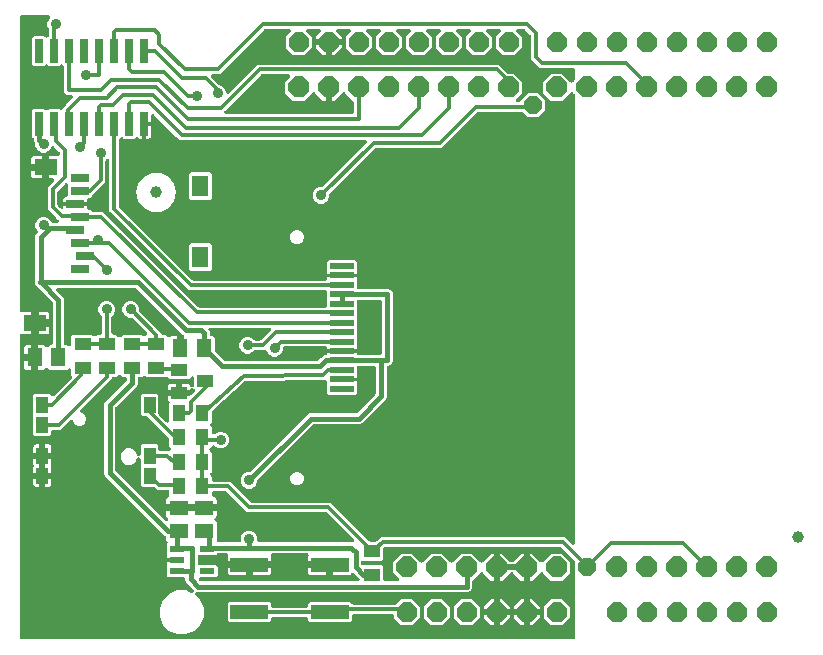
<source format=gbr>
G04 EAGLE Gerber RS-274X export*
G75*
%MOMM*%
%FSLAX34Y34*%
%LPD*%
%INTop Copper*%
%IPPOS*%
%AMOC8*
5,1,8,0,0,1.08239X$1,22.5*%
G01*
%ADD10R,2.000000X0.500000*%
%ADD11P,1.814519X8X22.500000*%
%ADD12R,0.660400X2.032000*%
%ADD13R,1.900000X1.400000*%
%ADD14R,1.400000X1.800000*%
%ADD15R,1.500000X0.700000*%
%ADD16R,1.200000X0.550000*%
%ADD17R,1.100000X1.400000*%
%ADD18R,1.400000X1.000000*%
%ADD19R,1.400000X1.100000*%
%ADD20P,1.649562X8X22.500000*%
%ADD21R,1.600000X1.300000*%
%ADD22R,1.300000X1.600000*%
%ADD23P,1.924489X8X112.500000*%
%ADD24P,1.924489X8X292.500000*%
%ADD25R,3.200000X1.200000*%
%ADD26R,1.000000X1.400000*%
%ADD27C,1.000000*%
%ADD28C,0.906400*%
%ADD29C,0.304800*%
%ADD30C,0.406400*%

G36*
X471296Y82591D02*
X471296Y82591D01*
X471370Y82593D01*
X471468Y82617D01*
X471567Y82632D01*
X471636Y82659D01*
X471708Y82678D01*
X471798Y82724D01*
X471891Y82761D01*
X471952Y82803D01*
X472018Y82837D01*
X472095Y82902D01*
X472177Y82960D01*
X472227Y83015D01*
X472283Y83063D01*
X472343Y83144D01*
X472410Y83218D01*
X472446Y83283D01*
X472491Y83343D01*
X472530Y83436D01*
X472579Y83523D01*
X472599Y83595D01*
X472629Y83663D01*
X472646Y83762D01*
X472674Y83859D01*
X472682Y83959D01*
X472690Y84006D01*
X472688Y84042D01*
X472693Y84103D01*
X472693Y463010D01*
X472679Y463136D01*
X472672Y463262D01*
X472659Y463309D01*
X472653Y463357D01*
X472611Y463475D01*
X472576Y463597D01*
X472552Y463639D01*
X472536Y463685D01*
X472467Y463791D01*
X472406Y463901D01*
X472366Y463947D01*
X472347Y463977D01*
X472312Y464011D01*
X472247Y464087D01*
X470977Y465357D01*
X470957Y465374D01*
X470940Y465394D01*
X470820Y465482D01*
X470704Y465574D01*
X470680Y465585D01*
X470659Y465601D01*
X470523Y465660D01*
X470389Y465723D01*
X470363Y465728D01*
X470339Y465739D01*
X470193Y465765D01*
X470048Y465796D01*
X470022Y465796D01*
X469996Y465801D01*
X469848Y465793D01*
X469700Y465790D01*
X469674Y465784D01*
X469648Y465783D01*
X469506Y465742D01*
X469362Y465705D01*
X469338Y465693D01*
X469313Y465686D01*
X469184Y465614D01*
X469052Y465546D01*
X469032Y465529D01*
X469009Y465516D01*
X468823Y465357D01*
X461935Y458469D01*
X452465Y458469D01*
X445769Y465165D01*
X445769Y474635D01*
X452465Y481331D01*
X461935Y481331D01*
X468823Y474443D01*
X468843Y474426D01*
X468860Y474406D01*
X468980Y474318D01*
X469096Y474226D01*
X469120Y474215D01*
X469141Y474199D01*
X469277Y474140D01*
X469411Y474077D01*
X469437Y474072D01*
X469461Y474061D01*
X469607Y474035D01*
X469752Y474004D01*
X469778Y474004D01*
X469804Y473999D01*
X469953Y474007D01*
X470100Y474010D01*
X470125Y474016D01*
X470152Y474017D01*
X470295Y474059D01*
X470438Y474095D01*
X470461Y474107D01*
X470487Y474114D01*
X470616Y474186D01*
X470748Y474254D01*
X470768Y474271D01*
X470791Y474284D01*
X470977Y474443D01*
X472247Y475713D01*
X472326Y475812D01*
X472410Y475905D01*
X472434Y475948D01*
X472464Y475986D01*
X472518Y476100D01*
X472579Y476210D01*
X472592Y476257D01*
X472613Y476301D01*
X472639Y476424D01*
X472674Y476546D01*
X472679Y476607D01*
X472686Y476641D01*
X472685Y476689D01*
X472693Y476790D01*
X472693Y484632D01*
X472690Y484658D01*
X472692Y484684D01*
X472670Y484831D01*
X472653Y484978D01*
X472645Y485003D01*
X472641Y485029D01*
X472586Y485167D01*
X472536Y485306D01*
X472522Y485328D01*
X472512Y485353D01*
X472427Y485474D01*
X472347Y485599D01*
X472328Y485617D01*
X472313Y485639D01*
X472203Y485738D01*
X472096Y485841D01*
X472074Y485855D01*
X472054Y485872D01*
X471924Y485944D01*
X471797Y486020D01*
X471772Y486028D01*
X471749Y486041D01*
X471606Y486081D01*
X471465Y486126D01*
X471439Y486128D01*
X471414Y486136D01*
X471170Y486155D01*
X442816Y486155D01*
X439989Y488982D01*
X435355Y493616D01*
X435355Y513305D01*
X435341Y513431D01*
X435334Y513557D01*
X435321Y513604D01*
X435315Y513652D01*
X435273Y513771D01*
X435238Y513892D01*
X435214Y513934D01*
X435198Y513980D01*
X435129Y514086D01*
X435068Y514196D01*
X435028Y514242D01*
X435009Y514272D01*
X434974Y514306D01*
X434909Y514382D01*
X430562Y518729D01*
X430463Y518808D01*
X430370Y518892D01*
X430327Y518916D01*
X430289Y518946D01*
X430175Y519000D01*
X430065Y519061D01*
X430018Y519074D01*
X429974Y519095D01*
X429851Y519121D01*
X429729Y519156D01*
X429668Y519161D01*
X429634Y519168D01*
X429586Y519167D01*
X429485Y519175D01*
X424509Y519175D01*
X424409Y519164D01*
X424309Y519162D01*
X424237Y519144D01*
X424163Y519135D01*
X424069Y519102D01*
X423971Y519077D01*
X423905Y519043D01*
X423835Y519018D01*
X423751Y518963D01*
X423661Y518917D01*
X423605Y518869D01*
X423542Y518829D01*
X423472Y518757D01*
X423396Y518692D01*
X423352Y518632D01*
X423300Y518578D01*
X423248Y518492D01*
X423189Y518411D01*
X423159Y518343D01*
X423121Y518279D01*
X423090Y518183D01*
X423051Y518091D01*
X423038Y518018D01*
X423015Y517947D01*
X423007Y517847D01*
X422989Y517748D01*
X422993Y517674D01*
X422987Y517600D01*
X423002Y517500D01*
X423007Y517400D01*
X423028Y517329D01*
X423039Y517255D01*
X423076Y517162D01*
X423103Y517065D01*
X423140Y517000D01*
X423167Y516931D01*
X423225Y516849D01*
X423274Y516761D01*
X423339Y516685D01*
X423366Y516645D01*
X423393Y516621D01*
X423432Y516575D01*
X427483Y512524D01*
X427483Y503476D01*
X421084Y497077D01*
X412036Y497077D01*
X405637Y503476D01*
X405637Y512524D01*
X409688Y516575D01*
X409750Y516653D01*
X409820Y516726D01*
X409858Y516790D01*
X409904Y516848D01*
X409947Y516939D01*
X409999Y517025D01*
X410022Y517096D01*
X410053Y517163D01*
X410075Y517261D01*
X410105Y517357D01*
X410111Y517431D01*
X410127Y517504D01*
X410125Y517604D01*
X410133Y517704D01*
X410122Y517778D01*
X410121Y517852D01*
X410096Y517949D01*
X410081Y518049D01*
X410054Y518118D01*
X410036Y518190D01*
X409990Y518280D01*
X409953Y518373D01*
X409910Y518434D01*
X409876Y518500D01*
X409811Y518577D01*
X409754Y518659D01*
X409699Y518709D01*
X409650Y518765D01*
X409570Y518825D01*
X409495Y518892D01*
X409430Y518928D01*
X409370Y518973D01*
X409278Y519012D01*
X409190Y519061D01*
X409118Y519081D01*
X409050Y519111D01*
X408951Y519128D01*
X408855Y519156D01*
X408755Y519164D01*
X408707Y519172D01*
X408671Y519170D01*
X408611Y519175D01*
X399109Y519175D01*
X399009Y519164D01*
X398909Y519162D01*
X398837Y519144D01*
X398763Y519135D01*
X398669Y519102D01*
X398571Y519077D01*
X398505Y519043D01*
X398435Y519018D01*
X398351Y518963D01*
X398261Y518917D01*
X398205Y518869D01*
X398142Y518829D01*
X398072Y518757D01*
X397996Y518692D01*
X397952Y518632D01*
X397900Y518578D01*
X397848Y518492D01*
X397789Y518411D01*
X397759Y518343D01*
X397721Y518279D01*
X397690Y518183D01*
X397651Y518091D01*
X397638Y518018D01*
X397615Y517947D01*
X397607Y517847D01*
X397589Y517748D01*
X397593Y517674D01*
X397587Y517600D01*
X397602Y517500D01*
X397607Y517400D01*
X397628Y517329D01*
X397639Y517255D01*
X397676Y517162D01*
X397703Y517065D01*
X397740Y517000D01*
X397767Y516931D01*
X397825Y516849D01*
X397874Y516761D01*
X397939Y516685D01*
X397966Y516645D01*
X397993Y516621D01*
X398032Y516575D01*
X402083Y512524D01*
X402083Y503476D01*
X395684Y497077D01*
X386636Y497077D01*
X380237Y503476D01*
X380237Y512524D01*
X384288Y516575D01*
X384350Y516653D01*
X384420Y516726D01*
X384458Y516790D01*
X384504Y516848D01*
X384547Y516939D01*
X384599Y517025D01*
X384622Y517096D01*
X384653Y517163D01*
X384675Y517261D01*
X384705Y517357D01*
X384711Y517431D01*
X384727Y517504D01*
X384725Y517604D01*
X384733Y517704D01*
X384722Y517778D01*
X384721Y517852D01*
X384696Y517949D01*
X384681Y518049D01*
X384654Y518118D01*
X384636Y518190D01*
X384590Y518280D01*
X384553Y518373D01*
X384510Y518434D01*
X384476Y518500D01*
X384411Y518577D01*
X384354Y518659D01*
X384299Y518709D01*
X384250Y518765D01*
X384170Y518825D01*
X384095Y518892D01*
X384030Y518928D01*
X383970Y518973D01*
X383878Y519012D01*
X383790Y519061D01*
X383718Y519081D01*
X383650Y519111D01*
X383551Y519128D01*
X383455Y519156D01*
X383355Y519164D01*
X383307Y519172D01*
X383271Y519170D01*
X383211Y519175D01*
X373709Y519175D01*
X373609Y519164D01*
X373509Y519162D01*
X373437Y519144D01*
X373363Y519135D01*
X373269Y519102D01*
X373171Y519077D01*
X373105Y519043D01*
X373035Y519018D01*
X372951Y518963D01*
X372861Y518917D01*
X372805Y518869D01*
X372742Y518829D01*
X372672Y518757D01*
X372596Y518692D01*
X372552Y518632D01*
X372500Y518578D01*
X372448Y518492D01*
X372389Y518411D01*
X372359Y518343D01*
X372321Y518279D01*
X372290Y518183D01*
X372251Y518091D01*
X372238Y518018D01*
X372215Y517947D01*
X372207Y517847D01*
X372189Y517748D01*
X372193Y517674D01*
X372187Y517600D01*
X372202Y517500D01*
X372207Y517400D01*
X372228Y517329D01*
X372239Y517255D01*
X372276Y517162D01*
X372303Y517065D01*
X372340Y517000D01*
X372367Y516931D01*
X372425Y516849D01*
X372474Y516761D01*
X372539Y516685D01*
X372566Y516645D01*
X372593Y516621D01*
X372632Y516575D01*
X376683Y512524D01*
X376683Y503476D01*
X370284Y497077D01*
X361236Y497077D01*
X354837Y503476D01*
X354837Y512524D01*
X358888Y516575D01*
X358950Y516653D01*
X359020Y516726D01*
X359058Y516790D01*
X359104Y516848D01*
X359147Y516939D01*
X359199Y517025D01*
X359222Y517096D01*
X359253Y517163D01*
X359275Y517261D01*
X359305Y517357D01*
X359311Y517431D01*
X359327Y517504D01*
X359325Y517604D01*
X359333Y517704D01*
X359322Y517778D01*
X359321Y517852D01*
X359296Y517949D01*
X359281Y518049D01*
X359254Y518118D01*
X359236Y518190D01*
X359190Y518280D01*
X359153Y518373D01*
X359110Y518434D01*
X359076Y518500D01*
X359011Y518577D01*
X358954Y518659D01*
X358899Y518709D01*
X358850Y518765D01*
X358770Y518825D01*
X358695Y518892D01*
X358630Y518928D01*
X358570Y518973D01*
X358478Y519012D01*
X358390Y519061D01*
X358318Y519081D01*
X358250Y519111D01*
X358151Y519128D01*
X358055Y519156D01*
X357955Y519164D01*
X357907Y519172D01*
X357871Y519170D01*
X357811Y519175D01*
X348309Y519175D01*
X348209Y519164D01*
X348109Y519162D01*
X348037Y519144D01*
X347963Y519135D01*
X347869Y519102D01*
X347771Y519077D01*
X347705Y519043D01*
X347635Y519018D01*
X347551Y518963D01*
X347461Y518917D01*
X347405Y518869D01*
X347342Y518829D01*
X347272Y518757D01*
X347196Y518692D01*
X347152Y518632D01*
X347100Y518578D01*
X347048Y518492D01*
X346989Y518411D01*
X346959Y518343D01*
X346921Y518279D01*
X346890Y518183D01*
X346851Y518091D01*
X346838Y518018D01*
X346815Y517947D01*
X346807Y517847D01*
X346789Y517748D01*
X346793Y517674D01*
X346787Y517600D01*
X346802Y517500D01*
X346807Y517400D01*
X346828Y517329D01*
X346839Y517255D01*
X346876Y517162D01*
X346903Y517065D01*
X346940Y517000D01*
X346967Y516931D01*
X347025Y516849D01*
X347074Y516761D01*
X347139Y516685D01*
X347166Y516645D01*
X347193Y516621D01*
X347232Y516575D01*
X351283Y512524D01*
X351283Y503476D01*
X344884Y497077D01*
X335836Y497077D01*
X329437Y503476D01*
X329437Y512524D01*
X333488Y516575D01*
X333550Y516653D01*
X333620Y516726D01*
X333658Y516790D01*
X333704Y516848D01*
X333747Y516939D01*
X333799Y517025D01*
X333822Y517096D01*
X333853Y517163D01*
X333875Y517261D01*
X333905Y517357D01*
X333911Y517431D01*
X333927Y517504D01*
X333925Y517604D01*
X333933Y517704D01*
X333922Y517778D01*
X333921Y517852D01*
X333896Y517949D01*
X333881Y518049D01*
X333854Y518118D01*
X333836Y518190D01*
X333790Y518280D01*
X333753Y518373D01*
X333710Y518434D01*
X333676Y518500D01*
X333611Y518577D01*
X333554Y518659D01*
X333499Y518709D01*
X333450Y518765D01*
X333370Y518825D01*
X333295Y518892D01*
X333230Y518928D01*
X333170Y518973D01*
X333078Y519012D01*
X332990Y519061D01*
X332918Y519081D01*
X332850Y519111D01*
X332751Y519128D01*
X332655Y519156D01*
X332555Y519164D01*
X332507Y519172D01*
X332471Y519170D01*
X332411Y519175D01*
X322909Y519175D01*
X322809Y519164D01*
X322709Y519162D01*
X322637Y519144D01*
X322563Y519135D01*
X322469Y519102D01*
X322371Y519077D01*
X322305Y519043D01*
X322235Y519018D01*
X322151Y518963D01*
X322061Y518917D01*
X322005Y518869D01*
X321942Y518829D01*
X321872Y518757D01*
X321796Y518692D01*
X321752Y518632D01*
X321700Y518578D01*
X321648Y518492D01*
X321589Y518411D01*
X321559Y518343D01*
X321521Y518279D01*
X321490Y518183D01*
X321451Y518091D01*
X321438Y518018D01*
X321415Y517947D01*
X321407Y517847D01*
X321389Y517748D01*
X321393Y517674D01*
X321387Y517600D01*
X321402Y517500D01*
X321407Y517400D01*
X321428Y517329D01*
X321439Y517255D01*
X321476Y517162D01*
X321503Y517065D01*
X321540Y517000D01*
X321567Y516931D01*
X321625Y516849D01*
X321674Y516761D01*
X321739Y516685D01*
X321766Y516645D01*
X321793Y516621D01*
X321832Y516575D01*
X325883Y512524D01*
X325883Y503476D01*
X319484Y497077D01*
X310436Y497077D01*
X304037Y503476D01*
X304037Y512524D01*
X308088Y516575D01*
X308150Y516653D01*
X308220Y516726D01*
X308258Y516790D01*
X308304Y516848D01*
X308347Y516939D01*
X308399Y517025D01*
X308422Y517096D01*
X308453Y517163D01*
X308475Y517261D01*
X308505Y517357D01*
X308511Y517431D01*
X308527Y517504D01*
X308525Y517604D01*
X308533Y517704D01*
X308522Y517778D01*
X308521Y517852D01*
X308496Y517949D01*
X308481Y518049D01*
X308454Y518118D01*
X308436Y518190D01*
X308390Y518280D01*
X308353Y518373D01*
X308310Y518434D01*
X308276Y518500D01*
X308211Y518577D01*
X308154Y518659D01*
X308099Y518709D01*
X308050Y518765D01*
X307970Y518825D01*
X307895Y518892D01*
X307830Y518928D01*
X307770Y518973D01*
X307678Y519012D01*
X307590Y519061D01*
X307518Y519081D01*
X307450Y519111D01*
X307351Y519128D01*
X307255Y519156D01*
X307155Y519164D01*
X307107Y519172D01*
X307071Y519170D01*
X307011Y519175D01*
X297509Y519175D01*
X297409Y519164D01*
X297309Y519162D01*
X297237Y519144D01*
X297163Y519135D01*
X297069Y519102D01*
X296971Y519077D01*
X296905Y519043D01*
X296835Y519018D01*
X296751Y518963D01*
X296661Y518917D01*
X296605Y518869D01*
X296542Y518829D01*
X296472Y518757D01*
X296396Y518692D01*
X296352Y518632D01*
X296300Y518578D01*
X296248Y518492D01*
X296189Y518411D01*
X296159Y518343D01*
X296121Y518279D01*
X296090Y518183D01*
X296051Y518091D01*
X296038Y518018D01*
X296015Y517947D01*
X296007Y517847D01*
X295989Y517748D01*
X295993Y517674D01*
X295987Y517600D01*
X296002Y517500D01*
X296007Y517400D01*
X296028Y517329D01*
X296039Y517255D01*
X296076Y517162D01*
X296103Y517065D01*
X296140Y517000D01*
X296167Y516931D01*
X296225Y516849D01*
X296274Y516761D01*
X296339Y516685D01*
X296366Y516645D01*
X296393Y516621D01*
X296432Y516575D01*
X300483Y512524D01*
X300483Y503476D01*
X294084Y497077D01*
X285036Y497077D01*
X278637Y503476D01*
X278637Y512524D01*
X282688Y516575D01*
X282750Y516653D01*
X282820Y516726D01*
X282858Y516790D01*
X282904Y516848D01*
X282947Y516939D01*
X282999Y517025D01*
X283022Y517096D01*
X283053Y517163D01*
X283075Y517261D01*
X283105Y517357D01*
X283111Y517431D01*
X283127Y517504D01*
X283125Y517604D01*
X283133Y517704D01*
X283122Y517778D01*
X283121Y517852D01*
X283096Y517949D01*
X283081Y518049D01*
X283054Y518118D01*
X283036Y518190D01*
X282990Y518280D01*
X282953Y518373D01*
X282910Y518434D01*
X282876Y518500D01*
X282811Y518577D01*
X282754Y518659D01*
X282699Y518709D01*
X282650Y518765D01*
X282570Y518825D01*
X282495Y518892D01*
X282430Y518928D01*
X282370Y518973D01*
X282278Y519012D01*
X282190Y519061D01*
X282118Y519081D01*
X282050Y519111D01*
X281951Y519128D01*
X281855Y519156D01*
X281755Y519164D01*
X281707Y519172D01*
X281671Y519170D01*
X281611Y519175D01*
X272109Y519175D01*
X272009Y519164D01*
X271909Y519162D01*
X271837Y519144D01*
X271763Y519135D01*
X271669Y519102D01*
X271571Y519077D01*
X271505Y519043D01*
X271435Y519018D01*
X271351Y518963D01*
X271261Y518917D01*
X271205Y518869D01*
X271142Y518829D01*
X271072Y518757D01*
X270996Y518692D01*
X270952Y518632D01*
X270900Y518578D01*
X270848Y518492D01*
X270789Y518411D01*
X270759Y518343D01*
X270721Y518279D01*
X270690Y518183D01*
X270651Y518091D01*
X270638Y518018D01*
X270615Y517947D01*
X270607Y517847D01*
X270589Y517748D01*
X270593Y517674D01*
X270587Y517600D01*
X270602Y517500D01*
X270607Y517400D01*
X270628Y517329D01*
X270639Y517255D01*
X270676Y517162D01*
X270703Y517065D01*
X270740Y517000D01*
X270767Y516931D01*
X270825Y516849D01*
X270874Y516761D01*
X270939Y516685D01*
X270966Y516645D01*
X270993Y516621D01*
X271032Y516575D01*
X275083Y512524D01*
X275083Y510499D01*
X265136Y510499D01*
X265110Y510496D01*
X265084Y510498D01*
X264937Y510476D01*
X264790Y510459D01*
X264765Y510451D01*
X264739Y510447D01*
X264602Y510392D01*
X264462Y510342D01*
X264440Y510328D01*
X264415Y510318D01*
X264294Y510233D01*
X264169Y510153D01*
X264157Y510140D01*
X264110Y510185D01*
X264087Y510199D01*
X264068Y510216D01*
X263938Y510288D01*
X263811Y510364D01*
X263786Y510372D01*
X263763Y510385D01*
X263620Y510425D01*
X263479Y510470D01*
X263453Y510472D01*
X263428Y510480D01*
X263184Y510499D01*
X253237Y510499D01*
X253237Y512524D01*
X257288Y516575D01*
X257350Y516653D01*
X257420Y516726D01*
X257458Y516790D01*
X257504Y516848D01*
X257547Y516939D01*
X257599Y517025D01*
X257622Y517096D01*
X257653Y517163D01*
X257675Y517261D01*
X257705Y517357D01*
X257711Y517431D01*
X257727Y517504D01*
X257725Y517604D01*
X257733Y517704D01*
X257722Y517778D01*
X257721Y517852D01*
X257696Y517949D01*
X257681Y518049D01*
X257654Y518118D01*
X257636Y518190D01*
X257590Y518280D01*
X257553Y518373D01*
X257510Y518434D01*
X257476Y518500D01*
X257411Y518577D01*
X257354Y518659D01*
X257299Y518709D01*
X257250Y518765D01*
X257170Y518825D01*
X257095Y518892D01*
X257030Y518928D01*
X256970Y518973D01*
X256878Y519012D01*
X256790Y519061D01*
X256718Y519081D01*
X256650Y519111D01*
X256551Y519128D01*
X256455Y519156D01*
X256355Y519164D01*
X256307Y519172D01*
X256271Y519170D01*
X256211Y519175D01*
X246709Y519175D01*
X246609Y519164D01*
X246509Y519162D01*
X246437Y519144D01*
X246363Y519135D01*
X246269Y519102D01*
X246171Y519077D01*
X246105Y519043D01*
X246035Y519018D01*
X245951Y518963D01*
X245861Y518917D01*
X245805Y518869D01*
X245742Y518829D01*
X245672Y518757D01*
X245596Y518692D01*
X245552Y518632D01*
X245500Y518578D01*
X245448Y518492D01*
X245389Y518411D01*
X245359Y518343D01*
X245321Y518279D01*
X245290Y518183D01*
X245251Y518091D01*
X245238Y518018D01*
X245215Y517947D01*
X245207Y517847D01*
X245189Y517748D01*
X245193Y517674D01*
X245187Y517600D01*
X245202Y517500D01*
X245207Y517400D01*
X245228Y517329D01*
X245239Y517255D01*
X245276Y517162D01*
X245303Y517065D01*
X245340Y517000D01*
X245367Y516931D01*
X245425Y516849D01*
X245474Y516761D01*
X245539Y516685D01*
X245566Y516645D01*
X245593Y516621D01*
X245632Y516575D01*
X249683Y512524D01*
X249683Y503476D01*
X243284Y497077D01*
X234236Y497077D01*
X227837Y503476D01*
X227837Y512524D01*
X231888Y516575D01*
X231950Y516653D01*
X232020Y516726D01*
X232058Y516790D01*
X232104Y516848D01*
X232147Y516939D01*
X232199Y517025D01*
X232222Y517096D01*
X232253Y517163D01*
X232275Y517261D01*
X232305Y517357D01*
X232311Y517431D01*
X232327Y517504D01*
X232325Y517604D01*
X232333Y517704D01*
X232322Y517778D01*
X232321Y517852D01*
X232296Y517949D01*
X232281Y518049D01*
X232254Y518118D01*
X232236Y518190D01*
X232190Y518280D01*
X232153Y518373D01*
X232110Y518434D01*
X232076Y518500D01*
X232011Y518577D01*
X231954Y518659D01*
X231899Y518709D01*
X231850Y518765D01*
X231770Y518825D01*
X231695Y518892D01*
X231630Y518928D01*
X231570Y518973D01*
X231478Y519012D01*
X231390Y519061D01*
X231318Y519081D01*
X231250Y519111D01*
X231151Y519128D01*
X231055Y519156D01*
X230955Y519164D01*
X230907Y519172D01*
X230871Y519170D01*
X230811Y519175D01*
X210595Y519175D01*
X210469Y519161D01*
X210343Y519154D01*
X210296Y519141D01*
X210248Y519135D01*
X210129Y519093D01*
X210008Y519058D01*
X209966Y519034D01*
X209920Y519018D01*
X209814Y518949D01*
X209704Y518888D01*
X209658Y518848D01*
X209628Y518829D01*
X209594Y518794D01*
X209518Y518729D01*
X171864Y481075D01*
X165891Y481075D01*
X165791Y481064D01*
X165690Y481062D01*
X165618Y481044D01*
X165544Y481035D01*
X165450Y481002D01*
X165352Y480977D01*
X165286Y480943D01*
X165216Y480918D01*
X165132Y480863D01*
X165043Y480817D01*
X164986Y480769D01*
X164923Y480729D01*
X164854Y480657D01*
X164777Y480592D01*
X164733Y480532D01*
X164681Y480478D01*
X164630Y480392D01*
X164570Y480311D01*
X164541Y480243D01*
X164502Y480179D01*
X164472Y480083D01*
X164432Y479991D01*
X164419Y479918D01*
X164396Y479847D01*
X164388Y479747D01*
X164370Y479648D01*
X164374Y479574D01*
X164368Y479500D01*
X164383Y479400D01*
X164388Y479300D01*
X164409Y479229D01*
X164420Y479155D01*
X164457Y479062D01*
X164485Y478965D01*
X164521Y478900D01*
X164549Y478831D01*
X164606Y478749D01*
X164655Y478661D01*
X164720Y478585D01*
X164748Y478545D01*
X164774Y478521D01*
X164813Y478475D01*
X171046Y472242D01*
X171048Y472241D01*
X171049Y472239D01*
X171189Y472129D01*
X171319Y472026D01*
X171321Y472025D01*
X171323Y472023D01*
X171540Y471912D01*
X174186Y470816D01*
X176176Y468826D01*
X177253Y466227D01*
X177253Y466079D01*
X177264Y465979D01*
X177266Y465878D01*
X177284Y465806D01*
X177293Y465732D01*
X177326Y465638D01*
X177351Y465540D01*
X177385Y465474D01*
X177410Y465404D01*
X177465Y465320D01*
X177511Y465231D01*
X177559Y465174D01*
X177599Y465111D01*
X177671Y465042D01*
X177736Y464965D01*
X177796Y464921D01*
X177850Y464869D01*
X177936Y464818D01*
X178017Y464758D01*
X178085Y464729D01*
X178149Y464690D01*
X178245Y464660D01*
X178337Y464620D01*
X178410Y464607D01*
X178481Y464584D01*
X178581Y464576D01*
X178680Y464558D01*
X178754Y464562D01*
X178828Y464556D01*
X178928Y464571D01*
X179028Y464576D01*
X179099Y464597D01*
X179173Y464608D01*
X179266Y464645D01*
X179363Y464673D01*
X179428Y464709D01*
X179497Y464737D01*
X179579Y464794D01*
X179667Y464843D01*
X179743Y464908D01*
X179783Y464936D01*
X179807Y464962D01*
X179853Y465001D01*
X201229Y486378D01*
X204056Y489205D01*
X408084Y489205D01*
X415512Y481777D01*
X415611Y481698D01*
X415704Y481614D01*
X415747Y481590D01*
X415785Y481560D01*
X415899Y481506D01*
X416009Y481445D01*
X416056Y481432D01*
X416100Y481411D01*
X416223Y481385D01*
X416345Y481350D01*
X416406Y481345D01*
X416440Y481338D01*
X416488Y481339D01*
X416589Y481331D01*
X421295Y481331D01*
X427991Y474635D01*
X427991Y465165D01*
X422881Y460055D01*
X422818Y459977D01*
X422748Y459904D01*
X422710Y459840D01*
X422664Y459782D01*
X422621Y459691D01*
X422569Y459605D01*
X422547Y459534D01*
X422515Y459467D01*
X422494Y459369D01*
X422463Y459273D01*
X422457Y459199D01*
X422442Y459126D01*
X422443Y459026D01*
X422435Y458926D01*
X422446Y458852D01*
X422448Y458778D01*
X422472Y458681D01*
X422487Y458581D01*
X422514Y458512D01*
X422533Y458440D01*
X422579Y458350D01*
X422616Y458257D01*
X422658Y458196D01*
X422692Y458130D01*
X422757Y458053D01*
X422815Y457971D01*
X422870Y457921D01*
X422918Y457865D01*
X422999Y457805D01*
X423073Y457738D01*
X423139Y457702D01*
X423198Y457657D01*
X423291Y457618D01*
X423378Y457569D01*
X423450Y457549D01*
X423518Y457519D01*
X423617Y457502D01*
X423714Y457474D01*
X423814Y457466D01*
X423861Y457458D01*
X423897Y457460D01*
X423958Y457455D01*
X425196Y457455D01*
X425222Y457458D01*
X425248Y457456D01*
X425395Y457478D01*
X425542Y457495D01*
X425567Y457503D01*
X425593Y457507D01*
X425731Y457562D01*
X425870Y457612D01*
X425892Y457626D01*
X425917Y457636D01*
X426038Y457721D01*
X426163Y457801D01*
X426181Y457820D01*
X426203Y457835D01*
X426302Y457945D01*
X426405Y458052D01*
X426419Y458074D01*
X426436Y458094D01*
X426508Y458224D01*
X426584Y458351D01*
X426592Y458376D01*
X426605Y458399D01*
X426645Y458542D01*
X426690Y458683D01*
X426692Y458709D01*
X426700Y458734D01*
X426710Y458859D01*
X432671Y464821D01*
X441089Y464821D01*
X447041Y458869D01*
X447041Y450451D01*
X441089Y444499D01*
X432671Y444499D01*
X428291Y448879D01*
X428192Y448958D01*
X428099Y449042D01*
X428056Y449066D01*
X428018Y449096D01*
X427904Y449150D01*
X427794Y449211D01*
X427747Y449224D01*
X427703Y449245D01*
X427580Y449271D01*
X427458Y449306D01*
X427397Y449311D01*
X427363Y449318D01*
X427315Y449317D01*
X427214Y449325D01*
X390935Y449325D01*
X390809Y449311D01*
X390683Y449304D01*
X390636Y449291D01*
X390588Y449285D01*
X390469Y449243D01*
X390348Y449208D01*
X390306Y449184D01*
X390260Y449168D01*
X390154Y449099D01*
X390044Y449038D01*
X389998Y448998D01*
X389968Y448979D01*
X389934Y448944D01*
X389858Y448879D01*
X359824Y418845D01*
X304575Y418845D01*
X304449Y418831D01*
X304323Y418824D01*
X304276Y418811D01*
X304228Y418805D01*
X304109Y418763D01*
X303988Y418728D01*
X303946Y418704D01*
X303900Y418688D01*
X303794Y418619D01*
X303684Y418558D01*
X303638Y418518D01*
X303608Y418499D01*
X303574Y418464D01*
X303498Y418399D01*
X265329Y380230D01*
X265250Y380131D01*
X265166Y380038D01*
X265142Y379995D01*
X265112Y379957D01*
X265058Y379843D01*
X264997Y379733D01*
X264984Y379686D01*
X264963Y379642D01*
X264937Y379519D01*
X264902Y379397D01*
X264897Y379336D01*
X264890Y379302D01*
X264891Y379254D01*
X264883Y379153D01*
X264883Y377053D01*
X263806Y374454D01*
X261816Y372464D01*
X259217Y371387D01*
X256403Y371387D01*
X253804Y372464D01*
X251814Y374454D01*
X250737Y377053D01*
X250737Y379867D01*
X251814Y382466D01*
X253804Y384456D01*
X256403Y385533D01*
X258503Y385533D01*
X258629Y385547D01*
X258755Y385554D01*
X258802Y385567D01*
X258850Y385573D01*
X258969Y385615D01*
X259090Y385650D01*
X259132Y385674D01*
X259178Y385690D01*
X259284Y385759D01*
X259394Y385820D01*
X259441Y385860D01*
X259471Y385879D01*
X259504Y385914D01*
X259580Y385979D01*
X296197Y422595D01*
X296259Y422673D01*
X296329Y422746D01*
X296367Y422810D01*
X296413Y422868D01*
X296456Y422959D01*
X296508Y423045D01*
X296530Y423116D01*
X296562Y423183D01*
X296583Y423281D01*
X296614Y423377D01*
X296620Y423451D01*
X296635Y423524D01*
X296634Y423624D01*
X296642Y423724D01*
X296631Y423798D01*
X296629Y423872D01*
X296605Y423969D01*
X296590Y424069D01*
X296563Y424138D01*
X296544Y424210D01*
X296498Y424300D01*
X296461Y424393D01*
X296419Y424454D01*
X296385Y424520D01*
X296320Y424597D01*
X296262Y424679D01*
X296207Y424729D01*
X296159Y424785D01*
X296078Y424845D01*
X296004Y424912D01*
X295939Y424948D01*
X295879Y424993D01*
X295787Y425032D01*
X295699Y425081D01*
X295627Y425101D01*
X295559Y425131D01*
X295460Y425148D01*
X295363Y425176D01*
X295263Y425184D01*
X295216Y425192D01*
X295180Y425190D01*
X295119Y425195D01*
X138016Y425195D01*
X135189Y428022D01*
X116393Y446819D01*
X116315Y446881D01*
X116242Y446951D01*
X116178Y446989D01*
X116120Y447035D01*
X116029Y447078D01*
X115943Y447130D01*
X115872Y447152D01*
X115805Y447184D01*
X115707Y447205D01*
X115611Y447236D01*
X115537Y447242D01*
X115464Y447257D01*
X115364Y447256D01*
X115264Y447264D01*
X115190Y447253D01*
X115116Y447251D01*
X115019Y447227D01*
X114919Y447212D01*
X114850Y447185D01*
X114778Y447166D01*
X114688Y447120D01*
X114595Y447083D01*
X114534Y447041D01*
X114468Y447007D01*
X114391Y446942D01*
X114309Y446884D01*
X114259Y446829D01*
X114203Y446781D01*
X114143Y446700D01*
X114076Y446626D01*
X114040Y446561D01*
X113995Y446501D01*
X113956Y446409D01*
X113907Y446321D01*
X113887Y446249D01*
X113857Y446181D01*
X113840Y446082D01*
X113812Y445985D01*
X113804Y445885D01*
X113796Y445838D01*
X113798Y445802D01*
X113793Y445741D01*
X113793Y440816D01*
X108077Y440816D01*
X108051Y440813D01*
X108025Y440815D01*
X107878Y440793D01*
X107731Y440776D01*
X107706Y440768D01*
X107680Y440764D01*
X107543Y440709D01*
X107403Y440659D01*
X107381Y440645D01*
X107356Y440635D01*
X107235Y440550D01*
X107110Y440470D01*
X107092Y440451D01*
X107070Y440436D01*
X106971Y440326D01*
X106879Y440230D01*
X106856Y440216D01*
X106838Y440197D01*
X106816Y440182D01*
X106717Y440072D01*
X106614Y439965D01*
X106600Y439942D01*
X106583Y439923D01*
X106511Y439793D01*
X106435Y439666D01*
X106427Y439641D01*
X106414Y439618D01*
X106374Y439475D01*
X106329Y439334D01*
X106326Y439308D01*
X106319Y439283D01*
X106300Y439039D01*
X106300Y426465D01*
X104313Y426465D01*
X103667Y426638D01*
X103088Y426973D01*
X102677Y427384D01*
X102657Y427400D01*
X102640Y427420D01*
X102520Y427508D01*
X102404Y427600D01*
X102380Y427612D01*
X102359Y427627D01*
X102223Y427686D01*
X102089Y427749D01*
X102063Y427755D01*
X102039Y427765D01*
X101893Y427791D01*
X101748Y427823D01*
X101722Y427822D01*
X101696Y427827D01*
X101548Y427819D01*
X101400Y427817D01*
X101374Y427810D01*
X101348Y427809D01*
X101206Y427768D01*
X101062Y427732D01*
X101039Y427720D01*
X101013Y427712D01*
X100884Y427640D01*
X100752Y427572D01*
X100732Y427555D01*
X100709Y427542D01*
X100523Y427384D01*
X99604Y426465D01*
X90896Y426465D01*
X89977Y427384D01*
X89957Y427400D01*
X89940Y427420D01*
X89820Y427508D01*
X89704Y427600D01*
X89680Y427612D01*
X89659Y427627D01*
X89523Y427686D01*
X89389Y427749D01*
X89363Y427755D01*
X89339Y427765D01*
X89193Y427792D01*
X89048Y427823D01*
X89022Y427822D01*
X88996Y427827D01*
X88848Y427819D01*
X88700Y427817D01*
X88674Y427810D01*
X88648Y427809D01*
X88506Y427768D01*
X88362Y427732D01*
X88338Y427720D01*
X88313Y427712D01*
X88184Y427640D01*
X88052Y427572D01*
X88032Y427555D01*
X88009Y427542D01*
X87823Y427384D01*
X87061Y426622D01*
X86982Y426523D01*
X86898Y426429D01*
X86874Y426387D01*
X86844Y426349D01*
X86790Y426234D01*
X86729Y426124D01*
X86716Y426077D01*
X86695Y426034D01*
X86669Y425910D01*
X86634Y425788D01*
X86629Y425728D01*
X86622Y425693D01*
X86623Y425645D01*
X86615Y425545D01*
X86615Y369345D01*
X86629Y369219D01*
X86636Y369093D01*
X86649Y369046D01*
X86655Y368998D01*
X86697Y368879D01*
X86732Y368758D01*
X86756Y368716D01*
X86772Y368670D01*
X86841Y368564D01*
X86902Y368454D01*
X86942Y368408D01*
X86961Y368378D01*
X86996Y368344D01*
X87061Y368268D01*
X148558Y306771D01*
X148657Y306692D01*
X148750Y306608D01*
X148793Y306584D01*
X148831Y306554D01*
X148945Y306500D01*
X149055Y306439D01*
X149102Y306426D01*
X149146Y306405D01*
X149269Y306379D01*
X149391Y306344D01*
X149452Y306339D01*
X149486Y306332D01*
X149534Y306333D01*
X149635Y306325D01*
X261336Y306325D01*
X261362Y306328D01*
X261388Y306326D01*
X261535Y306348D01*
X261682Y306365D01*
X261707Y306373D01*
X261733Y306377D01*
X261871Y306432D01*
X262010Y306482D01*
X262032Y306496D01*
X262057Y306506D01*
X262178Y306591D01*
X262303Y306671D01*
X262321Y306690D01*
X262343Y306705D01*
X262442Y306815D01*
X262545Y306922D01*
X262559Y306944D01*
X262576Y306964D01*
X262648Y307094D01*
X262724Y307221D01*
X262732Y307246D01*
X262745Y307269D01*
X262785Y307412D01*
X262830Y307553D01*
X262832Y307579D01*
X262840Y307604D01*
X262859Y307848D01*
X262859Y309177D01*
X275400Y309177D01*
X287941Y309177D01*
X287941Y307866D01*
X287827Y307443D01*
X287805Y307294D01*
X287779Y307145D01*
X287780Y307121D01*
X287776Y307098D01*
X287789Y306948D01*
X287797Y306797D01*
X287803Y306774D01*
X287805Y306751D01*
X287851Y306607D01*
X287893Y306462D01*
X287905Y306441D01*
X287912Y306419D01*
X287941Y306371D01*
X287941Y300736D01*
X287944Y300710D01*
X287942Y300684D01*
X287964Y300537D01*
X287981Y300390D01*
X287989Y300365D01*
X287993Y300339D01*
X288048Y300201D01*
X288098Y300062D01*
X288112Y300040D01*
X288122Y300015D01*
X288207Y299894D01*
X288287Y299769D01*
X288306Y299751D01*
X288321Y299729D01*
X288431Y299630D01*
X288538Y299527D01*
X288560Y299513D01*
X288580Y299496D01*
X288710Y299424D01*
X288837Y299348D01*
X288862Y299340D01*
X288885Y299327D01*
X289028Y299287D01*
X289169Y299242D01*
X289195Y299240D01*
X289220Y299232D01*
X289464Y299213D01*
X314600Y299213D01*
X316280Y298517D01*
X317567Y297230D01*
X318263Y295550D01*
X318263Y237850D01*
X317567Y236170D01*
X316280Y234883D01*
X314565Y234173D01*
X314507Y234164D01*
X314360Y234147D01*
X314335Y234139D01*
X314309Y234135D01*
X314171Y234080D01*
X314032Y234030D01*
X314010Y234016D01*
X313985Y234006D01*
X313864Y233921D01*
X313739Y233841D01*
X313721Y233822D01*
X313699Y233807D01*
X313600Y233697D01*
X313497Y233590D01*
X313483Y233568D01*
X313466Y233548D01*
X313394Y233418D01*
X313318Y233291D01*
X313310Y233266D01*
X313297Y233243D01*
X313257Y233100D01*
X313212Y232959D01*
X313210Y232933D01*
X313202Y232908D01*
X313183Y232664D01*
X313183Y207370D01*
X312487Y205690D01*
X292150Y185353D01*
X290470Y184657D01*
X251445Y184657D01*
X251319Y184643D01*
X251193Y184636D01*
X251147Y184623D01*
X251099Y184617D01*
X250980Y184575D01*
X250858Y184540D01*
X250816Y184516D01*
X250771Y184500D01*
X250664Y184431D01*
X250554Y184370D01*
X250508Y184330D01*
X250478Y184311D01*
X250444Y184276D01*
X250368Y184211D01*
X204369Y138212D01*
X204290Y138113D01*
X204206Y138019D01*
X204182Y137977D01*
X204152Y137939D01*
X204098Y137825D01*
X204037Y137714D01*
X204024Y137668D01*
X204003Y137624D01*
X203977Y137501D01*
X203942Y137379D01*
X203937Y137318D01*
X203930Y137283D01*
X203931Y137235D01*
X203923Y137135D01*
X203923Y135753D01*
X202846Y133154D01*
X200856Y131164D01*
X198257Y130087D01*
X195443Y130087D01*
X192844Y131164D01*
X190854Y133154D01*
X189777Y135753D01*
X189777Y138567D01*
X190854Y141166D01*
X192844Y143156D01*
X195443Y144233D01*
X196825Y144233D01*
X196951Y144247D01*
X197077Y144254D01*
X197123Y144267D01*
X197171Y144273D01*
X197290Y144315D01*
X197412Y144350D01*
X197454Y144374D01*
X197499Y144390D01*
X197606Y144459D01*
X197716Y144520D01*
X197762Y144560D01*
X197792Y144579D01*
X197826Y144614D01*
X197902Y144679D01*
X246330Y193107D01*
X248010Y193803D01*
X287035Y193803D01*
X287161Y193817D01*
X287287Y193824D01*
X287333Y193837D01*
X287381Y193843D01*
X287500Y193885D01*
X287622Y193920D01*
X287664Y193944D01*
X287709Y193960D01*
X287816Y194029D01*
X287926Y194090D01*
X287972Y194130D01*
X288002Y194149D01*
X288036Y194184D01*
X288112Y194249D01*
X303591Y209728D01*
X303670Y209827D01*
X303754Y209921D01*
X303778Y209963D01*
X303808Y210001D01*
X303862Y210115D01*
X303923Y210226D01*
X303936Y210272D01*
X303957Y210316D01*
X303983Y210439D01*
X304018Y210561D01*
X304023Y210622D01*
X304030Y210657D01*
X304029Y210705D01*
X304037Y210805D01*
X304037Y232664D01*
X304034Y232690D01*
X304036Y232716D01*
X304014Y232863D01*
X303997Y233010D01*
X303989Y233035D01*
X303985Y233061D01*
X303930Y233199D01*
X303880Y233338D01*
X303866Y233360D01*
X303856Y233385D01*
X303771Y233506D01*
X303691Y233631D01*
X303672Y233649D01*
X303657Y233671D01*
X303547Y233770D01*
X303440Y233873D01*
X303418Y233887D01*
X303398Y233904D01*
X303268Y233976D01*
X303141Y234052D01*
X303116Y234060D01*
X303093Y234073D01*
X302950Y234113D01*
X302809Y234158D01*
X302783Y234160D01*
X302758Y234168D01*
X302514Y234187D01*
X289464Y234187D01*
X289438Y234184D01*
X289412Y234186D01*
X289265Y234164D01*
X289118Y234147D01*
X289093Y234139D01*
X289067Y234135D01*
X288929Y234080D01*
X288790Y234030D01*
X288768Y234016D01*
X288743Y234006D01*
X288622Y233921D01*
X288497Y233841D01*
X288479Y233822D01*
X288457Y233807D01*
X288358Y233697D01*
X288255Y233590D01*
X288241Y233568D01*
X288224Y233548D01*
X288152Y233418D01*
X288076Y233291D01*
X288068Y233266D01*
X288055Y233243D01*
X288015Y233100D01*
X287970Y232959D01*
X287968Y232933D01*
X287960Y232908D01*
X287941Y232664D01*
X287941Y227019D01*
X287872Y226885D01*
X287866Y226862D01*
X287856Y226841D01*
X287824Y226693D01*
X287788Y226546D01*
X287788Y226523D01*
X287783Y226500D01*
X287785Y226349D01*
X287783Y226198D01*
X287788Y226170D01*
X287789Y226151D01*
X287800Y226106D01*
X287827Y225957D01*
X287941Y225534D01*
X287941Y224223D01*
X275400Y224223D01*
X275374Y224220D01*
X275348Y224222D01*
X275201Y224200D01*
X275054Y224184D01*
X275029Y224175D01*
X275003Y224171D01*
X274866Y224116D01*
X274726Y224066D01*
X274704Y224052D01*
X274680Y224042D01*
X274558Y223958D01*
X274433Y223877D01*
X274415Y223858D01*
X274393Y223843D01*
X274294Y223733D01*
X274191Y223626D01*
X274178Y223604D01*
X274160Y223584D01*
X274088Y223454D01*
X274012Y223327D01*
X274004Y223302D01*
X273991Y223279D01*
X273951Y223136D01*
X273906Y222995D01*
X273904Y222969D01*
X273897Y222944D01*
X273877Y222700D01*
X273880Y222674D01*
X273878Y222648D01*
X273900Y222501D01*
X273917Y222354D01*
X273926Y222329D01*
X273930Y222303D01*
X273984Y222165D01*
X274034Y222026D01*
X274049Y222003D01*
X274058Y221979D01*
X274143Y221858D01*
X274223Y221733D01*
X274242Y221714D01*
X274257Y221693D01*
X274367Y221594D01*
X274474Y221491D01*
X274497Y221477D01*
X274516Y221459D01*
X274646Y221388D01*
X274773Y221312D01*
X274798Y221304D01*
X274821Y221291D01*
X274964Y221251D01*
X275105Y221205D01*
X275131Y221203D01*
X275157Y221196D01*
X275400Y221177D01*
X287941Y221177D01*
X287941Y219866D01*
X287827Y219443D01*
X287805Y219294D01*
X287779Y219145D01*
X287780Y219121D01*
X287776Y219098D01*
X287789Y218948D01*
X287797Y218797D01*
X287803Y218774D01*
X287805Y218751D01*
X287851Y218607D01*
X287893Y218462D01*
X287905Y218441D01*
X287912Y218419D01*
X287941Y218371D01*
X287941Y211148D01*
X286452Y209659D01*
X264348Y209659D01*
X262859Y211148D01*
X262859Y218381D01*
X262928Y218515D01*
X262934Y218538D01*
X262944Y218559D01*
X262976Y218707D01*
X263012Y218854D01*
X263012Y218877D01*
X263017Y218900D01*
X263015Y219051D01*
X263017Y219202D01*
X263012Y219230D01*
X263011Y219249D01*
X263000Y219294D01*
X262973Y219443D01*
X262859Y219866D01*
X262859Y220472D01*
X262856Y220498D01*
X262858Y220524D01*
X262836Y220671D01*
X262819Y220818D01*
X262811Y220843D01*
X262807Y220869D01*
X262752Y221007D01*
X262702Y221146D01*
X262688Y221168D01*
X262678Y221193D01*
X262593Y221314D01*
X262513Y221439D01*
X262494Y221457D01*
X262479Y221479D01*
X262369Y221578D01*
X262262Y221681D01*
X262240Y221695D01*
X262220Y221712D01*
X262090Y221784D01*
X261963Y221860D01*
X261938Y221868D01*
X261915Y221881D01*
X261772Y221921D01*
X261631Y221966D01*
X261605Y221968D01*
X261580Y221976D01*
X261336Y221995D01*
X259099Y221995D01*
X259095Y221995D01*
X259089Y221995D01*
X194735Y221569D01*
X194658Y221560D01*
X194580Y221560D01*
X194485Y221539D01*
X194389Y221527D01*
X194316Y221500D01*
X194240Y221483D01*
X194153Y221441D01*
X194062Y221407D01*
X193997Y221365D01*
X193926Y221331D01*
X193810Y221243D01*
X193770Y221217D01*
X193756Y221202D01*
X193731Y221183D01*
X165870Y196345D01*
X165757Y196218D01*
X165644Y196092D01*
X165641Y196088D01*
X165638Y196084D01*
X165558Y195937D01*
X165475Y195787D01*
X165474Y195782D01*
X165472Y195778D01*
X165427Y195617D01*
X165380Y195451D01*
X165380Y195446D01*
X165379Y195442D01*
X165378Y195425D01*
X165361Y195208D01*
X165361Y186258D01*
X164330Y185227D01*
X164314Y185207D01*
X164294Y185190D01*
X164206Y185070D01*
X164114Y184954D01*
X164102Y184930D01*
X164087Y184909D01*
X164028Y184773D01*
X163965Y184639D01*
X163959Y184613D01*
X163949Y184589D01*
X163923Y184443D01*
X163891Y184298D01*
X163892Y184272D01*
X163887Y184246D01*
X163895Y184098D01*
X163897Y183950D01*
X163904Y183924D01*
X163905Y183898D01*
X163946Y183756D01*
X163982Y183612D01*
X163994Y183589D01*
X164002Y183563D01*
X164074Y183434D01*
X164142Y183302D01*
X164159Y183282D01*
X164172Y183259D01*
X164330Y183073D01*
X165361Y182042D01*
X165361Y177771D01*
X165372Y177671D01*
X165374Y177570D01*
X165392Y177498D01*
X165401Y177424D01*
X165435Y177330D01*
X165459Y177232D01*
X165493Y177166D01*
X165518Y177096D01*
X165573Y177012D01*
X165619Y176923D01*
X165667Y176866D01*
X165707Y176803D01*
X165779Y176734D01*
X165844Y176657D01*
X165904Y176613D01*
X165958Y176561D01*
X166044Y176510D01*
X166125Y176450D01*
X166193Y176421D01*
X166257Y176382D01*
X166353Y176352D01*
X166445Y176312D01*
X166518Y176299D01*
X166589Y176276D01*
X166689Y176268D01*
X166788Y176250D01*
X166862Y176254D01*
X166936Y176248D01*
X167036Y176263D01*
X167136Y176268D01*
X167207Y176289D01*
X167281Y176300D01*
X167374Y176337D01*
X167471Y176365D01*
X167536Y176401D01*
X167605Y176429D01*
X167687Y176486D01*
X167775Y176535D01*
X167851Y176600D01*
X167891Y176628D01*
X167915Y176654D01*
X167961Y176693D01*
X168714Y177446D01*
X171313Y178523D01*
X174127Y178523D01*
X176726Y177446D01*
X178716Y175456D01*
X179793Y172857D01*
X179793Y170043D01*
X178716Y167444D01*
X176726Y165454D01*
X174127Y164377D01*
X171313Y164377D01*
X168714Y165454D01*
X167873Y166295D01*
X167852Y166312D01*
X167835Y166331D01*
X167716Y166419D01*
X167600Y166512D01*
X167576Y166523D01*
X167555Y166539D01*
X167419Y166597D01*
X167284Y166661D01*
X167259Y166666D01*
X167235Y166677D01*
X167089Y166703D01*
X166944Y166734D01*
X166918Y166734D01*
X166892Y166738D01*
X166743Y166731D01*
X166595Y166728D01*
X166570Y166722D01*
X166544Y166720D01*
X166401Y166679D01*
X166257Y166643D01*
X166234Y166631D01*
X166209Y166624D01*
X166079Y166551D01*
X165947Y166483D01*
X165928Y166467D01*
X165905Y166454D01*
X165718Y166295D01*
X163695Y164272D01*
X163679Y164252D01*
X163659Y164235D01*
X163571Y164115D01*
X163479Y163999D01*
X163467Y163975D01*
X163452Y163954D01*
X163393Y163818D01*
X163330Y163684D01*
X163324Y163658D01*
X163314Y163634D01*
X163287Y163488D01*
X163256Y163343D01*
X163257Y163317D01*
X163252Y163291D01*
X163260Y163143D01*
X163262Y162995D01*
X163269Y162969D01*
X163270Y162943D01*
X163311Y162801D01*
X163347Y162657D01*
X163359Y162634D01*
X163367Y162608D01*
X163439Y162479D01*
X163507Y162347D01*
X163524Y162327D01*
X163537Y162304D01*
X163695Y162118D01*
X165361Y160452D01*
X165361Y144348D01*
X164330Y143317D01*
X164314Y143297D01*
X164294Y143280D01*
X164206Y143160D01*
X164114Y143044D01*
X164102Y143020D01*
X164087Y142999D01*
X164028Y142863D01*
X163965Y142729D01*
X163959Y142703D01*
X163949Y142679D01*
X163922Y142533D01*
X163891Y142388D01*
X163892Y142362D01*
X163887Y142336D01*
X163895Y142188D01*
X163897Y142040D01*
X163904Y142014D01*
X163905Y141988D01*
X163946Y141846D01*
X163982Y141702D01*
X163994Y141679D01*
X164002Y141653D01*
X164074Y141524D01*
X164142Y141392D01*
X164159Y141372D01*
X164172Y141349D01*
X164330Y141163D01*
X165361Y140132D01*
X165361Y137668D01*
X165364Y137642D01*
X165362Y137616D01*
X165384Y137469D01*
X165401Y137322D01*
X165409Y137297D01*
X165413Y137271D01*
X165468Y137133D01*
X165518Y136994D01*
X165532Y136972D01*
X165542Y136947D01*
X165627Y136826D01*
X165707Y136701D01*
X165726Y136683D01*
X165741Y136661D01*
X165851Y136562D01*
X165958Y136459D01*
X165980Y136445D01*
X166000Y136428D01*
X166130Y136356D01*
X166257Y136280D01*
X166282Y136272D01*
X166305Y136259D01*
X166448Y136219D01*
X166589Y136174D01*
X166615Y136172D01*
X166640Y136164D01*
X166884Y136145D01*
X180754Y136145D01*
X198088Y118811D01*
X198187Y118732D01*
X198280Y118648D01*
X198323Y118624D01*
X198361Y118594D01*
X198475Y118540D01*
X198585Y118479D01*
X198632Y118466D01*
X198676Y118445D01*
X198799Y118419D01*
X198921Y118384D01*
X198982Y118379D01*
X199016Y118372D01*
X199064Y118373D01*
X199165Y118365D01*
X265684Y118365D01*
X268511Y115538D01*
X298252Y85797D01*
X298351Y85718D01*
X298444Y85634D01*
X298487Y85610D01*
X298525Y85580D01*
X298639Y85526D01*
X298749Y85465D01*
X298796Y85452D01*
X298840Y85431D01*
X298963Y85405D01*
X299085Y85370D01*
X299146Y85365D01*
X299180Y85358D01*
X299228Y85359D01*
X299329Y85351D01*
X303761Y85351D01*
X303887Y85365D01*
X304013Y85372D01*
X304060Y85385D01*
X304108Y85391D01*
X304227Y85433D01*
X304348Y85468D01*
X304390Y85492D01*
X304436Y85508D01*
X304542Y85577D01*
X304652Y85638D01*
X304699Y85678D01*
X304729Y85697D01*
X304762Y85732D01*
X304838Y85797D01*
X308196Y89155D01*
X463964Y89155D01*
X466791Y86328D01*
X470093Y83026D01*
X470171Y82963D01*
X470244Y82893D01*
X470308Y82855D01*
X470366Y82809D01*
X470457Y82766D01*
X470543Y82714D01*
X470614Y82692D01*
X470681Y82660D01*
X470779Y82639D01*
X470875Y82608D01*
X470949Y82602D01*
X471022Y82587D01*
X471122Y82588D01*
X471222Y82580D01*
X471296Y82591D01*
G37*
G36*
X471196Y2544D02*
X471196Y2544D01*
X471222Y2542D01*
X471369Y2564D01*
X471516Y2581D01*
X471541Y2589D01*
X471567Y2593D01*
X471705Y2648D01*
X471844Y2698D01*
X471866Y2712D01*
X471891Y2722D01*
X472012Y2807D01*
X472137Y2887D01*
X472155Y2906D01*
X472177Y2921D01*
X472276Y3031D01*
X472379Y3138D01*
X472393Y3160D01*
X472410Y3180D01*
X472482Y3310D01*
X472558Y3437D01*
X472566Y3462D01*
X472579Y3485D01*
X472619Y3628D01*
X472664Y3769D01*
X472666Y3795D01*
X472674Y3820D01*
X472693Y4064D01*
X472693Y58406D01*
X472679Y58532D01*
X472672Y58658D01*
X472659Y58705D01*
X472653Y58753D01*
X472611Y58871D01*
X472576Y58993D01*
X472552Y59035D01*
X472536Y59081D01*
X472467Y59187D01*
X472439Y59237D01*
X472439Y67903D01*
X472464Y67956D01*
X472470Y67982D01*
X472480Y68006D01*
X472507Y68152D01*
X472538Y68297D01*
X472537Y68323D01*
X472542Y68349D01*
X472534Y68497D01*
X472532Y68645D01*
X472526Y68671D01*
X472524Y68697D01*
X472483Y68840D01*
X472447Y68983D01*
X472435Y69007D01*
X472428Y69032D01*
X472355Y69162D01*
X472287Y69293D01*
X472270Y69313D01*
X472257Y69336D01*
X472099Y69523D01*
X461042Y80579D01*
X460943Y80658D01*
X460850Y80742D01*
X460807Y80766D01*
X460769Y80796D01*
X460655Y80850D01*
X460545Y80911D01*
X460498Y80924D01*
X460454Y80945D01*
X460331Y80971D01*
X460209Y81006D01*
X460148Y81011D01*
X460114Y81018D01*
X460066Y81017D01*
X459965Y81025D01*
X312195Y81025D01*
X312069Y81011D01*
X311943Y81004D01*
X311897Y80991D01*
X311848Y80985D01*
X311729Y80943D01*
X311608Y80908D01*
X311566Y80884D01*
X311520Y80868D01*
X311414Y80799D01*
X311304Y80738D01*
X311258Y80698D01*
X311228Y80679D01*
X311194Y80644D01*
X311118Y80579D01*
X310977Y80439D01*
X310898Y80340D01*
X310814Y80246D01*
X310790Y80203D01*
X310760Y80166D01*
X310706Y80051D01*
X310645Y79941D01*
X310632Y79894D01*
X310611Y79851D01*
X310585Y79727D01*
X310550Y79605D01*
X310545Y79545D01*
X310538Y79510D01*
X310539Y79462D01*
X310531Y79361D01*
X310531Y70758D01*
X309042Y69269D01*
X293116Y69269D01*
X293090Y69266D01*
X293064Y69268D01*
X292917Y69246D01*
X292770Y69229D01*
X292745Y69221D01*
X292719Y69217D01*
X292581Y69162D01*
X292442Y69112D01*
X292420Y69098D01*
X292395Y69088D01*
X292274Y69003D01*
X292149Y68923D01*
X292131Y68904D01*
X292109Y68889D01*
X292010Y68779D01*
X291907Y68672D01*
X291893Y68650D01*
X291876Y68630D01*
X291804Y68500D01*
X291728Y68373D01*
X291720Y68348D01*
X291707Y68325D01*
X291667Y68182D01*
X291622Y68041D01*
X291620Y68015D01*
X291612Y67990D01*
X291593Y67746D01*
X291593Y66874D01*
X291596Y66848D01*
X291594Y66822D01*
X291616Y66675D01*
X291633Y66528D01*
X291641Y66503D01*
X291645Y66477D01*
X291700Y66339D01*
X291750Y66200D01*
X291764Y66178D01*
X291774Y66153D01*
X291859Y66032D01*
X291939Y65907D01*
X291958Y65889D01*
X291973Y65867D01*
X292083Y65768D01*
X292190Y65665D01*
X292212Y65651D01*
X292232Y65634D01*
X292362Y65562D01*
X292489Y65486D01*
X292514Y65478D01*
X292537Y65465D01*
X292680Y65425D01*
X292821Y65380D01*
X292847Y65378D01*
X292872Y65370D01*
X293116Y65351D01*
X309042Y65351D01*
X310531Y63862D01*
X310531Y53086D01*
X310534Y53060D01*
X310532Y53034D01*
X310554Y52887D01*
X310571Y52740D01*
X310579Y52715D01*
X310583Y52689D01*
X310638Y52551D01*
X310688Y52412D01*
X310702Y52390D01*
X310712Y52365D01*
X310797Y52244D01*
X310877Y52119D01*
X310896Y52101D01*
X310911Y52079D01*
X311021Y51980D01*
X311128Y51877D01*
X311150Y51863D01*
X311170Y51846D01*
X311300Y51774D01*
X311427Y51698D01*
X311452Y51690D01*
X311475Y51677D01*
X311618Y51637D01*
X311759Y51592D01*
X311785Y51590D01*
X311810Y51582D01*
X312054Y51563D01*
X322294Y51563D01*
X322394Y51574D01*
X322495Y51576D01*
X322567Y51594D01*
X322641Y51603D01*
X322735Y51636D01*
X322833Y51661D01*
X322899Y51695D01*
X322969Y51720D01*
X323053Y51775D01*
X323142Y51821D01*
X323199Y51869D01*
X323261Y51909D01*
X323331Y51981D01*
X323408Y52046D01*
X323452Y52106D01*
X323504Y52160D01*
X323555Y52246D01*
X323615Y52327D01*
X323644Y52395D01*
X323683Y52459D01*
X323713Y52555D01*
X323753Y52647D01*
X323766Y52720D01*
X323789Y52791D01*
X323797Y52891D01*
X323815Y52990D01*
X323811Y53064D01*
X323817Y53138D01*
X323802Y53238D01*
X323797Y53338D01*
X323776Y53409D01*
X323765Y53483D01*
X323728Y53576D01*
X323700Y53673D01*
X323664Y53738D01*
X323636Y53807D01*
X323579Y53889D01*
X323530Y53977D01*
X323465Y54053D01*
X323437Y54093D01*
X323411Y54117D01*
X323371Y54163D01*
X318769Y58765D01*
X318769Y68235D01*
X325465Y74931D01*
X334935Y74931D01*
X341823Y68043D01*
X341843Y68026D01*
X341860Y68006D01*
X341980Y67918D01*
X342096Y67826D01*
X342120Y67815D01*
X342141Y67799D01*
X342277Y67740D01*
X342411Y67677D01*
X342437Y67672D01*
X342461Y67661D01*
X342607Y67635D01*
X342752Y67604D01*
X342778Y67604D01*
X342804Y67599D01*
X342952Y67607D01*
X343100Y67610D01*
X343126Y67616D01*
X343152Y67617D01*
X343294Y67658D01*
X343438Y67695D01*
X343462Y67707D01*
X343487Y67714D01*
X343616Y67786D01*
X343748Y67854D01*
X343768Y67871D01*
X343791Y67884D01*
X343977Y68043D01*
X350865Y74931D01*
X360335Y74931D01*
X367223Y68043D01*
X367243Y68026D01*
X367260Y68006D01*
X367380Y67918D01*
X367496Y67826D01*
X367520Y67815D01*
X367541Y67799D01*
X367677Y67740D01*
X367811Y67677D01*
X367837Y67672D01*
X367861Y67661D01*
X368007Y67635D01*
X368152Y67604D01*
X368178Y67604D01*
X368204Y67599D01*
X368352Y67607D01*
X368500Y67610D01*
X368526Y67616D01*
X368552Y67617D01*
X368694Y67658D01*
X368838Y67695D01*
X368862Y67707D01*
X368887Y67714D01*
X369016Y67786D01*
X369148Y67854D01*
X369168Y67871D01*
X369191Y67884D01*
X369377Y68043D01*
X376265Y74931D01*
X385735Y74931D01*
X392623Y68043D01*
X392643Y68026D01*
X392660Y68006D01*
X392780Y67918D01*
X392896Y67826D01*
X392920Y67815D01*
X392941Y67799D01*
X393077Y67740D01*
X393211Y67677D01*
X393237Y67672D01*
X393261Y67661D01*
X393407Y67635D01*
X393552Y67604D01*
X393578Y67604D01*
X393604Y67599D01*
X393752Y67607D01*
X393900Y67610D01*
X393926Y67616D01*
X393952Y67617D01*
X394094Y67658D01*
X394238Y67695D01*
X394261Y67707D01*
X394287Y67714D01*
X394416Y67786D01*
X394548Y67854D01*
X394568Y67871D01*
X394591Y67884D01*
X394777Y68043D01*
X401665Y74931D01*
X403861Y74931D01*
X403861Y64516D01*
X403864Y64490D01*
X403862Y64464D01*
X403884Y64317D01*
X403901Y64170D01*
X403909Y64145D01*
X403913Y64119D01*
X403968Y63982D01*
X404018Y63842D01*
X404032Y63820D01*
X404042Y63795D01*
X404127Y63674D01*
X404207Y63549D01*
X404226Y63531D01*
X404241Y63509D01*
X404257Y63495D01*
X404175Y63410D01*
X404161Y63387D01*
X404144Y63368D01*
X404072Y63238D01*
X403996Y63111D01*
X403988Y63086D01*
X403975Y63063D01*
X403935Y62920D01*
X403890Y62779D01*
X403887Y62753D01*
X403880Y62728D01*
X403861Y62484D01*
X403861Y52069D01*
X401665Y52069D01*
X394777Y58957D01*
X394757Y58974D01*
X394740Y58994D01*
X394620Y59082D01*
X394504Y59174D01*
X394480Y59185D01*
X394459Y59201D01*
X394323Y59260D01*
X394189Y59323D01*
X394163Y59328D01*
X394139Y59339D01*
X393993Y59365D01*
X393848Y59396D01*
X393822Y59396D01*
X393796Y59401D01*
X393648Y59393D01*
X393500Y59390D01*
X393474Y59384D01*
X393448Y59383D01*
X393306Y59342D01*
X393162Y59305D01*
X393139Y59293D01*
X393113Y59286D01*
X392984Y59214D01*
X392852Y59146D01*
X392832Y59129D01*
X392809Y59116D01*
X392623Y58957D01*
X386019Y52353D01*
X385955Y52273D01*
X385895Y52211D01*
X385883Y52191D01*
X385856Y52161D01*
X385832Y52118D01*
X385802Y52080D01*
X385748Y51966D01*
X385743Y51956D01*
X385716Y51912D01*
X385713Y51903D01*
X385687Y51856D01*
X385674Y51809D01*
X385653Y51765D01*
X385627Y51642D01*
X385592Y51520D01*
X385587Y51459D01*
X385580Y51425D01*
X385581Y51377D01*
X385573Y51276D01*
X385573Y46080D01*
X384877Y44400D01*
X383590Y43113D01*
X381910Y42417D01*
X152581Y42417D01*
X152481Y42406D01*
X152381Y42404D01*
X152308Y42386D01*
X152234Y42377D01*
X152140Y42344D01*
X152043Y42319D01*
X151976Y42285D01*
X151906Y42260D01*
X151822Y42205D01*
X151733Y42159D01*
X151676Y42111D01*
X151614Y42071D01*
X151544Y41999D01*
X151467Y41934D01*
X151423Y41874D01*
X151371Y41820D01*
X151320Y41734D01*
X151260Y41653D01*
X151231Y41585D01*
X151193Y41521D01*
X151162Y41425D01*
X151122Y41333D01*
X151109Y41260D01*
X151086Y41189D01*
X151078Y41089D01*
X151060Y40990D01*
X151064Y40916D01*
X151058Y40842D01*
X151073Y40742D01*
X151078Y40642D01*
X151099Y40571D01*
X151110Y40497D01*
X151147Y40404D01*
X151175Y40307D01*
X151211Y40242D01*
X151239Y40173D01*
X151296Y40091D01*
X151345Y40003D01*
X151410Y39927D01*
X151438Y39887D01*
X151464Y39863D01*
X151504Y39817D01*
X155418Y35903D01*
X158241Y29088D01*
X158241Y21712D01*
X155418Y14897D01*
X150203Y9682D01*
X143388Y6859D01*
X136012Y6859D01*
X129197Y9682D01*
X123982Y14897D01*
X121159Y21712D01*
X121159Y29088D01*
X123982Y35903D01*
X129197Y41118D01*
X136012Y43941D01*
X143388Y43941D01*
X148031Y42017D01*
X148080Y42003D01*
X148125Y41982D01*
X148247Y41956D01*
X148367Y41922D01*
X148417Y41919D01*
X148466Y41909D01*
X148590Y41911D01*
X148715Y41905D01*
X148764Y41914D01*
X148815Y41915D01*
X148935Y41945D01*
X149058Y41967D01*
X149104Y41987D01*
X149153Y42000D01*
X149263Y42057D01*
X149377Y42106D01*
X149418Y42136D01*
X149462Y42159D01*
X149557Y42240D01*
X149657Y42314D01*
X149689Y42352D01*
X149728Y42385D01*
X149802Y42485D01*
X149882Y42580D01*
X149905Y42625D01*
X149935Y42665D01*
X149984Y42780D01*
X150041Y42890D01*
X150053Y42939D01*
X150073Y42985D01*
X150095Y43108D01*
X150125Y43228D01*
X150126Y43279D01*
X150135Y43328D01*
X150128Y43453D01*
X150130Y43577D01*
X150119Y43626D01*
X150117Y43676D01*
X150082Y43796D01*
X150056Y43917D01*
X150034Y43963D01*
X150020Y44011D01*
X149959Y44120D01*
X149906Y44232D01*
X149875Y44272D01*
X149850Y44315D01*
X149691Y44502D01*
X144944Y49249D01*
X143443Y50750D01*
X142747Y52430D01*
X142747Y53536D01*
X142744Y53562D01*
X142746Y53588D01*
X142724Y53734D01*
X142707Y53882D01*
X142699Y53907D01*
X142695Y53933D01*
X142640Y54071D01*
X142590Y54210D01*
X142576Y54232D01*
X142566Y54257D01*
X142481Y54378D01*
X142401Y54503D01*
X142382Y54521D01*
X142367Y54543D01*
X142257Y54642D01*
X142150Y54745D01*
X142128Y54759D01*
X142108Y54776D01*
X141978Y54848D01*
X141851Y54924D01*
X141826Y54932D01*
X141803Y54945D01*
X141660Y54985D01*
X141519Y55030D01*
X141493Y55032D01*
X141468Y55040D01*
X141224Y55059D01*
X128538Y55059D01*
X127049Y56548D01*
X127049Y64152D01*
X127052Y64156D01*
X127053Y64157D01*
X127054Y64158D01*
X127170Y64303D01*
X127269Y64429D01*
X127270Y64430D01*
X127271Y64431D01*
X127345Y64590D01*
X127418Y64744D01*
X127418Y64745D01*
X127419Y64746D01*
X127454Y64913D01*
X127491Y65084D01*
X127491Y65086D01*
X127492Y65087D01*
X127489Y65251D01*
X127485Y65433D01*
X127485Y65434D01*
X127485Y65436D01*
X127446Y65591D01*
X127400Y65771D01*
X127400Y65772D01*
X127399Y65774D01*
X127295Y65994D01*
X127222Y66119D01*
X127049Y66765D01*
X127049Y68327D01*
X135590Y68327D01*
X135616Y68330D01*
X135642Y68327D01*
X135789Y68349D01*
X135936Y68366D01*
X135961Y68375D01*
X135987Y68379D01*
X136124Y68434D01*
X136264Y68484D01*
X136286Y68498D01*
X136310Y68508D01*
X136432Y68592D01*
X136557Y68673D01*
X136575Y68692D01*
X136597Y68707D01*
X136696Y68817D01*
X136799Y68924D01*
X136812Y68946D01*
X136830Y68966D01*
X136902Y69096D01*
X136978Y69223D01*
X136986Y69248D01*
X136999Y69271D01*
X137039Y69414D01*
X137084Y69555D01*
X137086Y69581D01*
X137093Y69606D01*
X137113Y69850D01*
X137110Y69876D01*
X137112Y69902D01*
X137090Y70049D01*
X137073Y70196D01*
X137064Y70221D01*
X137060Y70247D01*
X137006Y70385D01*
X136956Y70524D01*
X136941Y70547D01*
X136932Y70571D01*
X136847Y70692D01*
X136767Y70817D01*
X136748Y70836D01*
X136733Y70857D01*
X136623Y70956D01*
X136516Y71059D01*
X136493Y71073D01*
X136474Y71090D01*
X136344Y71162D01*
X136217Y71238D01*
X136192Y71246D01*
X136169Y71259D01*
X136026Y71299D01*
X135885Y71345D01*
X135859Y71347D01*
X135833Y71354D01*
X135590Y71373D01*
X127049Y71373D01*
X127049Y72935D01*
X127222Y73581D01*
X127295Y73706D01*
X127295Y73707D01*
X127296Y73708D01*
X127367Y73874D01*
X127433Y74025D01*
X127433Y74027D01*
X127434Y74028D01*
X127465Y74203D01*
X127495Y74368D01*
X127495Y74370D01*
X127496Y74371D01*
X127487Y74543D01*
X127478Y74716D01*
X127478Y74718D01*
X127478Y74719D01*
X127432Y74877D01*
X127382Y75051D01*
X127382Y75053D01*
X127381Y75054D01*
X127296Y75206D01*
X127213Y75356D01*
X127212Y75357D01*
X127211Y75358D01*
X127052Y75544D01*
X127049Y75548D01*
X127049Y83152D01*
X127475Y83578D01*
X127491Y83598D01*
X127511Y83615D01*
X127599Y83735D01*
X127691Y83851D01*
X127703Y83875D01*
X127718Y83896D01*
X127777Y84032D01*
X127840Y84166D01*
X127846Y84192D01*
X127856Y84216D01*
X127882Y84362D01*
X127914Y84507D01*
X127913Y84533D01*
X127918Y84559D01*
X127910Y84707D01*
X127908Y84855D01*
X127901Y84881D01*
X127900Y84907D01*
X127859Y85049D01*
X127823Y85193D01*
X127811Y85216D01*
X127803Y85242D01*
X127731Y85371D01*
X127663Y85503D01*
X127646Y85523D01*
X127633Y85546D01*
X127475Y85732D01*
X126619Y86588D01*
X126619Y88696D01*
X126611Y88772D01*
X126612Y88849D01*
X126591Y88945D01*
X126579Y89043D01*
X126554Y89114D01*
X126537Y89189D01*
X126495Y89278D01*
X126462Y89371D01*
X126420Y89435D01*
X126388Y89504D01*
X126326Y89581D01*
X126273Y89664D01*
X126218Y89717D01*
X126170Y89776D01*
X126093Y89837D01*
X126022Y89906D01*
X125957Y89945D01*
X125897Y89992D01*
X125764Y90060D01*
X125723Y90085D01*
X125705Y90090D01*
X125680Y90103D01*
X74863Y140920D01*
X74167Y142600D01*
X74167Y201570D01*
X74863Y203250D01*
X92771Y221158D01*
X92850Y221257D01*
X92934Y221351D01*
X92958Y221393D01*
X92988Y221431D01*
X93042Y221545D01*
X93103Y221656D01*
X93116Y221702D01*
X93137Y221746D01*
X93163Y221869D01*
X93198Y221991D01*
X93203Y222052D01*
X93210Y222087D01*
X93209Y222135D01*
X93217Y222235D01*
X93217Y223006D01*
X93214Y223032D01*
X93216Y223058D01*
X93194Y223205D01*
X93177Y223352D01*
X93169Y223377D01*
X93165Y223403D01*
X93110Y223541D01*
X93060Y223680D01*
X93046Y223702D01*
X93036Y223727D01*
X92951Y223848D01*
X92871Y223973D01*
X92852Y223991D01*
X92837Y224013D01*
X92727Y224112D01*
X92620Y224215D01*
X92598Y224229D01*
X92578Y224246D01*
X92448Y224318D01*
X92321Y224394D01*
X92296Y224402D01*
X92273Y224415D01*
X92130Y224455D01*
X91989Y224500D01*
X91963Y224502D01*
X91938Y224510D01*
X91694Y224529D01*
X89738Y224529D01*
X88072Y226195D01*
X88051Y226211D01*
X88035Y226231D01*
X87915Y226319D01*
X87799Y226411D01*
X87775Y226423D01*
X87754Y226438D01*
X87618Y226497D01*
X87484Y226560D01*
X87458Y226566D01*
X87434Y226576D01*
X87288Y226603D01*
X87143Y226634D01*
X87117Y226633D01*
X87091Y226638D01*
X86943Y226630D01*
X86795Y226628D01*
X86769Y226621D01*
X86743Y226620D01*
X86601Y226579D01*
X86457Y226543D01*
X86434Y226531D01*
X86408Y226523D01*
X86279Y226451D01*
X86147Y226383D01*
X86127Y226366D01*
X86104Y226353D01*
X85918Y226195D01*
X84252Y224529D01*
X81788Y224529D01*
X81762Y224526D01*
X81736Y224528D01*
X81589Y224506D01*
X81442Y224489D01*
X81417Y224481D01*
X81391Y224477D01*
X81253Y224422D01*
X81114Y224372D01*
X81092Y224358D01*
X81067Y224348D01*
X80946Y224263D01*
X80821Y224183D01*
X80803Y224164D01*
X80781Y224149D01*
X80682Y224039D01*
X80579Y223932D01*
X80565Y223910D01*
X80548Y223890D01*
X80476Y223760D01*
X80400Y223633D01*
X80392Y223608D01*
X80379Y223585D01*
X80339Y223442D01*
X80294Y223301D01*
X80292Y223275D01*
X80284Y223250D01*
X80269Y223060D01*
X79056Y221897D01*
X79048Y221887D01*
X79033Y221875D01*
X54124Y196966D01*
X54031Y196848D01*
X53933Y196733D01*
X53922Y196711D01*
X53907Y196693D01*
X53843Y196557D01*
X53775Y196423D01*
X53769Y196399D01*
X53758Y196377D01*
X53727Y196231D01*
X53690Y196085D01*
X53690Y196060D01*
X53685Y196037D01*
X53688Y195887D01*
X53685Y195736D01*
X53691Y195712D01*
X53691Y195688D01*
X53728Y195542D01*
X53760Y195396D01*
X53770Y195374D01*
X53776Y195350D01*
X53845Y195216D01*
X53909Y195081D01*
X53925Y195062D01*
X53936Y195040D01*
X54033Y194926D01*
X54127Y194809D01*
X54146Y194794D01*
X54161Y194775D01*
X54283Y194686D01*
X54400Y194593D01*
X54426Y194579D01*
X54442Y194568D01*
X54485Y194549D01*
X54618Y194481D01*
X56149Y193847D01*
X57707Y192289D01*
X58551Y190252D01*
X58551Y188048D01*
X57707Y186011D01*
X56149Y184453D01*
X54112Y183609D01*
X51908Y183609D01*
X49871Y184453D01*
X48313Y186011D01*
X47679Y187542D01*
X47606Y187673D01*
X47537Y187807D01*
X47521Y187825D01*
X47510Y187847D01*
X47409Y187958D01*
X47311Y188072D01*
X47292Y188087D01*
X47275Y188105D01*
X47152Y188190D01*
X47031Y188279D01*
X47009Y188289D01*
X46989Y188303D01*
X46849Y188358D01*
X46711Y188417D01*
X46687Y188422D01*
X46664Y188431D01*
X46516Y188453D01*
X46368Y188479D01*
X46344Y188478D01*
X46320Y188481D01*
X46169Y188469D01*
X46020Y188461D01*
X45997Y188455D01*
X45972Y188453D01*
X45829Y188406D01*
X45685Y188365D01*
X45664Y188353D01*
X45641Y188345D01*
X45512Y188268D01*
X45381Y188195D01*
X45358Y188176D01*
X45342Y188166D01*
X45308Y188133D01*
X45194Y188036D01*
X37244Y180085D01*
X30824Y180085D01*
X30798Y180082D01*
X30772Y180084D01*
X30625Y180062D01*
X30478Y180045D01*
X30453Y180037D01*
X30427Y180033D01*
X30289Y179978D01*
X30150Y179928D01*
X30128Y179914D01*
X30103Y179904D01*
X29982Y179819D01*
X29857Y179739D01*
X29839Y179720D01*
X29817Y179705D01*
X29718Y179595D01*
X29615Y179488D01*
X29601Y179466D01*
X29584Y179446D01*
X29512Y179316D01*
X29436Y179189D01*
X29428Y179164D01*
X29415Y179141D01*
X29375Y178998D01*
X29330Y178857D01*
X29328Y178831D01*
X29320Y178806D01*
X29301Y178562D01*
X29301Y176098D01*
X27812Y174609D01*
X15708Y174609D01*
X14219Y176098D01*
X14219Y209202D01*
X15708Y210691D01*
X27812Y210691D01*
X29575Y208928D01*
X29596Y208912D01*
X29613Y208892D01*
X29732Y208803D01*
X29848Y208711D01*
X29872Y208700D01*
X29893Y208684D01*
X30029Y208626D01*
X30163Y208562D01*
X30189Y208557D01*
X30213Y208546D01*
X30359Y208520D01*
X30504Y208489D01*
X30530Y208489D01*
X30556Y208485D01*
X30705Y208492D01*
X30853Y208495D01*
X30878Y208501D01*
X30904Y208503D01*
X31047Y208544D01*
X31190Y208580D01*
X31214Y208592D01*
X31239Y208599D01*
X31369Y208672D01*
X31500Y208740D01*
X31520Y208757D01*
X31543Y208769D01*
X31729Y208928D01*
X46502Y223701D01*
X46518Y223721D01*
X46538Y223738D01*
X46627Y223857D01*
X46719Y223974D01*
X46730Y223997D01*
X46746Y224018D01*
X46804Y224155D01*
X46868Y224289D01*
X46873Y224314D01*
X46884Y224338D01*
X46910Y224485D01*
X46941Y224629D01*
X46941Y224655D01*
X46945Y224681D01*
X46938Y224830D01*
X46935Y224978D01*
X46929Y225003D01*
X46927Y225029D01*
X46886Y225172D01*
X46850Y225316D01*
X46838Y225339D01*
X46831Y225364D01*
X46758Y225494D01*
X46690Y225626D01*
X46673Y225646D01*
X46661Y225669D01*
X46502Y225855D01*
X46339Y226018D01*
X46339Y230469D01*
X46328Y230568D01*
X46326Y230669D01*
X46308Y230741D01*
X46299Y230815D01*
X46265Y230910D01*
X46241Y231007D01*
X46207Y231073D01*
X46182Y231143D01*
X46127Y231227D01*
X46081Y231317D01*
X46033Y231373D01*
X45993Y231436D01*
X45921Y231506D01*
X45856Y231582D01*
X45796Y231626D01*
X45742Y231678D01*
X45656Y231730D01*
X45575Y231789D01*
X45507Y231819D01*
X45443Y231857D01*
X45347Y231887D01*
X45255Y231927D01*
X45182Y231940D01*
X45111Y231963D01*
X45011Y231971D01*
X44912Y231989D01*
X44838Y231985D01*
X44764Y231991D01*
X44664Y231976D01*
X44564Y231971D01*
X44493Y231950D01*
X44419Y231939D01*
X44326Y231902D01*
X44229Y231874D01*
X44164Y231838D01*
X44095Y231811D01*
X44013Y231753D01*
X43925Y231704D01*
X43849Y231639D01*
X43809Y231612D01*
X43785Y231585D01*
X43739Y231546D01*
X42952Y230759D01*
X27848Y230759D01*
X26411Y232196D01*
X26371Y232228D01*
X26336Y232266D01*
X26234Y232336D01*
X26138Y232413D01*
X26092Y232435D01*
X26049Y232464D01*
X25934Y232509D01*
X25823Y232562D01*
X25773Y232573D01*
X25725Y232591D01*
X25603Y232609D01*
X25482Y232635D01*
X25431Y232634D01*
X25380Y232642D01*
X25257Y232631D01*
X25133Y232629D01*
X25084Y232617D01*
X25033Y232612D01*
X24915Y232574D01*
X24795Y232544D01*
X24750Y232521D01*
X24701Y232505D01*
X24595Y232441D01*
X24486Y232385D01*
X24447Y232352D01*
X24403Y232325D01*
X24314Y232239D01*
X24220Y232159D01*
X24190Y232118D01*
X24153Y232082D01*
X24014Y231881D01*
X23933Y231740D01*
X23460Y231267D01*
X22881Y230932D01*
X22235Y230759D01*
X18447Y230759D01*
X18447Y239776D01*
X18444Y239802D01*
X18446Y239828D01*
X18424Y239975D01*
X18407Y240122D01*
X18398Y240147D01*
X18395Y240173D01*
X18340Y240311D01*
X18290Y240450D01*
X18276Y240472D01*
X18266Y240497D01*
X18181Y240618D01*
X18101Y240743D01*
X18082Y240761D01*
X18067Y240783D01*
X17957Y240882D01*
X17850Y240985D01*
X17828Y240999D01*
X17808Y241016D01*
X17678Y241088D01*
X17551Y241164D01*
X17526Y241172D01*
X17503Y241185D01*
X17360Y241225D01*
X17219Y241270D01*
X17193Y241272D01*
X17168Y241280D01*
X16924Y241299D01*
X15399Y241299D01*
X15399Y241301D01*
X16924Y241301D01*
X16950Y241304D01*
X16976Y241302D01*
X17123Y241324D01*
X17270Y241341D01*
X17295Y241350D01*
X17321Y241353D01*
X17459Y241408D01*
X17598Y241458D01*
X17620Y241472D01*
X17645Y241482D01*
X17766Y241567D01*
X17891Y241647D01*
X17909Y241666D01*
X17931Y241681D01*
X18030Y241791D01*
X18133Y241898D01*
X18147Y241920D01*
X18164Y241940D01*
X18236Y242070D01*
X18312Y242197D01*
X18320Y242222D01*
X18333Y242245D01*
X18373Y242388D01*
X18418Y242529D01*
X18420Y242555D01*
X18428Y242580D01*
X18447Y242824D01*
X18447Y251841D01*
X22235Y251841D01*
X22881Y251668D01*
X23460Y251333D01*
X23933Y250860D01*
X24014Y250719D01*
X24045Y250678D01*
X24068Y250633D01*
X24148Y250539D01*
X24222Y250439D01*
X24261Y250406D01*
X24294Y250367D01*
X24393Y250294D01*
X24488Y250214D01*
X24533Y250191D01*
X24574Y250160D01*
X24688Y250111D01*
X24798Y250055D01*
X24848Y250043D01*
X24894Y250022D01*
X25016Y250000D01*
X25136Y249970D01*
X25187Y249970D01*
X25237Y249961D01*
X25361Y249967D01*
X25484Y249965D01*
X25534Y249976D01*
X25585Y249979D01*
X25704Y250013D01*
X25825Y250039D01*
X25871Y250061D01*
X25920Y250075D01*
X26028Y250136D01*
X26140Y250189D01*
X26180Y250220D01*
X26224Y250245D01*
X26411Y250404D01*
X27848Y251841D01*
X29304Y251841D01*
X29330Y251844D01*
X29356Y251842D01*
X29503Y251864D01*
X29650Y251881D01*
X29675Y251889D01*
X29701Y251893D01*
X29839Y251948D01*
X29978Y251998D01*
X30000Y252012D01*
X30025Y252022D01*
X30146Y252107D01*
X30271Y252187D01*
X30289Y252206D01*
X30311Y252221D01*
X30410Y252331D01*
X30513Y252438D01*
X30527Y252460D01*
X30544Y252480D01*
X30616Y252610D01*
X30692Y252737D01*
X30700Y252762D01*
X30713Y252785D01*
X30753Y252928D01*
X30798Y253069D01*
X30800Y253095D01*
X30808Y253120D01*
X30827Y253364D01*
X30827Y287195D01*
X30813Y287321D01*
X30806Y287447D01*
X30793Y287493D01*
X30787Y287541D01*
X30745Y287660D01*
X30710Y287782D01*
X30686Y287824D01*
X30670Y287869D01*
X30601Y287976D01*
X30540Y288086D01*
X30500Y288132D01*
X30481Y288162D01*
X30446Y288196D01*
X30381Y288272D01*
X17944Y300709D01*
X17506Y301147D01*
X17443Y301197D01*
X17385Y301255D01*
X17272Y301333D01*
X17233Y301363D01*
X17213Y301373D01*
X17183Y301393D01*
X17106Y301438D01*
X16782Y301854D01*
X16748Y301889D01*
X16656Y301997D01*
X16283Y302370D01*
X16249Y302453D01*
X16210Y302524D01*
X16179Y302599D01*
X16104Y302714D01*
X16080Y302757D01*
X16065Y302774D01*
X16045Y302804D01*
X15990Y302875D01*
X15851Y303383D01*
X15833Y303428D01*
X15789Y303563D01*
X15587Y304050D01*
X15587Y304140D01*
X15583Y304174D01*
X15585Y304196D01*
X15578Y304244D01*
X15579Y304302D01*
X15553Y304438D01*
X15547Y304486D01*
X15540Y304508D01*
X15534Y304538D01*
X15534Y304541D01*
X15533Y304542D01*
X15533Y304543D01*
X15509Y304629D01*
X15575Y305152D01*
X15576Y305201D01*
X15587Y305342D01*
X15587Y305870D01*
X15622Y305952D01*
X15644Y306031D01*
X15676Y306106D01*
X15704Y306240D01*
X15717Y306288D01*
X15718Y306310D01*
X15726Y306345D01*
X15735Y306422D01*
X15736Y306471D01*
X15747Y306613D01*
X15747Y343810D01*
X16443Y345490D01*
X17358Y346405D01*
X17375Y346426D01*
X17395Y346443D01*
X17483Y346562D01*
X17575Y346678D01*
X17586Y346702D01*
X17602Y346723D01*
X17660Y346859D01*
X17724Y346993D01*
X17729Y347019D01*
X17740Y347043D01*
X17766Y347189D01*
X17797Y347334D01*
X17797Y347360D01*
X17801Y347386D01*
X17794Y347535D01*
X17791Y347682D01*
X17785Y347708D01*
X17784Y347734D01*
X17742Y347876D01*
X17706Y348020D01*
X17694Y348044D01*
X17687Y348069D01*
X17615Y348198D01*
X17547Y348330D01*
X17530Y348350D01*
X17517Y348373D01*
X17358Y348559D01*
X16864Y349054D01*
X15787Y351653D01*
X15787Y354467D01*
X16864Y357066D01*
X18854Y359056D01*
X21453Y360133D01*
X24267Y360133D01*
X26866Y359056D01*
X28856Y357066D01*
X29284Y356033D01*
X29321Y355966D01*
X29349Y355895D01*
X29405Y355815D01*
X29453Y355728D01*
X29505Y355672D01*
X29548Y355609D01*
X29621Y355543D01*
X29687Y355470D01*
X29750Y355427D01*
X29807Y355376D01*
X29893Y355328D01*
X29974Y355272D01*
X30045Y355244D01*
X30112Y355207D01*
X30207Y355180D01*
X30298Y355144D01*
X30374Y355133D01*
X30448Y355112D01*
X30596Y355100D01*
X30643Y355093D01*
X30662Y355095D01*
X30691Y355093D01*
X34261Y355093D01*
X34361Y355104D01*
X34462Y355106D01*
X34534Y355124D01*
X34608Y355133D01*
X34702Y355166D01*
X34800Y355191D01*
X34866Y355225D01*
X34936Y355250D01*
X35020Y355305D01*
X35109Y355351D01*
X35166Y355399D01*
X35229Y355439D01*
X35298Y355511D01*
X35375Y355576D01*
X35419Y355636D01*
X35471Y355690D01*
X35522Y355776D01*
X35582Y355857D01*
X35611Y355925D01*
X35650Y355989D01*
X35680Y356085D01*
X35720Y356177D01*
X35733Y356250D01*
X35756Y356321D01*
X35764Y356421D01*
X35782Y356520D01*
X35778Y356594D01*
X35784Y356668D01*
X35769Y356768D01*
X35764Y356868D01*
X35743Y356939D01*
X35732Y357013D01*
X35695Y357106D01*
X35667Y357203D01*
X35631Y357268D01*
X35603Y357337D01*
X35546Y357419D01*
X35497Y357507D01*
X35432Y357583D01*
X35404Y357623D01*
X35378Y357647D01*
X35339Y357693D01*
X33589Y359442D01*
X33589Y359443D01*
X26415Y366616D01*
X26415Y385224D01*
X31450Y390259D01*
X31513Y390337D01*
X31583Y390410D01*
X31621Y390474D01*
X31667Y390532D01*
X31710Y390623D01*
X31762Y390709D01*
X31784Y390780D01*
X31816Y390847D01*
X31837Y390945D01*
X31868Y391041D01*
X31874Y391115D01*
X31889Y391188D01*
X31888Y391288D01*
X31896Y391388D01*
X31885Y391462D01*
X31883Y391536D01*
X31859Y391633D01*
X31844Y391733D01*
X31817Y391802D01*
X31798Y391874D01*
X31752Y391964D01*
X31715Y392057D01*
X31673Y392118D01*
X31639Y392184D01*
X31574Y392260D01*
X31516Y392343D01*
X31461Y392393D01*
X31413Y392449D01*
X31332Y392509D01*
X31258Y392576D01*
X31193Y392612D01*
X31133Y392657D01*
X31040Y392696D01*
X30953Y392745D01*
X30881Y392765D01*
X30813Y392795D01*
X30714Y392812D01*
X30617Y392840D01*
X30517Y392848D01*
X30470Y392856D01*
X30434Y392854D01*
X30373Y392859D01*
X27667Y392859D01*
X27667Y400876D01*
X27664Y400902D01*
X27666Y400928D01*
X27644Y401075D01*
X27627Y401222D01*
X27618Y401247D01*
X27615Y401273D01*
X27560Y401411D01*
X27510Y401550D01*
X27496Y401572D01*
X27486Y401597D01*
X27401Y401718D01*
X27321Y401843D01*
X27302Y401861D01*
X27287Y401883D01*
X27177Y401982D01*
X27070Y402085D01*
X27048Y402099D01*
X27028Y402116D01*
X26898Y402188D01*
X26771Y402264D01*
X26746Y402272D01*
X26723Y402285D01*
X26580Y402325D01*
X26439Y402370D01*
X26413Y402372D01*
X26388Y402380D01*
X26144Y402399D01*
X24619Y402399D01*
X24619Y402401D01*
X26144Y402401D01*
X26170Y402404D01*
X26196Y402402D01*
X26343Y402424D01*
X26490Y402441D01*
X26515Y402450D01*
X26541Y402453D01*
X26679Y402508D01*
X26818Y402558D01*
X26840Y402572D01*
X26865Y402582D01*
X26986Y402667D01*
X27111Y402747D01*
X27129Y402766D01*
X27151Y402781D01*
X27250Y402891D01*
X27353Y402998D01*
X27367Y403020D01*
X27384Y403040D01*
X27456Y403170D01*
X27532Y403297D01*
X27540Y403322D01*
X27553Y403345D01*
X27593Y403488D01*
X27638Y403629D01*
X27640Y403655D01*
X27648Y403680D01*
X27667Y403924D01*
X27667Y411941D01*
X34454Y411941D01*
X34658Y411886D01*
X34708Y411879D01*
X34757Y411863D01*
X34880Y411853D01*
X35002Y411835D01*
X35053Y411839D01*
X35104Y411835D01*
X35227Y411854D01*
X35350Y411864D01*
X35398Y411879D01*
X35449Y411887D01*
X35564Y411933D01*
X35682Y411971D01*
X35725Y411997D01*
X35773Y412016D01*
X35874Y412086D01*
X35980Y412150D01*
X36017Y412185D01*
X36059Y412215D01*
X36142Y412306D01*
X36231Y412393D01*
X36258Y412435D01*
X36292Y412473D01*
X36352Y412582D01*
X36419Y412686D01*
X36436Y412734D01*
X36461Y412778D01*
X36495Y412897D01*
X36536Y413014D01*
X36542Y413065D01*
X36556Y413114D01*
X36575Y413358D01*
X36575Y414245D01*
X36561Y414371D01*
X36554Y414497D01*
X36541Y414544D01*
X36535Y414592D01*
X36493Y414711D01*
X36458Y414832D01*
X36434Y414874D01*
X36418Y414920D01*
X36349Y415026D01*
X36288Y415136D01*
X36248Y415182D01*
X36229Y415212D01*
X36194Y415246D01*
X36129Y415322D01*
X31921Y419530D01*
X31803Y419624D01*
X31689Y419721D01*
X31667Y419732D01*
X31648Y419747D01*
X31512Y419811D01*
X31379Y419880D01*
X31355Y419886D01*
X31333Y419896D01*
X31186Y419927D01*
X31040Y419964D01*
X31016Y419964D01*
X30993Y419969D01*
X30843Y419967D01*
X30692Y419969D01*
X30668Y419964D01*
X30644Y419963D01*
X30498Y419927D01*
X30351Y419895D01*
X30330Y419884D01*
X30306Y419878D01*
X30172Y419809D01*
X30037Y419745D01*
X30018Y419730D01*
X29996Y419719D01*
X29881Y419621D01*
X29764Y419527D01*
X29749Y419508D01*
X29731Y419493D01*
X29641Y419372D01*
X29548Y419254D01*
X29535Y419228D01*
X29524Y419212D01*
X29505Y419169D01*
X29437Y419036D01*
X28856Y417634D01*
X26866Y415644D01*
X24267Y414567D01*
X23096Y414567D01*
X23070Y414564D01*
X23044Y414566D01*
X22897Y414544D01*
X22750Y414527D01*
X22725Y414519D01*
X22699Y414515D01*
X22561Y414460D01*
X22422Y414410D01*
X22400Y414396D01*
X22375Y414386D01*
X22254Y414301D01*
X22129Y414221D01*
X22111Y414202D01*
X22089Y414187D01*
X21990Y414077D01*
X21887Y413970D01*
X21873Y413948D01*
X21856Y413928D01*
X21784Y413798D01*
X21708Y413671D01*
X21700Y413646D01*
X21687Y413623D01*
X21658Y413520D01*
X21651Y413566D01*
X21652Y413616D01*
X21625Y413738D01*
X21607Y413861D01*
X21588Y413908D01*
X21578Y413957D01*
X21524Y414069D01*
X21478Y414185D01*
X21449Y414226D01*
X21428Y414272D01*
X21350Y414369D01*
X21279Y414471D01*
X21242Y414505D01*
X21211Y414544D01*
X21113Y414621D01*
X21021Y414704D01*
X20976Y414729D01*
X20937Y414760D01*
X20719Y414871D01*
X18854Y415644D01*
X16864Y417634D01*
X15787Y420233D01*
X15787Y421615D01*
X15773Y421741D01*
X15766Y421867D01*
X15753Y421913D01*
X15747Y421961D01*
X15705Y422080D01*
X15670Y422202D01*
X15646Y422244D01*
X15630Y422289D01*
X15561Y422396D01*
X15500Y422506D01*
X15460Y422552D01*
X15441Y422582D01*
X15406Y422616D01*
X15341Y422692D01*
X15173Y422860D01*
X14477Y424540D01*
X14477Y426053D01*
X14463Y426178D01*
X14456Y426304D01*
X14443Y426351D01*
X14437Y426399D01*
X14395Y426518D01*
X14360Y426639D01*
X14336Y426682D01*
X14320Y426727D01*
X14251Y426833D01*
X14190Y426944D01*
X14150Y426990D01*
X14131Y427020D01*
X14096Y427053D01*
X14031Y427130D01*
X13207Y427954D01*
X13207Y450378D01*
X14696Y451867D01*
X23404Y451867D01*
X24323Y450948D01*
X24343Y450932D01*
X24360Y450912D01*
X24480Y450824D01*
X24596Y450732D01*
X24620Y450720D01*
X24641Y450705D01*
X24777Y450646D01*
X24911Y450583D01*
X24937Y450577D01*
X24961Y450567D01*
X25107Y450541D01*
X25252Y450509D01*
X25278Y450510D01*
X25304Y450505D01*
X25452Y450513D01*
X25600Y450515D01*
X25626Y450522D01*
X25652Y450523D01*
X25794Y450564D01*
X25938Y450600D01*
X25961Y450612D01*
X25987Y450620D01*
X26116Y450692D01*
X26248Y450760D01*
X26268Y450777D01*
X26291Y450790D01*
X26477Y450948D01*
X27396Y451867D01*
X36104Y451867D01*
X36515Y451456D01*
X36594Y451394D01*
X36666Y451324D01*
X36730Y451286D01*
X36788Y451240D01*
X36879Y451197D01*
X36965Y451145D01*
X37036Y451123D01*
X37103Y451091D01*
X37201Y451070D01*
X37297Y451039D01*
X37371Y451033D01*
X37444Y451017D01*
X37544Y451019D01*
X37644Y451011D01*
X37718Y451022D01*
X37792Y451023D01*
X37889Y451048D01*
X37989Y451063D01*
X38058Y451090D01*
X38130Y451108D01*
X38219Y451154D01*
X38313Y451191D01*
X38374Y451234D01*
X38440Y451268D01*
X38517Y451333D01*
X38599Y451390D01*
X38649Y451445D01*
X38705Y451494D01*
X38765Y451575D01*
X38832Y451649D01*
X38868Y451714D01*
X38913Y451774D01*
X38952Y451866D01*
X39001Y451954D01*
X39021Y452026D01*
X39051Y452094D01*
X39068Y452193D01*
X39096Y452290D01*
X39104Y452390D01*
X39112Y452437D01*
X39110Y452473D01*
X39115Y452533D01*
X39115Y452534D01*
X41942Y455361D01*
X47277Y460695D01*
X47339Y460773D01*
X47409Y460846D01*
X47447Y460910D01*
X47493Y460968D01*
X47536Y461059D01*
X47588Y461145D01*
X47610Y461216D01*
X47642Y461283D01*
X47663Y461381D01*
X47694Y461477D01*
X47700Y461551D01*
X47715Y461624D01*
X47714Y461724D01*
X47722Y461824D01*
X47711Y461898D01*
X47709Y461972D01*
X47685Y462069D01*
X47670Y462169D01*
X47643Y462238D01*
X47624Y462310D01*
X47578Y462400D01*
X47541Y462493D01*
X47499Y462554D01*
X47465Y462620D01*
X47400Y462697D01*
X47342Y462779D01*
X47287Y462829D01*
X47239Y462885D01*
X47158Y462945D01*
X47084Y463012D01*
X47019Y463048D01*
X46959Y463093D01*
X46866Y463132D01*
X46779Y463181D01*
X46707Y463201D01*
X46639Y463231D01*
X46540Y463248D01*
X46443Y463276D01*
X46343Y463284D01*
X46296Y463292D01*
X46260Y463290D01*
X46199Y463295D01*
X42766Y463295D01*
X40385Y465676D01*
X40385Y487013D01*
X40371Y487138D01*
X40364Y487265D01*
X40351Y487311D01*
X40345Y487359D01*
X40303Y487478D01*
X40268Y487599D01*
X40244Y487641D01*
X40228Y487687D01*
X40159Y487793D01*
X40098Y487904D01*
X40058Y487950D01*
X40039Y487980D01*
X40004Y488013D01*
X39939Y488090D01*
X39177Y488852D01*
X39156Y488868D01*
X39140Y488888D01*
X39020Y488976D01*
X38904Y489068D01*
X38880Y489080D01*
X38859Y489095D01*
X38723Y489154D01*
X38589Y489217D01*
X38563Y489223D01*
X38539Y489233D01*
X38393Y489259D01*
X38248Y489291D01*
X38222Y489290D01*
X38196Y489295D01*
X38048Y489287D01*
X37900Y489285D01*
X37874Y489278D01*
X37848Y489277D01*
X37705Y489236D01*
X37562Y489200D01*
X37539Y489188D01*
X37513Y489180D01*
X37383Y489108D01*
X37252Y489040D01*
X37232Y489023D01*
X37209Y489010D01*
X37023Y488852D01*
X36104Y487933D01*
X27396Y487933D01*
X26477Y488852D01*
X26457Y488868D01*
X26440Y488888D01*
X26320Y488976D01*
X26204Y489068D01*
X26180Y489080D01*
X26159Y489095D01*
X26023Y489154D01*
X25889Y489217D01*
X25863Y489223D01*
X25839Y489233D01*
X25693Y489259D01*
X25548Y489291D01*
X25522Y489290D01*
X25496Y489295D01*
X25348Y489287D01*
X25200Y489285D01*
X25174Y489278D01*
X25148Y489277D01*
X25006Y489236D01*
X24862Y489200D01*
X24839Y489188D01*
X24813Y489180D01*
X24684Y489108D01*
X24552Y489040D01*
X24532Y489023D01*
X24509Y489010D01*
X24323Y488852D01*
X23404Y487933D01*
X14696Y487933D01*
X13207Y489422D01*
X13207Y511846D01*
X14696Y513335D01*
X23404Y513335D01*
X24323Y512416D01*
X24343Y512400D01*
X24360Y512380D01*
X24480Y512292D01*
X24596Y512200D01*
X24620Y512188D01*
X24641Y512173D01*
X24777Y512114D01*
X24911Y512051D01*
X24937Y512045D01*
X24961Y512035D01*
X25107Y512009D01*
X25252Y511977D01*
X25278Y511978D01*
X25304Y511973D01*
X25452Y511981D01*
X25600Y511983D01*
X25626Y511990D01*
X25652Y511991D01*
X25794Y512032D01*
X25938Y512068D01*
X25961Y512080D01*
X25987Y512088D01*
X26116Y512160D01*
X26248Y512228D01*
X26268Y512245D01*
X26291Y512258D01*
X26477Y512416D01*
X27239Y513178D01*
X27318Y513277D01*
X27402Y513371D01*
X27426Y513413D01*
X27456Y513451D01*
X27510Y513565D01*
X27571Y513676D01*
X27584Y513723D01*
X27605Y513766D01*
X27631Y513890D01*
X27666Y514012D01*
X27671Y514072D01*
X27678Y514107D01*
X27677Y514155D01*
X27685Y514255D01*
X27685Y517941D01*
X27671Y518067D01*
X27664Y518193D01*
X27651Y518240D01*
X27645Y518288D01*
X27603Y518407D01*
X27568Y518528D01*
X27544Y518570D01*
X27528Y518616D01*
X27459Y518722D01*
X27398Y518832D01*
X27358Y518879D01*
X27339Y518909D01*
X27304Y518942D01*
X27239Y519019D01*
X27024Y519234D01*
X25947Y521833D01*
X25947Y524647D01*
X27024Y527246D01*
X28037Y528259D01*
X28099Y528338D01*
X28169Y528410D01*
X28207Y528474D01*
X28253Y528532D01*
X28296Y528623D01*
X28348Y528709D01*
X28370Y528780D01*
X28402Y528847D01*
X28423Y528945D01*
X28454Y529041D01*
X28460Y529115D01*
X28475Y529188D01*
X28474Y529288D01*
X28482Y529388D01*
X28471Y529462D01*
X28470Y529536D01*
X28445Y529633D01*
X28430Y529733D01*
X28403Y529802D01*
X28385Y529874D01*
X28339Y529963D01*
X28301Y530057D01*
X28259Y530118D01*
X28225Y530184D01*
X28160Y530260D01*
X28102Y530343D01*
X28047Y530393D01*
X27999Y530449D01*
X27918Y530509D01*
X27844Y530576D01*
X27779Y530612D01*
X27719Y530657D01*
X27627Y530696D01*
X27539Y530745D01*
X27467Y530765D01*
X27399Y530795D01*
X27300Y530812D01*
X27203Y530840D01*
X27103Y530848D01*
X27056Y530856D01*
X27020Y530854D01*
X26959Y530859D01*
X4064Y530859D01*
X4038Y530856D01*
X4012Y530858D01*
X3865Y530836D01*
X3718Y530819D01*
X3693Y530811D01*
X3667Y530807D01*
X3529Y530752D01*
X3390Y530702D01*
X3368Y530688D01*
X3343Y530678D01*
X3222Y530593D01*
X3097Y530513D01*
X3079Y530494D01*
X3057Y530479D01*
X2958Y530369D01*
X2855Y530262D01*
X2841Y530240D01*
X2824Y530220D01*
X2752Y530090D01*
X2676Y529963D01*
X2668Y529938D01*
X2655Y529915D01*
X2615Y529772D01*
X2570Y529631D01*
X2568Y529605D01*
X2560Y529580D01*
X2541Y529336D01*
X2541Y280906D01*
X2549Y280830D01*
X2548Y280755D01*
X2569Y280658D01*
X2581Y280559D01*
X2606Y280488D01*
X2622Y280414D01*
X2665Y280325D01*
X2698Y280231D01*
X2739Y280168D01*
X2772Y280099D01*
X2833Y280022D01*
X2887Y279939D01*
X2942Y279886D01*
X2989Y279827D01*
X3066Y279765D01*
X3138Y279696D01*
X3203Y279657D01*
X3262Y279610D01*
X3352Y279568D01*
X3437Y279517D01*
X3509Y279494D01*
X3578Y279462D01*
X3674Y279441D01*
X3769Y279411D01*
X3844Y279405D01*
X3918Y279389D01*
X4018Y279391D01*
X4116Y279383D01*
X4191Y279395D01*
X4267Y279396D01*
X4363Y279420D01*
X4461Y279435D01*
X4531Y279463D01*
X4605Y279482D01*
X4741Y279546D01*
X4785Y279564D01*
X4800Y279574D01*
X4826Y279586D01*
X5139Y279768D01*
X5785Y279941D01*
X12573Y279941D01*
X12573Y271924D01*
X12576Y271898D01*
X12574Y271872D01*
X12596Y271725D01*
X12613Y271578D01*
X12621Y271553D01*
X12625Y271527D01*
X12680Y271389D01*
X12730Y271250D01*
X12744Y271228D01*
X12754Y271203D01*
X12839Y271082D01*
X12919Y270957D01*
X12938Y270939D01*
X12953Y270917D01*
X13063Y270818D01*
X13170Y270715D01*
X13192Y270701D01*
X13212Y270684D01*
X13342Y270612D01*
X13469Y270536D01*
X13494Y270528D01*
X13517Y270515D01*
X13660Y270475D01*
X13801Y270430D01*
X13827Y270428D01*
X13852Y270420D01*
X14096Y270401D01*
X15621Y270401D01*
X15621Y270399D01*
X14096Y270399D01*
X14070Y270396D01*
X14044Y270398D01*
X13897Y270376D01*
X13750Y270359D01*
X13725Y270350D01*
X13699Y270347D01*
X13561Y270292D01*
X13422Y270242D01*
X13400Y270228D01*
X13375Y270218D01*
X13254Y270133D01*
X13129Y270053D01*
X13111Y270034D01*
X13089Y270019D01*
X12990Y269909D01*
X12887Y269802D01*
X12873Y269780D01*
X12856Y269760D01*
X12784Y269630D01*
X12708Y269503D01*
X12700Y269478D01*
X12687Y269455D01*
X12647Y269312D01*
X12602Y269171D01*
X12600Y269145D01*
X12592Y269120D01*
X12573Y268876D01*
X12573Y260859D01*
X5785Y260859D01*
X5139Y261032D01*
X4826Y261214D01*
X4756Y261244D01*
X4691Y261283D01*
X4597Y261313D01*
X4506Y261352D01*
X4431Y261366D01*
X4359Y261389D01*
X4261Y261397D01*
X4163Y261414D01*
X4087Y261411D01*
X4012Y261417D01*
X3914Y261402D01*
X3815Y261397D01*
X3742Y261376D01*
X3667Y261365D01*
X3575Y261328D01*
X3480Y261301D01*
X3414Y261264D01*
X3343Y261236D01*
X3262Y261180D01*
X3175Y261132D01*
X3119Y261081D01*
X3057Y261037D01*
X2991Y260964D01*
X2917Y260897D01*
X2874Y260835D01*
X2824Y260779D01*
X2776Y260692D01*
X2720Y260610D01*
X2692Y260540D01*
X2655Y260474D01*
X2628Y260378D01*
X2592Y260286D01*
X2581Y260211D01*
X2560Y260138D01*
X2548Y259987D01*
X2541Y259941D01*
X2543Y259923D01*
X2541Y259894D01*
X2541Y4064D01*
X2544Y4038D01*
X2542Y4012D01*
X2564Y3865D01*
X2581Y3718D01*
X2589Y3693D01*
X2593Y3667D01*
X2648Y3529D01*
X2698Y3390D01*
X2712Y3368D01*
X2722Y3343D01*
X2807Y3222D01*
X2887Y3097D01*
X2906Y3079D01*
X2921Y3057D01*
X3031Y2958D01*
X3138Y2855D01*
X3160Y2841D01*
X3180Y2824D01*
X3310Y2752D01*
X3437Y2676D01*
X3462Y2668D01*
X3485Y2655D01*
X3628Y2615D01*
X3769Y2570D01*
X3795Y2568D01*
X3820Y2560D01*
X4064Y2541D01*
X471170Y2541D01*
X471196Y2544D01*
G37*
G36*
X126874Y102537D02*
X126874Y102537D01*
X127022Y102539D01*
X127047Y102546D01*
X127074Y102547D01*
X127216Y102588D01*
X127360Y102624D01*
X127383Y102636D01*
X127409Y102643D01*
X127538Y102716D01*
X127670Y102784D01*
X127690Y102801D01*
X127713Y102814D01*
X127899Y102972D01*
X128056Y103129D01*
X128088Y103169D01*
X128126Y103204D01*
X128196Y103306D01*
X128273Y103402D01*
X128295Y103448D01*
X128324Y103491D01*
X128369Y103606D01*
X128422Y103717D01*
X128432Y103767D01*
X128451Y103815D01*
X128469Y103937D01*
X128495Y104058D01*
X128494Y104109D01*
X128502Y104160D01*
X128491Y104283D01*
X128489Y104407D01*
X128477Y104456D01*
X128472Y104507D01*
X128434Y104625D01*
X128404Y104745D01*
X128381Y104790D01*
X128365Y104839D01*
X128301Y104944D01*
X128245Y105054D01*
X128211Y105093D01*
X128185Y105137D01*
X128099Y105226D01*
X128019Y105320D01*
X127978Y105350D01*
X127942Y105387D01*
X127741Y105526D01*
X127600Y105607D01*
X127127Y106080D01*
X126792Y106659D01*
X126619Y107305D01*
X126619Y111093D01*
X135636Y111093D01*
X135662Y111096D01*
X135688Y111094D01*
X135835Y111116D01*
X135982Y111133D01*
X136007Y111141D01*
X136033Y111145D01*
X136171Y111200D01*
X136310Y111250D01*
X136332Y111264D01*
X136357Y111274D01*
X136478Y111359D01*
X136603Y111439D01*
X136621Y111458D01*
X136643Y111473D01*
X136742Y111583D01*
X136845Y111690D01*
X136859Y111712D01*
X136876Y111732D01*
X136948Y111862D01*
X137024Y111989D01*
X137032Y112014D01*
X137045Y112037D01*
X137085Y112180D01*
X137130Y112321D01*
X137132Y112347D01*
X137140Y112372D01*
X137159Y112616D01*
X137159Y115664D01*
X137156Y115690D01*
X137158Y115716D01*
X137136Y115863D01*
X137119Y116010D01*
X137110Y116035D01*
X137107Y116061D01*
X137052Y116199D01*
X137002Y116338D01*
X136988Y116360D01*
X136978Y116385D01*
X136893Y116506D01*
X136813Y116631D01*
X136794Y116649D01*
X136779Y116671D01*
X136669Y116770D01*
X136562Y116873D01*
X136540Y116887D01*
X136520Y116904D01*
X136390Y116976D01*
X136263Y117052D01*
X136238Y117060D01*
X136215Y117073D01*
X136072Y117113D01*
X135931Y117158D01*
X135905Y117160D01*
X135880Y117168D01*
X135636Y117187D01*
X126619Y117187D01*
X126619Y120975D01*
X126792Y121621D01*
X127127Y122200D01*
X127600Y122673D01*
X128198Y123018D01*
X128310Y123063D01*
X128474Y123128D01*
X128475Y123129D01*
X128477Y123129D01*
X128613Y123224D01*
X128761Y123326D01*
X128762Y123327D01*
X128763Y123328D01*
X128876Y123454D01*
X128995Y123585D01*
X128995Y123586D01*
X128996Y123587D01*
X129078Y123735D01*
X129164Y123889D01*
X129164Y123891D01*
X129165Y123892D01*
X129211Y124054D01*
X129259Y124224D01*
X129259Y124226D01*
X129260Y124227D01*
X129279Y124471D01*
X129279Y127762D01*
X129276Y127788D01*
X129278Y127814D01*
X129256Y127961D01*
X129239Y128108D01*
X129231Y128133D01*
X129227Y128159D01*
X129172Y128297D01*
X129122Y128436D01*
X129108Y128458D01*
X129098Y128483D01*
X129013Y128604D01*
X128933Y128729D01*
X128914Y128747D01*
X128899Y128769D01*
X128789Y128868D01*
X128682Y128971D01*
X128660Y128985D01*
X128640Y129002D01*
X128510Y129074D01*
X128383Y129150D01*
X128358Y129158D01*
X128335Y129171D01*
X128192Y129211D01*
X128051Y129256D01*
X128025Y129258D01*
X128000Y129266D01*
X127756Y129285D01*
X118626Y129285D01*
X116748Y131163D01*
X116649Y131242D01*
X116556Y131326D01*
X116513Y131350D01*
X116475Y131380D01*
X116361Y131434D01*
X116251Y131495D01*
X116204Y131508D01*
X116160Y131529D01*
X116037Y131555D01*
X115915Y131590D01*
X115854Y131595D01*
X115820Y131602D01*
X115772Y131601D01*
X115671Y131609D01*
X106458Y131609D01*
X104969Y133098D01*
X104969Y155138D01*
X104964Y155188D01*
X104966Y155238D01*
X104944Y155360D01*
X104929Y155484D01*
X104912Y155531D01*
X104903Y155581D01*
X104854Y155695D01*
X104812Y155812D01*
X104785Y155854D01*
X104765Y155900D01*
X104690Y156000D01*
X104623Y156105D01*
X104587Y156140D01*
X104557Y156180D01*
X104462Y156260D01*
X104372Y156347D01*
X104329Y156373D01*
X104291Y156405D01*
X104180Y156462D01*
X104073Y156526D01*
X104025Y156541D01*
X103980Y156564D01*
X103860Y156594D01*
X103741Y156632D01*
X103691Y156636D01*
X103642Y156648D01*
X103518Y156650D01*
X103394Y156660D01*
X103344Y156653D01*
X103294Y156653D01*
X103172Y156627D01*
X103049Y156608D01*
X103002Y156590D01*
X102953Y156579D01*
X102841Y156526D01*
X102725Y156480D01*
X102684Y156451D01*
X102638Y156429D01*
X102541Y156352D01*
X102439Y156281D01*
X102405Y156243D01*
X102366Y156212D01*
X102289Y156114D01*
X102206Y156022D01*
X102181Y155978D01*
X102150Y155938D01*
X102039Y155721D01*
X100979Y153162D01*
X98998Y151181D01*
X96410Y150109D01*
X93610Y150109D01*
X91022Y151181D01*
X89041Y153162D01*
X87969Y155750D01*
X87969Y158550D01*
X89041Y161138D01*
X91022Y163119D01*
X93610Y164191D01*
X96410Y164191D01*
X98998Y163119D01*
X100979Y161138D01*
X102039Y158579D01*
X102063Y158535D01*
X102080Y158488D01*
X102148Y158383D01*
X102208Y158275D01*
X102242Y158238D01*
X102269Y158195D01*
X102359Y158109D01*
X102442Y158017D01*
X102484Y157988D01*
X102520Y157953D01*
X102627Y157889D01*
X102729Y157819D01*
X102776Y157800D01*
X102819Y157774D01*
X102937Y157736D01*
X103053Y157691D01*
X103103Y157683D01*
X103151Y157668D01*
X103275Y157658D01*
X103398Y157640D01*
X103448Y157644D01*
X103498Y157640D01*
X103621Y157658D01*
X103745Y157669D01*
X103793Y157684D01*
X103843Y157692D01*
X103958Y157738D01*
X104077Y157776D01*
X104120Y157802D01*
X104167Y157820D01*
X104269Y157891D01*
X104375Y157956D01*
X104412Y157991D01*
X104453Y158019D01*
X104536Y158112D01*
X104625Y158198D01*
X104653Y158241D01*
X104686Y158278D01*
X104746Y158387D01*
X104814Y158492D01*
X104831Y158539D01*
X104855Y158583D01*
X104889Y158703D01*
X104930Y158820D01*
X104936Y158870D01*
X104950Y158919D01*
X104969Y159162D01*
X104969Y166202D01*
X106458Y167691D01*
X118562Y167691D01*
X120051Y166202D01*
X120051Y163738D01*
X120054Y163712D01*
X120052Y163686D01*
X120074Y163539D01*
X120091Y163392D01*
X120099Y163367D01*
X120103Y163341D01*
X120158Y163203D01*
X120208Y163064D01*
X120222Y163042D01*
X120232Y163017D01*
X120317Y162896D01*
X120397Y162771D01*
X120416Y162753D01*
X120431Y162731D01*
X120541Y162632D01*
X120648Y162529D01*
X120670Y162515D01*
X120690Y162498D01*
X120820Y162426D01*
X120947Y162350D01*
X120972Y162342D01*
X120995Y162329D01*
X121138Y162289D01*
X121279Y162244D01*
X121305Y162242D01*
X121330Y162234D01*
X121574Y162215D01*
X129325Y162215D01*
X129424Y162226D01*
X129525Y162228D01*
X129597Y162246D01*
X129671Y162255D01*
X129765Y162288D01*
X129863Y162313D01*
X129929Y162347D01*
X129999Y162372D01*
X130083Y162427D01*
X130173Y162473D01*
X130229Y162521D01*
X130292Y162561D01*
X130362Y162633D01*
X130438Y162698D01*
X130482Y162758D01*
X130534Y162812D01*
X130586Y162898D01*
X130645Y162979D01*
X130675Y163047D01*
X130713Y163111D01*
X130743Y163207D01*
X130783Y163299D01*
X130796Y163372D01*
X130819Y163443D01*
X130827Y163543D01*
X130845Y163642D01*
X130841Y163716D01*
X130847Y163790D01*
X130832Y163890D01*
X130827Y163990D01*
X130806Y164061D01*
X130795Y164135D01*
X130758Y164228D01*
X130730Y164325D01*
X130694Y164390D01*
X130667Y164459D01*
X130609Y164541D01*
X130560Y164629D01*
X130495Y164705D01*
X130468Y164745D01*
X130441Y164769D01*
X130402Y164815D01*
X129279Y165938D01*
X129279Y171681D01*
X129265Y171807D01*
X129258Y171933D01*
X129245Y171980D01*
X129239Y172028D01*
X129197Y172147D01*
X129162Y172268D01*
X129138Y172310D01*
X129122Y172356D01*
X129053Y172462D01*
X128992Y172572D01*
X128952Y172618D01*
X128933Y172648D01*
X128898Y172682D01*
X128833Y172758D01*
X110428Y191163D01*
X110329Y191242D01*
X110236Y191326D01*
X110193Y191350D01*
X110155Y191380D01*
X110041Y191434D01*
X109931Y191495D01*
X109884Y191508D01*
X109840Y191529D01*
X109717Y191555D01*
X109595Y191590D01*
X109534Y191595D01*
X109500Y191602D01*
X109452Y191601D01*
X109351Y191609D01*
X106458Y191609D01*
X104969Y193098D01*
X104969Y209202D01*
X106458Y210691D01*
X118562Y210691D01*
X120051Y209202D01*
X120051Y193669D01*
X120065Y193543D01*
X120072Y193417D01*
X120085Y193370D01*
X120091Y193322D01*
X120133Y193203D01*
X120168Y193082D01*
X120192Y193040D01*
X120208Y192994D01*
X120277Y192888D01*
X120338Y192778D01*
X120378Y192732D01*
X120397Y192702D01*
X120432Y192668D01*
X120497Y192592D01*
X126679Y186409D01*
X126757Y186347D01*
X126830Y186277D01*
X126894Y186239D01*
X126952Y186193D01*
X127043Y186150D01*
X127129Y186098D01*
X127200Y186076D01*
X127267Y186044D01*
X127365Y186023D01*
X127461Y185992D01*
X127535Y185986D01*
X127608Y185971D01*
X127708Y185972D01*
X127808Y185964D01*
X127882Y185975D01*
X127956Y185977D01*
X128053Y186001D01*
X128153Y186016D01*
X128222Y186043D01*
X128294Y186062D01*
X128384Y186108D01*
X128477Y186145D01*
X128538Y186187D01*
X128604Y186221D01*
X128681Y186286D01*
X128763Y186344D01*
X128813Y186399D01*
X128869Y186447D01*
X128929Y186528D01*
X128996Y186602D01*
X129032Y186667D01*
X129077Y186727D01*
X129116Y186820D01*
X129165Y186907D01*
X129185Y186979D01*
X129215Y187047D01*
X129232Y187146D01*
X129260Y187243D01*
X129268Y187343D01*
X129276Y187390D01*
X129274Y187426D01*
X129279Y187487D01*
X129279Y202404D01*
X129336Y202476D01*
X129348Y202500D01*
X129363Y202521D01*
X129422Y202657D01*
X129485Y202791D01*
X129491Y202817D01*
X129501Y202841D01*
X129527Y202987D01*
X129559Y203132D01*
X129558Y203158D01*
X129563Y203184D01*
X129555Y203332D01*
X129553Y203480D01*
X129546Y203506D01*
X129545Y203532D01*
X129504Y203674D01*
X129468Y203818D01*
X129456Y203841D01*
X129448Y203867D01*
X129376Y203996D01*
X129308Y204128D01*
X129291Y204148D01*
X129278Y204171D01*
X129120Y204357D01*
X128557Y204920D01*
X128222Y205499D01*
X128049Y206145D01*
X128049Y208981D01*
X136614Y208981D01*
X136640Y208984D01*
X136666Y208982D01*
X136813Y209004D01*
X136960Y209021D01*
X136985Y209029D01*
X137011Y209033D01*
X137148Y209088D01*
X137288Y209138D01*
X137310Y209152D01*
X137335Y209162D01*
X137456Y209247D01*
X137581Y209327D01*
X137593Y209340D01*
X137640Y209295D01*
X137663Y209281D01*
X137682Y209264D01*
X137812Y209192D01*
X137939Y209116D01*
X137964Y209108D01*
X137987Y209095D01*
X138130Y209055D01*
X138271Y209010D01*
X138297Y209007D01*
X138322Y209000D01*
X138566Y208981D01*
X146721Y208981D01*
X146847Y208995D01*
X146973Y209002D01*
X147019Y209015D01*
X147068Y209021D01*
X147187Y209063D01*
X147308Y209098D01*
X147350Y209122D01*
X147396Y209138D01*
X147502Y209207D01*
X147612Y209268D01*
X147658Y209308D01*
X147688Y209327D01*
X147722Y209362D01*
X147798Y209427D01*
X150597Y212226D01*
X150613Y212246D01*
X150633Y212263D01*
X150722Y212383D01*
X150814Y212499D01*
X150825Y212522D01*
X150841Y212543D01*
X150899Y212680D01*
X150963Y212814D01*
X150968Y212839D01*
X150979Y212863D01*
X151005Y213010D01*
X151036Y213154D01*
X151036Y213180D01*
X151040Y213206D01*
X151033Y213355D01*
X151030Y213503D01*
X151024Y213528D01*
X151022Y213554D01*
X150981Y213697D01*
X150945Y213841D01*
X150933Y213864D01*
X150926Y213889D01*
X150853Y214019D01*
X150785Y214151D01*
X150768Y214171D01*
X150756Y214193D01*
X150597Y214380D01*
X149731Y215246D01*
X149653Y215308D01*
X149580Y215378D01*
X149516Y215416D01*
X149458Y215462D01*
X149367Y215505D01*
X149281Y215557D01*
X149210Y215580D01*
X149143Y215611D01*
X149045Y215632D01*
X148949Y215663D01*
X148875Y215669D01*
X148802Y215685D01*
X148702Y215683D01*
X148602Y215691D01*
X148528Y215680D01*
X148454Y215679D01*
X148357Y215654D01*
X148257Y215639D01*
X148188Y215612D01*
X148116Y215594D01*
X148026Y215548D01*
X147933Y215511D01*
X147872Y215468D01*
X147806Y215434D01*
X147729Y215369D01*
X147647Y215312D01*
X147597Y215257D01*
X147541Y215208D01*
X147481Y215127D01*
X147414Y215053D01*
X147378Y214988D01*
X147333Y214928D01*
X147294Y214836D01*
X147245Y214748D01*
X147225Y214676D01*
X147195Y214608D01*
X147178Y214509D01*
X147150Y214412D01*
X147142Y214312D01*
X147134Y214265D01*
X147136Y214229D01*
X147131Y214169D01*
X147131Y213979D01*
X140089Y213979D01*
X140089Y219021D01*
X144925Y219021D01*
X145571Y218848D01*
X146150Y218513D01*
X146623Y218040D01*
X146958Y217461D01*
X147055Y217098D01*
X147110Y216959D01*
X147160Y216818D01*
X147174Y216797D01*
X147183Y216774D01*
X147268Y216651D01*
X147349Y216525D01*
X147367Y216508D01*
X147381Y216488D01*
X147492Y216388D01*
X147600Y216283D01*
X147621Y216270D01*
X147640Y216254D01*
X147770Y216181D01*
X147899Y216104D01*
X147922Y216097D01*
X147944Y216085D01*
X148088Y216044D01*
X148231Y215998D01*
X148256Y215996D01*
X148280Y215989D01*
X148429Y215982D01*
X148578Y215970D01*
X148603Y215974D01*
X148628Y215973D01*
X148775Y216000D01*
X148923Y216022D01*
X148946Y216031D01*
X148970Y216036D01*
X149108Y216096D01*
X149247Y216151D01*
X149267Y216165D01*
X149290Y216175D01*
X149410Y216264D01*
X149533Y216350D01*
X149549Y216368D01*
X149569Y216383D01*
X149666Y216497D01*
X149766Y216608D01*
X149778Y216630D01*
X149794Y216649D01*
X149862Y216782D01*
X149935Y216913D01*
X149942Y216937D01*
X149953Y216959D01*
X149989Y217105D01*
X150030Y217249D01*
X150032Y217279D01*
X150037Y217298D01*
X150037Y217345D01*
X150049Y217493D01*
X150049Y223669D01*
X150038Y223769D01*
X150036Y223869D01*
X150018Y223941D01*
X150009Y224015D01*
X149976Y224109D01*
X149951Y224207D01*
X149917Y224273D01*
X149892Y224343D01*
X149837Y224427D01*
X149791Y224517D01*
X149743Y224573D01*
X149703Y224636D01*
X149631Y224706D01*
X149566Y224782D01*
X149506Y224826D01*
X149452Y224878D01*
X149366Y224930D01*
X149285Y224989D01*
X149217Y225019D01*
X149153Y225057D01*
X149057Y225087D01*
X148965Y225127D01*
X148892Y225140D01*
X148821Y225163D01*
X148721Y225171D01*
X148622Y225189D01*
X148548Y225185D01*
X148474Y225191D01*
X148374Y225176D01*
X148274Y225171D01*
X148203Y225150D01*
X148129Y225139D01*
X148036Y225102D01*
X147939Y225074D01*
X147874Y225038D01*
X147805Y225011D01*
X147723Y224953D01*
X147635Y224904D01*
X147559Y224839D01*
X147519Y224812D01*
X147495Y224785D01*
X147449Y224746D01*
X145642Y222939D01*
X129538Y222939D01*
X128132Y224345D01*
X128112Y224361D01*
X128095Y224381D01*
X127975Y224469D01*
X127859Y224561D01*
X127835Y224573D01*
X127814Y224588D01*
X127678Y224647D01*
X127544Y224710D01*
X127518Y224716D01*
X127494Y224726D01*
X127348Y224752D01*
X127203Y224784D01*
X127177Y224783D01*
X127151Y224788D01*
X127003Y224780D01*
X126855Y224778D01*
X126829Y224771D01*
X126803Y224770D01*
X126661Y224729D01*
X126517Y224693D01*
X126494Y224681D01*
X126468Y224673D01*
X126339Y224601D01*
X126207Y224533D01*
X126203Y224529D01*
X110058Y224529D01*
X109027Y225560D01*
X109007Y225576D01*
X108990Y225596D01*
X108870Y225684D01*
X108754Y225776D01*
X108730Y225788D01*
X108709Y225803D01*
X108573Y225862D01*
X108439Y225925D01*
X108413Y225931D01*
X108389Y225941D01*
X108243Y225967D01*
X108098Y225999D01*
X108072Y225998D01*
X108046Y226003D01*
X107898Y225995D01*
X107750Y225993D01*
X107724Y225986D01*
X107698Y225985D01*
X107556Y225944D01*
X107412Y225908D01*
X107389Y225896D01*
X107363Y225888D01*
X107234Y225816D01*
X107102Y225748D01*
X107082Y225731D01*
X107059Y225718D01*
X106873Y225560D01*
X105842Y224529D01*
X103886Y224529D01*
X103860Y224526D01*
X103834Y224528D01*
X103687Y224506D01*
X103540Y224489D01*
X103515Y224481D01*
X103489Y224477D01*
X103351Y224422D01*
X103212Y224372D01*
X103190Y224358D01*
X103165Y224348D01*
X103044Y224263D01*
X102919Y224183D01*
X102901Y224164D01*
X102879Y224149D01*
X102780Y224039D01*
X102677Y223932D01*
X102663Y223910D01*
X102646Y223890D01*
X102574Y223760D01*
X102498Y223633D01*
X102490Y223608D01*
X102477Y223585D01*
X102437Y223442D01*
X102392Y223301D01*
X102390Y223275D01*
X102382Y223250D01*
X102363Y223006D01*
X102363Y218800D01*
X101667Y217120D01*
X83759Y199212D01*
X83680Y199113D01*
X83596Y199019D01*
X83572Y198977D01*
X83542Y198939D01*
X83488Y198825D01*
X83427Y198714D01*
X83414Y198668D01*
X83393Y198624D01*
X83367Y198501D01*
X83332Y198379D01*
X83327Y198318D01*
X83320Y198283D01*
X83321Y198235D01*
X83313Y198135D01*
X83313Y146035D01*
X83327Y145909D01*
X83334Y145783D01*
X83347Y145737D01*
X83353Y145689D01*
X83395Y145570D01*
X83430Y145448D01*
X83454Y145406D01*
X83470Y145361D01*
X83539Y145254D01*
X83600Y145144D01*
X83640Y145098D01*
X83659Y145068D01*
X83694Y145034D01*
X83759Y144958D01*
X125745Y102972D01*
X125765Y102956D01*
X125782Y102936D01*
X125902Y102847D01*
X126018Y102755D01*
X126041Y102744D01*
X126063Y102729D01*
X126199Y102670D01*
X126333Y102607D01*
X126359Y102601D01*
X126383Y102591D01*
X126529Y102564D01*
X126674Y102533D01*
X126700Y102534D01*
X126726Y102529D01*
X126874Y102537D01*
G37*
G36*
X188280Y84586D02*
X188280Y84586D01*
X188306Y84584D01*
X188453Y84606D01*
X188600Y84623D01*
X188625Y84631D01*
X188651Y84635D01*
X188789Y84690D01*
X188928Y84740D01*
X188950Y84754D01*
X188975Y84764D01*
X189096Y84849D01*
X189221Y84929D01*
X189239Y84948D01*
X189261Y84963D01*
X189360Y85072D01*
X189463Y85180D01*
X189477Y85202D01*
X189494Y85222D01*
X189566Y85352D01*
X189642Y85479D01*
X189650Y85504D01*
X189663Y85527D01*
X189703Y85670D01*
X189748Y85811D01*
X189750Y85837D01*
X189758Y85862D01*
X189777Y86106D01*
X189777Y89037D01*
X190854Y91636D01*
X192844Y93626D01*
X195443Y94703D01*
X198257Y94703D01*
X200856Y93626D01*
X202846Y91636D01*
X203923Y89037D01*
X203923Y86106D01*
X203926Y86080D01*
X203924Y86054D01*
X203946Y85907D01*
X203963Y85760D01*
X203971Y85735D01*
X203975Y85709D01*
X204030Y85571D01*
X204080Y85432D01*
X204094Y85410D01*
X204104Y85385D01*
X204189Y85264D01*
X204269Y85139D01*
X204288Y85121D01*
X204303Y85099D01*
X204413Y85000D01*
X204520Y84897D01*
X204542Y84883D01*
X204562Y84866D01*
X204692Y84794D01*
X204819Y84718D01*
X204844Y84710D01*
X204867Y84697D01*
X205010Y84657D01*
X205151Y84612D01*
X205177Y84610D01*
X205202Y84602D01*
X205446Y84583D01*
X284291Y84583D01*
X284391Y84594D01*
X284492Y84596D01*
X284564Y84614D01*
X284638Y84623D01*
X284732Y84656D01*
X284830Y84681D01*
X284896Y84715D01*
X284966Y84740D01*
X285050Y84795D01*
X285139Y84841D01*
X285196Y84889D01*
X285259Y84929D01*
X285328Y85001D01*
X285405Y85066D01*
X285449Y85126D01*
X285501Y85180D01*
X285552Y85266D01*
X285612Y85347D01*
X285641Y85415D01*
X285680Y85479D01*
X285710Y85575D01*
X285750Y85667D01*
X285763Y85740D01*
X285786Y85811D01*
X285794Y85911D01*
X285812Y86010D01*
X285808Y86084D01*
X285814Y86158D01*
X285799Y86258D01*
X285794Y86358D01*
X285773Y86429D01*
X285762Y86503D01*
X285725Y86596D01*
X285697Y86693D01*
X285661Y86758D01*
X285633Y86827D01*
X285576Y86909D01*
X285527Y86997D01*
X285462Y87073D01*
X285434Y87113D01*
X285408Y87137D01*
X285369Y87183D01*
X262762Y109789D01*
X262663Y109868D01*
X262570Y109952D01*
X262527Y109976D01*
X262489Y110006D01*
X262375Y110060D01*
X262265Y110121D01*
X262218Y110134D01*
X262174Y110155D01*
X262051Y110181D01*
X261929Y110216D01*
X261868Y110221D01*
X261834Y110228D01*
X261786Y110227D01*
X261685Y110235D01*
X195166Y110235D01*
X177832Y127569D01*
X177733Y127648D01*
X177640Y127732D01*
X177597Y127756D01*
X177559Y127786D01*
X177445Y127840D01*
X177335Y127901D01*
X177288Y127914D01*
X177244Y127935D01*
X177121Y127961D01*
X176999Y127996D01*
X176938Y128001D01*
X176904Y128008D01*
X176856Y128007D01*
X176755Y128015D01*
X166884Y128015D01*
X166858Y128012D01*
X166832Y128014D01*
X166685Y127992D01*
X166538Y127975D01*
X166513Y127967D01*
X166487Y127963D01*
X166349Y127908D01*
X166210Y127858D01*
X166188Y127844D01*
X166163Y127834D01*
X166042Y127749D01*
X165917Y127669D01*
X165899Y127650D01*
X165877Y127635D01*
X165778Y127525D01*
X165675Y127418D01*
X165661Y127396D01*
X165644Y127376D01*
X165572Y127246D01*
X165496Y127119D01*
X165488Y127094D01*
X165475Y127071D01*
X165435Y126928D01*
X165390Y126787D01*
X165388Y126761D01*
X165380Y126736D01*
X165361Y126492D01*
X165361Y124704D01*
X165364Y124678D01*
X165362Y124652D01*
X165384Y124505D01*
X165401Y124358D01*
X165409Y124333D01*
X165413Y124307D01*
X165468Y124169D01*
X165518Y124030D01*
X165532Y124008D01*
X165542Y123983D01*
X165627Y123862D01*
X165707Y123737D01*
X165726Y123719D01*
X165741Y123697D01*
X165851Y123598D01*
X165958Y123495D01*
X165980Y123481D01*
X166000Y123464D01*
X166130Y123392D01*
X166257Y123316D01*
X166282Y123308D01*
X166305Y123295D01*
X166448Y123255D01*
X166589Y123210D01*
X166615Y123208D01*
X166640Y123200D01*
X166884Y123181D01*
X167085Y123181D01*
X167731Y123008D01*
X168310Y122673D01*
X168783Y122200D01*
X169118Y121621D01*
X169291Y120975D01*
X169291Y117187D01*
X160274Y117187D01*
X160248Y117184D01*
X160222Y117186D01*
X160075Y117164D01*
X159928Y117147D01*
X159903Y117138D01*
X159877Y117135D01*
X159739Y117080D01*
X159600Y117030D01*
X159578Y117016D01*
X159553Y117006D01*
X159432Y116921D01*
X159307Y116841D01*
X159289Y116822D01*
X159267Y116807D01*
X159168Y116697D01*
X159065Y116590D01*
X159051Y116568D01*
X159034Y116548D01*
X158962Y116418D01*
X158886Y116291D01*
X158878Y116266D01*
X158865Y116243D01*
X158825Y116100D01*
X158780Y115959D01*
X158778Y115933D01*
X158770Y115908D01*
X158751Y115664D01*
X158751Y112616D01*
X158754Y112590D01*
X158752Y112564D01*
X158774Y112417D01*
X158791Y112270D01*
X158800Y112245D01*
X158803Y112219D01*
X158858Y112081D01*
X158908Y111942D01*
X158923Y111920D01*
X158932Y111895D01*
X159017Y111774D01*
X159097Y111649D01*
X159116Y111631D01*
X159131Y111609D01*
X159241Y111510D01*
X159348Y111407D01*
X159370Y111393D01*
X159390Y111376D01*
X159520Y111304D01*
X159647Y111228D01*
X159672Y111220D01*
X159695Y111207D01*
X159838Y111167D01*
X159979Y111122D01*
X160005Y111120D01*
X160030Y111112D01*
X160274Y111093D01*
X169291Y111093D01*
X169291Y107305D01*
X169118Y106659D01*
X168783Y106080D01*
X168310Y105607D01*
X168169Y105526D01*
X168128Y105495D01*
X168083Y105472D01*
X167989Y105392D01*
X167889Y105318D01*
X167856Y105279D01*
X167817Y105246D01*
X167744Y105147D01*
X167664Y105052D01*
X167641Y105007D01*
X167610Y104966D01*
X167561Y104852D01*
X167505Y104742D01*
X167493Y104692D01*
X167472Y104646D01*
X167450Y104524D01*
X167420Y104404D01*
X167420Y104353D01*
X167411Y104303D01*
X167417Y104179D01*
X167415Y104056D01*
X167426Y104006D01*
X167429Y103955D01*
X167463Y103836D01*
X167489Y103715D01*
X167511Y103669D01*
X167525Y103620D01*
X167586Y103512D01*
X167639Y103400D01*
X167670Y103360D01*
X167695Y103316D01*
X167854Y103129D01*
X169291Y101692D01*
X169291Y86106D01*
X169294Y86080D01*
X169292Y86054D01*
X169314Y85907D01*
X169331Y85760D01*
X169339Y85735D01*
X169343Y85709D01*
X169398Y85571D01*
X169448Y85432D01*
X169462Y85410D01*
X169472Y85385D01*
X169557Y85264D01*
X169637Y85139D01*
X169656Y85121D01*
X169671Y85099D01*
X169781Y85000D01*
X169888Y84897D01*
X169910Y84883D01*
X169930Y84866D01*
X170060Y84794D01*
X170187Y84718D01*
X170212Y84710D01*
X170235Y84697D01*
X170378Y84657D01*
X170519Y84612D01*
X170545Y84610D01*
X170570Y84602D01*
X170814Y84583D01*
X188254Y84583D01*
X188280Y84586D01*
G37*
G36*
X140140Y248924D02*
X140140Y248924D01*
X140166Y248922D01*
X140313Y248944D01*
X140460Y248961D01*
X140485Y248970D01*
X140511Y248973D01*
X140649Y249028D01*
X140788Y249078D01*
X140810Y249092D01*
X140835Y249102D01*
X140956Y249187D01*
X141081Y249267D01*
X141099Y249286D01*
X141121Y249301D01*
X141220Y249411D01*
X141323Y249518D01*
X141337Y249540D01*
X141354Y249560D01*
X141426Y249690D01*
X141502Y249817D01*
X141510Y249842D01*
X141523Y249865D01*
X141563Y250008D01*
X141608Y250149D01*
X141610Y250175D01*
X141618Y250200D01*
X141637Y250444D01*
X141637Y258968D01*
X141628Y259044D01*
X141630Y259121D01*
X141609Y259217D01*
X141597Y259315D01*
X141572Y259387D01*
X141555Y259461D01*
X141513Y259550D01*
X141480Y259643D01*
X141438Y259707D01*
X141406Y259776D01*
X141344Y259853D01*
X141291Y259936D01*
X141236Y259989D01*
X141188Y260048D01*
X141111Y260109D01*
X141040Y260178D01*
X141003Y260200D01*
X101422Y299781D01*
X101323Y299860D01*
X101229Y299944D01*
X101187Y299968D01*
X101149Y299998D01*
X101035Y300052D01*
X100924Y300113D01*
X100878Y300126D01*
X100834Y300147D01*
X100711Y300173D01*
X100589Y300208D01*
X100528Y300213D01*
X100493Y300220D01*
X100445Y300219D01*
X100345Y300227D01*
X35037Y300227D01*
X34937Y300216D01*
X34837Y300214D01*
X34765Y300196D01*
X34691Y300187D01*
X34596Y300154D01*
X34499Y300129D01*
X34433Y300095D01*
X34363Y300070D01*
X34278Y300015D01*
X34189Y299969D01*
X34132Y299921D01*
X34070Y299881D01*
X34000Y299809D01*
X33924Y299744D01*
X33879Y299684D01*
X33828Y299630D01*
X33776Y299544D01*
X33716Y299463D01*
X33687Y299395D01*
X33649Y299331D01*
X33618Y299235D01*
X33578Y299143D01*
X33565Y299070D01*
X33543Y298999D01*
X33535Y298899D01*
X33517Y298800D01*
X33521Y298726D01*
X33515Y298652D01*
X33530Y298552D01*
X33535Y298452D01*
X33555Y298381D01*
X33566Y298307D01*
X33603Y298214D01*
X33631Y298117D01*
X33668Y298052D01*
X33695Y297983D01*
X33752Y297901D01*
X33801Y297813D01*
X33867Y297737D01*
X33894Y297697D01*
X33920Y297673D01*
X33960Y297627D01*
X39277Y292310D01*
X39973Y290630D01*
X39973Y253364D01*
X39976Y253338D01*
X39974Y253312D01*
X39996Y253165D01*
X40013Y253018D01*
X40021Y252993D01*
X40025Y252967D01*
X40080Y252829D01*
X40130Y252690D01*
X40144Y252668D01*
X40154Y252643D01*
X40239Y252522D01*
X40319Y252397D01*
X40338Y252379D01*
X40353Y252357D01*
X40463Y252258D01*
X40570Y252155D01*
X40592Y252141D01*
X40612Y252124D01*
X40742Y252052D01*
X40869Y251976D01*
X40894Y251968D01*
X40917Y251955D01*
X41060Y251915D01*
X41201Y251870D01*
X41227Y251868D01*
X41252Y251860D01*
X41496Y251841D01*
X42952Y251841D01*
X43739Y251054D01*
X43818Y250992D01*
X43890Y250922D01*
X43954Y250884D01*
X44012Y250838D01*
X44103Y250795D01*
X44189Y250743D01*
X44260Y250720D01*
X44327Y250689D01*
X44425Y250668D01*
X44521Y250637D01*
X44595Y250631D01*
X44668Y250615D01*
X44768Y250617D01*
X44868Y250609D01*
X44942Y250620D01*
X45016Y250621D01*
X45113Y250646D01*
X45213Y250661D01*
X45282Y250688D01*
X45354Y250706D01*
X45443Y250752D01*
X45537Y250789D01*
X45598Y250832D01*
X45664Y250866D01*
X45740Y250931D01*
X45823Y250988D01*
X45873Y251043D01*
X45929Y251092D01*
X45989Y251173D01*
X46056Y251247D01*
X46092Y251312D01*
X46137Y251372D01*
X46176Y251464D01*
X46225Y251552D01*
X46245Y251624D01*
X46275Y251692D01*
X46292Y251791D01*
X46320Y251888D01*
X46328Y251988D01*
X46336Y252035D01*
X46334Y252071D01*
X46339Y252131D01*
X46339Y259122D01*
X47828Y260611D01*
X63932Y260611D01*
X64963Y259580D01*
X64983Y259564D01*
X65000Y259544D01*
X65120Y259456D01*
X65236Y259364D01*
X65260Y259352D01*
X65281Y259337D01*
X65417Y259278D01*
X65551Y259215D01*
X65577Y259209D01*
X65601Y259199D01*
X65747Y259172D01*
X65892Y259141D01*
X65918Y259142D01*
X65944Y259137D01*
X66092Y259145D01*
X66240Y259147D01*
X66266Y259154D01*
X66292Y259155D01*
X66434Y259196D01*
X66578Y259232D01*
X66601Y259244D01*
X66627Y259252D01*
X66756Y259324D01*
X66888Y259392D01*
X66908Y259409D01*
X66931Y259422D01*
X67117Y259580D01*
X68148Y260611D01*
X70612Y260611D01*
X70638Y260614D01*
X70664Y260612D01*
X70811Y260634D01*
X70958Y260651D01*
X70983Y260659D01*
X71009Y260663D01*
X71147Y260718D01*
X71286Y260768D01*
X71308Y260782D01*
X71333Y260792D01*
X71454Y260877D01*
X71579Y260957D01*
X71597Y260976D01*
X71619Y260991D01*
X71718Y261101D01*
X71821Y261208D01*
X71835Y261230D01*
X71852Y261250D01*
X71924Y261380D01*
X72000Y261507D01*
X72008Y261532D01*
X72021Y261555D01*
X72061Y261698D01*
X72106Y261839D01*
X72108Y261865D01*
X72116Y261890D01*
X72135Y262134D01*
X72135Y275371D01*
X72121Y275497D01*
X72114Y275623D01*
X72101Y275670D01*
X72095Y275718D01*
X72053Y275837D01*
X72018Y275958D01*
X71994Y276000D01*
X71978Y276046D01*
X71909Y276152D01*
X71848Y276262D01*
X71808Y276309D01*
X71789Y276339D01*
X71754Y276372D01*
X71689Y276449D01*
X70204Y277934D01*
X69127Y280533D01*
X69127Y283347D01*
X70204Y285946D01*
X72194Y287936D01*
X74793Y289013D01*
X77607Y289013D01*
X80206Y287936D01*
X82196Y285946D01*
X83273Y283347D01*
X83273Y280533D01*
X82196Y277934D01*
X80711Y276449D01*
X80632Y276350D01*
X80548Y276256D01*
X80524Y276213D01*
X80494Y276176D01*
X80440Y276061D01*
X80379Y275951D01*
X80366Y275904D01*
X80345Y275860D01*
X80319Y275737D01*
X80284Y275615D01*
X80279Y275554D01*
X80272Y275520D01*
X80273Y275472D01*
X80265Y275371D01*
X80265Y262134D01*
X80268Y262108D01*
X80266Y262082D01*
X80288Y261935D01*
X80305Y261788D01*
X80313Y261763D01*
X80317Y261737D01*
X80372Y261599D01*
X80422Y261460D01*
X80436Y261438D01*
X80446Y261413D01*
X80531Y261292D01*
X80611Y261167D01*
X80630Y261149D01*
X80645Y261127D01*
X80755Y261028D01*
X80862Y260925D01*
X80884Y260911D01*
X80904Y260894D01*
X81034Y260822D01*
X81161Y260746D01*
X81186Y260738D01*
X81209Y260725D01*
X81352Y260685D01*
X81493Y260640D01*
X81519Y260638D01*
X81544Y260630D01*
X81788Y260611D01*
X84252Y260611D01*
X85918Y258945D01*
X85938Y258929D01*
X85955Y258909D01*
X86075Y258821D01*
X86191Y258729D01*
X86215Y258717D01*
X86236Y258702D01*
X86372Y258643D01*
X86506Y258580D01*
X86532Y258574D01*
X86556Y258564D01*
X86702Y258538D01*
X86847Y258506D01*
X86873Y258507D01*
X86899Y258502D01*
X87047Y258510D01*
X87195Y258512D01*
X87221Y258519D01*
X87247Y258520D01*
X87389Y258561D01*
X87533Y258597D01*
X87556Y258609D01*
X87582Y258617D01*
X87711Y258689D01*
X87843Y258757D01*
X87863Y258774D01*
X87886Y258787D01*
X88072Y258945D01*
X89738Y260611D01*
X105842Y260611D01*
X106873Y259580D01*
X106893Y259564D01*
X106910Y259544D01*
X107030Y259456D01*
X107146Y259364D01*
X107170Y259352D01*
X107191Y259337D01*
X107327Y259278D01*
X107461Y259215D01*
X107487Y259209D01*
X107511Y259199D01*
X107657Y259172D01*
X107802Y259141D01*
X107828Y259142D01*
X107854Y259137D01*
X108003Y259145D01*
X108150Y259147D01*
X108175Y259154D01*
X108202Y259155D01*
X108345Y259196D01*
X108488Y259232D01*
X108511Y259244D01*
X108537Y259252D01*
X108666Y259324D01*
X108798Y259392D01*
X108818Y259409D01*
X108841Y259422D01*
X109027Y259580D01*
X110002Y260555D01*
X110018Y260576D01*
X110038Y260593D01*
X110126Y260712D01*
X110219Y260828D01*
X110230Y260852D01*
X110246Y260873D01*
X110304Y261009D01*
X110368Y261143D01*
X110373Y261169D01*
X110384Y261193D01*
X110410Y261339D01*
X110441Y261484D01*
X110441Y261510D01*
X110445Y261536D01*
X110438Y261685D01*
X110435Y261832D01*
X110429Y261858D01*
X110427Y261884D01*
X110386Y262027D01*
X110350Y262170D01*
X110338Y262194D01*
X110331Y262219D01*
X110258Y262349D01*
X110190Y262480D01*
X110173Y262500D01*
X110161Y262523D01*
X110002Y262709D01*
X98290Y274421D01*
X98191Y274500D01*
X98098Y274584D01*
X98055Y274608D01*
X98017Y274638D01*
X97903Y274692D01*
X97793Y274753D01*
X97746Y274766D01*
X97702Y274787D01*
X97579Y274813D01*
X97457Y274848D01*
X97396Y274853D01*
X97362Y274860D01*
X97314Y274859D01*
X97213Y274867D01*
X95113Y274867D01*
X92514Y275944D01*
X90524Y277934D01*
X89447Y280533D01*
X89447Y283347D01*
X90524Y285946D01*
X92514Y287936D01*
X95113Y289013D01*
X97927Y289013D01*
X100526Y287936D01*
X102516Y285946D01*
X103593Y283347D01*
X103593Y281247D01*
X103607Y281121D01*
X103614Y280995D01*
X103627Y280948D01*
X103633Y280900D01*
X103675Y280781D01*
X103710Y280660D01*
X103734Y280618D01*
X103750Y280572D01*
X103819Y280466D01*
X103880Y280356D01*
X103920Y280309D01*
X103939Y280279D01*
X103974Y280246D01*
X104039Y280170D01*
X122184Y262024D01*
X122198Y261935D01*
X122215Y261788D01*
X122223Y261763D01*
X122227Y261737D01*
X122282Y261599D01*
X122332Y261460D01*
X122346Y261438D01*
X122356Y261413D01*
X122441Y261292D01*
X122521Y261167D01*
X122540Y261149D01*
X122555Y261127D01*
X122665Y261028D01*
X122772Y260925D01*
X122794Y260911D01*
X122814Y260894D01*
X122944Y260822D01*
X123071Y260746D01*
X123096Y260738D01*
X123119Y260725D01*
X123262Y260685D01*
X123403Y260640D01*
X123429Y260638D01*
X123454Y260630D01*
X123698Y260611D01*
X126162Y260611D01*
X128097Y258676D01*
X128112Y258664D01*
X128134Y258638D01*
X128194Y258594D01*
X128248Y258542D01*
X128322Y258497D01*
X128370Y258460D01*
X128386Y258452D01*
X128415Y258431D01*
X128483Y258401D01*
X128547Y258363D01*
X128631Y258336D01*
X128685Y258311D01*
X128701Y258307D01*
X128735Y258293D01*
X128808Y258280D01*
X128879Y258257D01*
X128968Y258250D01*
X129026Y258237D01*
X129041Y258238D01*
X129078Y258231D01*
X129152Y258235D01*
X129226Y258229D01*
X129315Y258242D01*
X129374Y258243D01*
X129389Y258247D01*
X129426Y258249D01*
X129497Y258270D01*
X129571Y258281D01*
X129654Y258314D01*
X129712Y258328D01*
X129726Y258336D01*
X129761Y258346D01*
X129826Y258382D01*
X129895Y258409D01*
X129967Y258460D01*
X130022Y258488D01*
X130035Y258499D01*
X130065Y258516D01*
X130141Y258581D01*
X130181Y258608D01*
X130205Y258635D01*
X130251Y258674D01*
X130530Y258953D01*
X131109Y259288D01*
X131755Y259461D01*
X135543Y259461D01*
X135543Y250444D01*
X135546Y250418D01*
X135544Y250392D01*
X135566Y250245D01*
X135583Y250098D01*
X135591Y250073D01*
X135595Y250047D01*
X135650Y249909D01*
X135700Y249770D01*
X135714Y249748D01*
X135724Y249723D01*
X135809Y249602D01*
X135889Y249477D01*
X135908Y249459D01*
X135923Y249437D01*
X136033Y249338D01*
X136140Y249235D01*
X136162Y249221D01*
X136182Y249204D01*
X136312Y249132D01*
X136439Y249056D01*
X136464Y249048D01*
X136487Y249035D01*
X136630Y248995D01*
X136771Y248950D01*
X136797Y248948D01*
X136822Y248940D01*
X137066Y248921D01*
X140114Y248921D01*
X140140Y248924D01*
G37*
G36*
X261362Y283468D02*
X261362Y283468D01*
X261388Y283466D01*
X261535Y283488D01*
X261682Y283505D01*
X261707Y283513D01*
X261733Y283517D01*
X261871Y283572D01*
X262010Y283622D01*
X262032Y283636D01*
X262057Y283646D01*
X262178Y283731D01*
X262303Y283811D01*
X262321Y283830D01*
X262343Y283845D01*
X262442Y283955D01*
X262545Y284062D01*
X262559Y284084D01*
X262576Y284104D01*
X262648Y284234D01*
X262724Y284361D01*
X262732Y284386D01*
X262745Y284409D01*
X262785Y284552D01*
X262830Y284693D01*
X262832Y284719D01*
X262840Y284744D01*
X262859Y284988D01*
X262859Y296672D01*
X262856Y296698D01*
X262858Y296724D01*
X262836Y296871D01*
X262819Y297018D01*
X262811Y297043D01*
X262807Y297069D01*
X262752Y297207D01*
X262702Y297346D01*
X262688Y297368D01*
X262678Y297393D01*
X262593Y297514D01*
X262513Y297639D01*
X262494Y297657D01*
X262479Y297679D01*
X262369Y297778D01*
X262262Y297881D01*
X262240Y297895D01*
X262220Y297912D01*
X262090Y297984D01*
X261963Y298060D01*
X261938Y298068D01*
X261915Y298081D01*
X261772Y298121D01*
X261631Y298166D01*
X261605Y298168D01*
X261580Y298176D01*
X261336Y298195D01*
X145636Y298195D01*
X78485Y365346D01*
X78485Y407705D01*
X78474Y407805D01*
X78472Y407906D01*
X78454Y407978D01*
X78445Y408052D01*
X78412Y408146D01*
X78387Y408244D01*
X78353Y408310D01*
X78328Y408380D01*
X78273Y408464D01*
X78227Y408554D01*
X78179Y408610D01*
X78139Y408673D01*
X78067Y408742D01*
X78002Y408819D01*
X77942Y408863D01*
X77888Y408915D01*
X77802Y408966D01*
X77721Y409026D01*
X77653Y409055D01*
X77589Y409094D01*
X77493Y409124D01*
X77401Y409164D01*
X77328Y409177D01*
X77257Y409200D01*
X77157Y409208D01*
X77058Y409226D01*
X76984Y409222D01*
X76910Y409228D01*
X76811Y409213D01*
X76710Y409208D01*
X76639Y409187D01*
X76565Y409176D01*
X76472Y409139D01*
X76375Y409111D01*
X76310Y409075D01*
X76241Y409047D01*
X76159Y408990D01*
X76071Y408941D01*
X75995Y408876D01*
X75955Y408848D01*
X75931Y408822D01*
X75885Y408783D01*
X75631Y408528D01*
X75552Y408429D01*
X75468Y408336D01*
X75444Y408293D01*
X75414Y408255D01*
X75360Y408141D01*
X75299Y408031D01*
X75286Y407984D01*
X75265Y407940D01*
X75239Y407817D01*
X75204Y407695D01*
X75199Y407635D01*
X75192Y407600D01*
X75193Y407551D01*
X75185Y407451D01*
X75185Y389476D01*
X64107Y378398D01*
X64028Y378299D01*
X63944Y378206D01*
X63920Y378163D01*
X63890Y378125D01*
X63847Y378034D01*
X62172Y376359D01*
X61184Y376359D01*
X61158Y376356D01*
X61132Y376358D01*
X60985Y376336D01*
X60838Y376319D01*
X60813Y376311D01*
X60787Y376307D01*
X60649Y376252D01*
X60510Y376202D01*
X60488Y376188D01*
X60463Y376178D01*
X60342Y376093D01*
X60217Y376013D01*
X60199Y375994D01*
X60177Y375979D01*
X60078Y375869D01*
X59975Y375762D01*
X59961Y375740D01*
X59944Y375720D01*
X59872Y375590D01*
X59796Y375463D01*
X59788Y375438D01*
X59775Y375415D01*
X59735Y375272D01*
X59690Y375131D01*
X59688Y375105D01*
X59680Y375080D01*
X59661Y374836D01*
X59661Y373149D01*
X49846Y373149D01*
X49820Y373146D01*
X49794Y373148D01*
X49649Y373127D01*
X49638Y373130D01*
X49394Y373149D01*
X39579Y373149D01*
X39579Y375235D01*
X39752Y375881D01*
X40087Y376460D01*
X40560Y376933D01*
X41139Y377268D01*
X41785Y377441D01*
X42056Y377441D01*
X42082Y377444D01*
X42108Y377442D01*
X42255Y377464D01*
X42402Y377481D01*
X42427Y377489D01*
X42453Y377493D01*
X42591Y377548D01*
X42730Y377598D01*
X42752Y377612D01*
X42777Y377622D01*
X42898Y377707D01*
X43023Y377787D01*
X43041Y377806D01*
X43063Y377821D01*
X43162Y377931D01*
X43265Y378038D01*
X43279Y378060D01*
X43296Y378080D01*
X43368Y378210D01*
X43444Y378337D01*
X43452Y378362D01*
X43465Y378385D01*
X43505Y378528D01*
X43550Y378669D01*
X43552Y378695D01*
X43560Y378720D01*
X43579Y378964D01*
X43579Y387213D01*
X43568Y387313D01*
X43566Y387414D01*
X43548Y387486D01*
X43539Y387560D01*
X43506Y387654D01*
X43481Y387752D01*
X43447Y387818D01*
X43422Y387888D01*
X43367Y387972D01*
X43321Y388061D01*
X43273Y388118D01*
X43233Y388181D01*
X43161Y388250D01*
X43096Y388327D01*
X43036Y388371D01*
X42982Y388423D01*
X42896Y388474D01*
X42815Y388534D01*
X42747Y388563D01*
X42683Y388602D01*
X42587Y388632D01*
X42495Y388672D01*
X42422Y388685D01*
X42351Y388708D01*
X42251Y388716D01*
X42152Y388734D01*
X42078Y388730D01*
X42004Y388736D01*
X41904Y388721D01*
X41804Y388716D01*
X41733Y388695D01*
X41659Y388684D01*
X41566Y388647D01*
X41469Y388619D01*
X41404Y388583D01*
X41335Y388555D01*
X41253Y388498D01*
X41165Y388449D01*
X41089Y388384D01*
X41049Y388356D01*
X41025Y388330D01*
X40979Y388291D01*
X34991Y382302D01*
X34912Y382203D01*
X34828Y382110D01*
X34804Y382067D01*
X34774Y382029D01*
X34720Y381915D01*
X34659Y381805D01*
X34646Y381758D01*
X34625Y381714D01*
X34599Y381591D01*
X34564Y381469D01*
X34559Y381408D01*
X34552Y381374D01*
X34553Y381326D01*
X34545Y381225D01*
X34545Y370615D01*
X34559Y370489D01*
X34566Y370363D01*
X34579Y370316D01*
X34585Y370268D01*
X34627Y370149D01*
X34662Y370028D01*
X34686Y369986D01*
X34702Y369940D01*
X34771Y369834D01*
X34832Y369724D01*
X34872Y369678D01*
X34891Y369648D01*
X34926Y369614D01*
X34991Y369538D01*
X36979Y367549D01*
X37057Y367487D01*
X37130Y367417D01*
X37194Y367379D01*
X37252Y367333D01*
X37343Y367290D01*
X37429Y367238D01*
X37500Y367216D01*
X37567Y367184D01*
X37665Y367163D01*
X37761Y367132D01*
X37835Y367126D01*
X37908Y367111D01*
X38008Y367112D01*
X38108Y367104D01*
X38182Y367115D01*
X38256Y367117D01*
X38353Y367141D01*
X38453Y367156D01*
X38522Y367183D01*
X38594Y367202D01*
X38683Y367248D01*
X38777Y367285D01*
X38838Y367327D01*
X38904Y367361D01*
X38980Y367426D01*
X39063Y367484D01*
X39113Y367539D01*
X39169Y367587D01*
X39229Y367668D01*
X39296Y367742D01*
X39332Y367807D01*
X39377Y367867D01*
X39416Y367960D01*
X39465Y368047D01*
X39485Y368119D01*
X39515Y368187D01*
X39532Y368286D01*
X39560Y368383D01*
X39568Y368483D01*
X39576Y368530D01*
X39574Y368566D01*
X39579Y368627D01*
X39579Y369651D01*
X49394Y369651D01*
X49420Y369654D01*
X49446Y369652D01*
X49591Y369673D01*
X49602Y369670D01*
X49846Y369651D01*
X59661Y369651D01*
X59661Y367964D01*
X59664Y367938D01*
X59662Y367912D01*
X59684Y367765D01*
X59701Y367618D01*
X59709Y367593D01*
X59713Y367567D01*
X59768Y367429D01*
X59818Y367290D01*
X59832Y367268D01*
X59842Y367243D01*
X59927Y367122D01*
X60007Y366997D01*
X60026Y366979D01*
X60041Y366957D01*
X60151Y366858D01*
X60258Y366755D01*
X60280Y366741D01*
X60300Y366724D01*
X60430Y366652D01*
X60557Y366576D01*
X60582Y366568D01*
X60605Y366555D01*
X60748Y366515D01*
X60889Y366470D01*
X60915Y366468D01*
X60940Y366460D01*
X61184Y366441D01*
X62172Y366441D01*
X63702Y364911D01*
X63801Y364832D01*
X63895Y364748D01*
X63937Y364724D01*
X63975Y364694D01*
X64089Y364640D01*
X64200Y364579D01*
X64247Y364566D01*
X64290Y364545D01*
X64414Y364519D01*
X64536Y364484D01*
X64596Y364479D01*
X64631Y364472D01*
X64679Y364473D01*
X64779Y364465D01*
X73084Y364465D01*
X153638Y283911D01*
X153737Y283832D01*
X153830Y283748D01*
X153873Y283724D01*
X153911Y283694D01*
X154025Y283640D01*
X154135Y283579D01*
X154182Y283566D01*
X154226Y283545D01*
X154349Y283519D01*
X154471Y283484D01*
X154532Y283479D01*
X154566Y283472D01*
X154614Y283473D01*
X154715Y283465D01*
X261336Y283465D01*
X261362Y283468D01*
G37*
G36*
X254141Y238267D02*
X254141Y238267D01*
X254267Y238274D01*
X254313Y238287D01*
X254361Y238293D01*
X254480Y238335D01*
X254602Y238370D01*
X254644Y238394D01*
X254689Y238410D01*
X254795Y238479D01*
X254906Y238540D01*
X254952Y238580D01*
X254982Y238599D01*
X255016Y238634D01*
X255092Y238699D01*
X257529Y241136D01*
X259030Y242637D01*
X260710Y243333D01*
X261336Y243333D01*
X261362Y243336D01*
X261388Y243334D01*
X261535Y243356D01*
X261682Y243373D01*
X261707Y243381D01*
X261733Y243385D01*
X261871Y243440D01*
X262010Y243490D01*
X262032Y243504D01*
X262057Y243514D01*
X262178Y243599D01*
X262303Y243679D01*
X262321Y243698D01*
X262343Y243713D01*
X262442Y243823D01*
X262545Y243930D01*
X262559Y243952D01*
X262576Y243972D01*
X262648Y244102D01*
X262724Y244229D01*
X262732Y244254D01*
X262745Y244277D01*
X262785Y244420D01*
X262830Y244561D01*
X262832Y244587D01*
X262840Y244612D01*
X262859Y244856D01*
X262859Y245177D01*
X275400Y245177D01*
X287941Y245177D01*
X287941Y244856D01*
X287944Y244830D01*
X287942Y244804D01*
X287964Y244657D01*
X287981Y244510D01*
X287989Y244485D01*
X287993Y244459D01*
X288048Y244321D01*
X288098Y244182D01*
X288112Y244160D01*
X288122Y244135D01*
X288207Y244014D01*
X288287Y243889D01*
X288306Y243871D01*
X288321Y243849D01*
X288431Y243750D01*
X288538Y243647D01*
X288560Y243633D01*
X288580Y243616D01*
X288710Y243544D01*
X288837Y243468D01*
X288862Y243460D01*
X288885Y243447D01*
X289028Y243407D01*
X289169Y243362D01*
X289195Y243360D01*
X289220Y243352D01*
X289464Y243333D01*
X307594Y243333D01*
X307620Y243336D01*
X307646Y243334D01*
X307793Y243356D01*
X307940Y243373D01*
X307965Y243381D01*
X307991Y243385D01*
X308129Y243440D01*
X308268Y243490D01*
X308290Y243504D01*
X308315Y243514D01*
X308436Y243599D01*
X308561Y243679D01*
X308579Y243698D01*
X308601Y243713D01*
X308700Y243823D01*
X308803Y243930D01*
X308817Y243952D01*
X308834Y243972D01*
X308906Y244102D01*
X308982Y244229D01*
X308990Y244254D01*
X309003Y244277D01*
X309043Y244420D01*
X309088Y244561D01*
X309090Y244587D01*
X309098Y244612D01*
X309117Y244856D01*
X309117Y288544D01*
X309114Y288570D01*
X309116Y288596D01*
X309094Y288743D01*
X309077Y288890D01*
X309069Y288915D01*
X309065Y288941D01*
X309010Y289079D01*
X308960Y289218D01*
X308946Y289240D01*
X308936Y289265D01*
X308851Y289386D01*
X308771Y289511D01*
X308752Y289529D01*
X308737Y289551D01*
X308627Y289650D01*
X308520Y289753D01*
X308498Y289767D01*
X308478Y289784D01*
X308348Y289856D01*
X308221Y289932D01*
X308196Y289940D01*
X308173Y289953D01*
X308030Y289993D01*
X307889Y290038D01*
X307863Y290040D01*
X307838Y290048D01*
X307594Y290067D01*
X289464Y290067D01*
X289438Y290064D01*
X289412Y290066D01*
X289265Y290044D01*
X289118Y290027D01*
X289093Y290019D01*
X289067Y290015D01*
X288929Y289960D01*
X288790Y289910D01*
X288768Y289896D01*
X288743Y289886D01*
X288622Y289801D01*
X288497Y289721D01*
X288479Y289702D01*
X288457Y289687D01*
X288358Y289577D01*
X288255Y289470D01*
X288241Y289448D01*
X288224Y289428D01*
X288152Y289298D01*
X288076Y289171D01*
X288068Y289146D01*
X288055Y289123D01*
X288015Y288980D01*
X287970Y288839D01*
X287968Y288813D01*
X287960Y288788D01*
X287941Y288544D01*
X287941Y251019D01*
X287872Y250885D01*
X287866Y250862D01*
X287856Y250841D01*
X287824Y250693D01*
X287788Y250546D01*
X287788Y250523D01*
X287783Y250500D01*
X287785Y250349D01*
X287783Y250198D01*
X287788Y250170D01*
X287789Y250151D01*
X287800Y250106D01*
X287827Y249957D01*
X287941Y249534D01*
X287941Y248223D01*
X275400Y248223D01*
X262859Y248223D01*
X262859Y249112D01*
X262856Y249138D01*
X262858Y249164D01*
X262836Y249311D01*
X262819Y249458D01*
X262811Y249483D01*
X262807Y249509D01*
X262752Y249647D01*
X262702Y249786D01*
X262688Y249808D01*
X262678Y249833D01*
X262593Y249954D01*
X262513Y250079D01*
X262494Y250097D01*
X262479Y250119D01*
X262369Y250218D01*
X262262Y250321D01*
X262240Y250335D01*
X262220Y250352D01*
X262090Y250424D01*
X261963Y250500D01*
X261938Y250508D01*
X261915Y250521D01*
X261772Y250561D01*
X261631Y250606D01*
X261605Y250608D01*
X261580Y250616D01*
X261336Y250635D01*
X227036Y250635D01*
X227010Y250632D01*
X226984Y250634D01*
X226837Y250612D01*
X226690Y250595D01*
X226665Y250587D01*
X226639Y250583D01*
X226501Y250528D01*
X226362Y250478D01*
X226340Y250464D01*
X226315Y250454D01*
X226194Y250369D01*
X226069Y250289D01*
X226051Y250270D01*
X226029Y250255D01*
X225930Y250145D01*
X225827Y250038D01*
X225813Y250016D01*
X225796Y249996D01*
X225724Y249866D01*
X225648Y249739D01*
X225640Y249714D01*
X225627Y249691D01*
X225587Y249548D01*
X225542Y249407D01*
X225540Y249381D01*
X225532Y249356D01*
X225513Y249112D01*
X225513Y247513D01*
X224436Y244914D01*
X222446Y242924D01*
X219847Y241847D01*
X217033Y241847D01*
X214434Y242924D01*
X212444Y244914D01*
X211806Y246455D01*
X211768Y246522D01*
X211740Y246593D01*
X211684Y246674D01*
X211636Y246760D01*
X211585Y246816D01*
X211541Y246879D01*
X211468Y246945D01*
X211402Y247018D01*
X211339Y247061D01*
X211283Y247112D01*
X211196Y247160D01*
X211115Y247216D01*
X211044Y247244D01*
X210977Y247281D01*
X210883Y247308D01*
X210791Y247344D01*
X210716Y247355D01*
X210642Y247376D01*
X210493Y247388D01*
X210446Y247395D01*
X210427Y247393D01*
X210398Y247395D01*
X202149Y247395D01*
X202023Y247381D01*
X201897Y247374D01*
X201850Y247361D01*
X201802Y247355D01*
X201683Y247313D01*
X201562Y247278D01*
X201520Y247254D01*
X201474Y247238D01*
X201368Y247169D01*
X201258Y247108D01*
X201211Y247068D01*
X201181Y247049D01*
X201148Y247014D01*
X201071Y246949D01*
X199586Y245464D01*
X196987Y244387D01*
X194173Y244387D01*
X191574Y245464D01*
X189584Y247454D01*
X188507Y250053D01*
X188507Y252867D01*
X189584Y255466D01*
X191574Y257456D01*
X194173Y258533D01*
X196987Y258533D01*
X199586Y257456D01*
X201071Y255971D01*
X201170Y255892D01*
X201264Y255808D01*
X201307Y255784D01*
X201344Y255754D01*
X201459Y255700D01*
X201569Y255639D01*
X201616Y255626D01*
X201660Y255605D01*
X201783Y255579D01*
X201905Y255544D01*
X201966Y255539D01*
X202000Y255532D01*
X202048Y255533D01*
X202149Y255525D01*
X205965Y255525D01*
X206091Y255539D01*
X206217Y255546D01*
X206264Y255559D01*
X206312Y255565D01*
X206431Y255607D01*
X206552Y255642D01*
X206594Y255666D01*
X206640Y255682D01*
X206746Y255751D01*
X206856Y255812D01*
X206902Y255852D01*
X206932Y255871D01*
X206966Y255906D01*
X207042Y255971D01*
X214917Y263845D01*
X214979Y263923D01*
X215049Y263996D01*
X215087Y264060D01*
X215133Y264118D01*
X215176Y264209D01*
X215228Y264295D01*
X215250Y264366D01*
X215282Y264433D01*
X215303Y264531D01*
X215334Y264627D01*
X215340Y264701D01*
X215355Y264774D01*
X215354Y264874D01*
X215362Y264974D01*
X215351Y265048D01*
X215349Y265122D01*
X215325Y265219D01*
X215310Y265319D01*
X215283Y265388D01*
X215264Y265460D01*
X215218Y265550D01*
X215181Y265643D01*
X215139Y265704D01*
X215105Y265770D01*
X215040Y265847D01*
X214982Y265929D01*
X214927Y265979D01*
X214879Y266035D01*
X214798Y266095D01*
X214724Y266162D01*
X214659Y266198D01*
X214599Y266243D01*
X214506Y266282D01*
X214419Y266331D01*
X214347Y266351D01*
X214279Y266381D01*
X214180Y266398D01*
X214083Y266426D01*
X213983Y266434D01*
X213936Y266442D01*
X213900Y266440D01*
X213839Y266445D01*
X163980Y266445D01*
X163832Y266428D01*
X163681Y266416D01*
X163658Y266408D01*
X163634Y266405D01*
X163493Y266355D01*
X163350Y266309D01*
X163329Y266296D01*
X163306Y266288D01*
X163180Y266206D01*
X163051Y266129D01*
X163034Y266112D01*
X163013Y266099D01*
X162909Y265991D01*
X162801Y265886D01*
X162788Y265866D01*
X162771Y265848D01*
X162694Y265719D01*
X162613Y265593D01*
X162605Y265570D01*
X162592Y265549D01*
X162547Y265406D01*
X162496Y265264D01*
X162493Y265240D01*
X162486Y265217D01*
X162474Y265068D01*
X162457Y264918D01*
X162460Y264894D01*
X162458Y264870D01*
X162480Y264721D01*
X162498Y264572D01*
X162507Y264544D01*
X162510Y264525D01*
X162527Y264481D01*
X162573Y264339D01*
X163323Y262530D01*
X163323Y260984D01*
X163326Y260958D01*
X163324Y260932D01*
X163346Y260785D01*
X163363Y260638D01*
X163371Y260613D01*
X163375Y260587D01*
X163430Y260449D01*
X163480Y260310D01*
X163494Y260288D01*
X163504Y260263D01*
X163589Y260142D01*
X163669Y260017D01*
X163688Y259999D01*
X163703Y259977D01*
X163813Y259878D01*
X163920Y259775D01*
X163942Y259761D01*
X163962Y259744D01*
X164092Y259672D01*
X164219Y259596D01*
X164244Y259588D01*
X164267Y259575D01*
X164410Y259535D01*
X164551Y259490D01*
X164577Y259488D01*
X164602Y259480D01*
X164846Y259461D01*
X166142Y259461D01*
X167631Y257972D01*
X167631Y246977D01*
X167645Y246851D01*
X167652Y246725D01*
X167665Y246679D01*
X167671Y246631D01*
X167713Y246512D01*
X167748Y246390D01*
X167772Y246348D01*
X167788Y246303D01*
X167857Y246196D01*
X167918Y246086D01*
X167958Y246040D01*
X167977Y246010D01*
X168012Y245976D01*
X168077Y245900D01*
X175278Y238699D01*
X175377Y238620D01*
X175471Y238536D01*
X175513Y238512D01*
X175551Y238482D01*
X175665Y238428D01*
X175776Y238367D01*
X175822Y238354D01*
X175866Y238333D01*
X175989Y238307D01*
X176111Y238272D01*
X176172Y238267D01*
X176207Y238260D01*
X176255Y238261D01*
X176355Y238253D01*
X254015Y238253D01*
X254141Y238267D01*
G37*
G36*
X288913Y51574D02*
X288913Y51574D01*
X289013Y51576D01*
X289085Y51594D01*
X289159Y51603D01*
X289254Y51636D01*
X289351Y51661D01*
X289417Y51695D01*
X289487Y51720D01*
X289572Y51775D01*
X289661Y51821D01*
X289718Y51869D01*
X289780Y51909D01*
X289850Y51981D01*
X289926Y52046D01*
X289971Y52106D01*
X290022Y52160D01*
X290074Y52246D01*
X290134Y52327D01*
X290163Y52395D01*
X290201Y52459D01*
X290232Y52555D01*
X290272Y52647D01*
X290285Y52720D01*
X290307Y52791D01*
X290315Y52891D01*
X290333Y52990D01*
X290329Y53064D01*
X290335Y53138D01*
X290320Y53238D01*
X290315Y53338D01*
X290295Y53409D01*
X290284Y53483D01*
X290247Y53576D01*
X290219Y53673D01*
X290182Y53738D01*
X290155Y53807D01*
X290098Y53889D01*
X290049Y53977D01*
X289983Y54053D01*
X289956Y54093D01*
X289930Y54117D01*
X289890Y54163D01*
X285572Y58481D01*
X285532Y58513D01*
X285498Y58550D01*
X285424Y58602D01*
X285405Y58618D01*
X285385Y58629D01*
X285299Y58697D01*
X285253Y58719D01*
X285211Y58748D01*
X285096Y58793D01*
X284984Y58846D01*
X284934Y58857D01*
X284887Y58876D01*
X284765Y58894D01*
X284644Y58920D01*
X284593Y58919D01*
X284542Y58926D01*
X284419Y58916D01*
X284295Y58914D01*
X284246Y58901D01*
X284195Y58897D01*
X284077Y58859D01*
X283957Y58829D01*
X283912Y58805D01*
X283863Y58790D01*
X283757Y58726D01*
X283647Y58669D01*
X283609Y58636D01*
X283565Y58610D01*
X283476Y58523D01*
X283382Y58443D01*
X283352Y58402D01*
X283315Y58367D01*
X283274Y58307D01*
X283271Y58304D01*
X283266Y58295D01*
X283176Y58165D01*
X283173Y58160D01*
X282700Y57687D01*
X282121Y57352D01*
X281475Y57179D01*
X268139Y57179D01*
X268139Y64244D01*
X268136Y64270D01*
X268138Y64296D01*
X268116Y64443D01*
X268099Y64590D01*
X268091Y64615D01*
X268087Y64641D01*
X268032Y64778D01*
X267982Y64918D01*
X267968Y64940D01*
X267958Y64965D01*
X267873Y65086D01*
X267793Y65211D01*
X267774Y65229D01*
X267759Y65251D01*
X267649Y65350D01*
X267542Y65453D01*
X267520Y65467D01*
X267500Y65484D01*
X267370Y65556D01*
X267243Y65632D01*
X267218Y65640D01*
X267195Y65653D01*
X267052Y65693D01*
X266911Y65738D01*
X266885Y65740D01*
X266860Y65747D01*
X266616Y65767D01*
X265187Y65767D01*
X265187Y67196D01*
X265184Y67222D01*
X265186Y67248D01*
X265164Y67395D01*
X265147Y67542D01*
X265138Y67567D01*
X265134Y67593D01*
X265080Y67731D01*
X265030Y67870D01*
X265015Y67892D01*
X265006Y67917D01*
X264921Y68038D01*
X264841Y68163D01*
X264822Y68181D01*
X264807Y68203D01*
X264697Y68302D01*
X264590Y68405D01*
X264567Y68419D01*
X264548Y68436D01*
X264418Y68508D01*
X264291Y68584D01*
X264266Y68592D01*
X264243Y68605D01*
X264100Y68645D01*
X263959Y68690D01*
X263933Y68692D01*
X263908Y68700D01*
X263664Y68719D01*
X246599Y68719D01*
X246599Y72055D01*
X246772Y72701D01*
X247033Y73152D01*
X247063Y73222D01*
X247102Y73287D01*
X247132Y73381D01*
X247172Y73472D01*
X247185Y73547D01*
X247208Y73619D01*
X247216Y73717D01*
X247234Y73815D01*
X247230Y73891D01*
X247236Y73966D01*
X247222Y74064D01*
X247217Y74163D01*
X247196Y74236D01*
X247185Y74311D01*
X247148Y74403D01*
X247121Y74498D01*
X247084Y74564D01*
X247056Y74635D01*
X247000Y74716D01*
X246951Y74803D01*
X246900Y74859D01*
X246857Y74921D01*
X246784Y74987D01*
X246717Y75061D01*
X246655Y75104D01*
X246598Y75154D01*
X246512Y75202D01*
X246430Y75258D01*
X246360Y75286D01*
X246293Y75323D01*
X246198Y75350D01*
X246106Y75386D01*
X246031Y75397D01*
X245958Y75418D01*
X245807Y75430D01*
X245761Y75437D01*
X245742Y75435D01*
X245714Y75437D01*
X216566Y75437D01*
X216491Y75429D01*
X216415Y75430D01*
X216318Y75409D01*
X216220Y75397D01*
X216149Y75372D01*
X216074Y75356D01*
X215985Y75313D01*
X215892Y75280D01*
X215828Y75239D01*
X215760Y75206D01*
X215682Y75145D01*
X215599Y75091D01*
X215546Y75036D01*
X215487Y74989D01*
X215425Y74911D01*
X215357Y74840D01*
X215318Y74775D01*
X215271Y74716D01*
X215229Y74626D01*
X215178Y74541D01*
X215155Y74469D01*
X215122Y74400D01*
X215102Y74304D01*
X215072Y74209D01*
X215065Y74134D01*
X215050Y74060D01*
X215052Y73960D01*
X215044Y73862D01*
X215055Y73787D01*
X215056Y73711D01*
X215081Y73615D01*
X215095Y73517D01*
X215123Y73447D01*
X215142Y73373D01*
X215207Y73237D01*
X215224Y73193D01*
X215235Y73178D01*
X215247Y73152D01*
X215508Y72701D01*
X215681Y72055D01*
X215681Y68719D01*
X198616Y68719D01*
X198590Y68716D01*
X198564Y68718D01*
X198417Y68696D01*
X198270Y68679D01*
X198245Y68671D01*
X198219Y68667D01*
X198082Y68612D01*
X197942Y68562D01*
X197920Y68548D01*
X197895Y68538D01*
X197774Y68453D01*
X197649Y68373D01*
X197631Y68354D01*
X197609Y68339D01*
X197510Y68229D01*
X197407Y68122D01*
X197393Y68100D01*
X197376Y68080D01*
X197304Y67950D01*
X197228Y67823D01*
X197220Y67798D01*
X197207Y67775D01*
X197167Y67632D01*
X197142Y67556D01*
X197138Y67567D01*
X197134Y67593D01*
X197080Y67731D01*
X197030Y67870D01*
X197015Y67892D01*
X197006Y67917D01*
X196921Y68038D01*
X196841Y68163D01*
X196822Y68181D01*
X196807Y68203D01*
X196697Y68302D01*
X196590Y68405D01*
X196567Y68419D01*
X196548Y68436D01*
X196418Y68508D01*
X196291Y68584D01*
X196266Y68592D01*
X196243Y68605D01*
X196100Y68645D01*
X195959Y68690D01*
X195933Y68692D01*
X195908Y68700D01*
X195664Y68719D01*
X178599Y68719D01*
X178599Y72055D01*
X178772Y72701D01*
X179033Y73152D01*
X179063Y73222D01*
X179102Y73287D01*
X179132Y73381D01*
X179172Y73472D01*
X179185Y73547D01*
X179208Y73619D01*
X179216Y73717D01*
X179234Y73815D01*
X179230Y73891D01*
X179236Y73966D01*
X179222Y74064D01*
X179217Y74163D01*
X179196Y74236D01*
X179185Y74311D01*
X179148Y74403D01*
X179121Y74498D01*
X179084Y74564D01*
X179056Y74635D01*
X179000Y74716D01*
X178951Y74803D01*
X178900Y74859D01*
X178857Y74921D01*
X178784Y74987D01*
X178717Y75061D01*
X178655Y75104D01*
X178598Y75154D01*
X178512Y75202D01*
X178430Y75258D01*
X178360Y75286D01*
X178293Y75323D01*
X178198Y75350D01*
X178106Y75386D01*
X178031Y75397D01*
X177958Y75418D01*
X177807Y75430D01*
X177761Y75437D01*
X177742Y75435D01*
X177714Y75437D01*
X170651Y75437D01*
X170526Y75423D01*
X170400Y75416D01*
X170353Y75403D01*
X170305Y75397D01*
X170186Y75355D01*
X170065Y75320D01*
X170022Y75296D01*
X169977Y75280D01*
X169871Y75211D01*
X169760Y75150D01*
X169714Y75110D01*
X169684Y75091D01*
X169651Y75056D01*
X169574Y74991D01*
X168642Y74059D01*
X154686Y74059D01*
X154660Y74056D01*
X154634Y74058D01*
X154487Y74036D01*
X154340Y74019D01*
X154315Y74011D01*
X154289Y74007D01*
X154151Y73952D01*
X154012Y73902D01*
X153990Y73888D01*
X153965Y73878D01*
X153844Y73793D01*
X153719Y73713D01*
X153701Y73694D01*
X153679Y73679D01*
X153580Y73569D01*
X153477Y73462D01*
X153463Y73440D01*
X153446Y73420D01*
X153374Y73290D01*
X153298Y73163D01*
X153290Y73138D01*
X153277Y73115D01*
X153237Y72972D01*
X153192Y72831D01*
X153190Y72805D01*
X153182Y72780D01*
X153163Y72536D01*
X153163Y67164D01*
X153166Y67138D01*
X153164Y67112D01*
X153186Y66965D01*
X153203Y66818D01*
X153211Y66793D01*
X153215Y66767D01*
X153270Y66629D01*
X153320Y66490D01*
X153334Y66468D01*
X153344Y66443D01*
X153429Y66322D01*
X153509Y66197D01*
X153528Y66179D01*
X153543Y66157D01*
X153653Y66058D01*
X153760Y65955D01*
X153782Y65941D01*
X153802Y65924D01*
X153932Y65852D01*
X154059Y65776D01*
X154084Y65768D01*
X154107Y65755D01*
X154250Y65715D01*
X154391Y65670D01*
X154417Y65668D01*
X154442Y65660D01*
X154686Y65641D01*
X168642Y65641D01*
X170131Y64152D01*
X170131Y56548D01*
X168642Y55059D01*
X155745Y55059D01*
X155645Y55048D01*
X155545Y55046D01*
X155473Y55028D01*
X155399Y55019D01*
X155304Y54986D01*
X155207Y54961D01*
X155141Y54927D01*
X155071Y54902D01*
X154986Y54847D01*
X154897Y54801D01*
X154840Y54753D01*
X154778Y54713D01*
X154708Y54641D01*
X154632Y54576D01*
X154587Y54516D01*
X154536Y54462D01*
X154484Y54376D01*
X154424Y54295D01*
X154395Y54227D01*
X154357Y54163D01*
X154326Y54068D01*
X154286Y53975D01*
X154273Y53902D01*
X154251Y53831D01*
X154243Y53731D01*
X154225Y53632D01*
X154229Y53558D01*
X154223Y53484D01*
X154238Y53385D01*
X154243Y53284D01*
X154263Y53213D01*
X154274Y53139D01*
X154311Y53046D01*
X154339Y52949D01*
X154376Y52884D01*
X154403Y52815D01*
X154460Y52733D01*
X154509Y52645D01*
X154575Y52569D01*
X154602Y52529D01*
X154628Y52505D01*
X154668Y52459D01*
X155118Y52009D01*
X155217Y51930D01*
X155311Y51846D01*
X155353Y51822D01*
X155391Y51792D01*
X155505Y51738D01*
X155616Y51677D01*
X155662Y51664D01*
X155706Y51643D01*
X155830Y51617D01*
X155951Y51582D01*
X156012Y51577D01*
X156047Y51570D01*
X156095Y51571D01*
X156195Y51563D01*
X288813Y51563D01*
X288913Y51574D01*
G37*
%LPC*%
G36*
X325676Y14477D02*
X325676Y14477D01*
X319277Y20876D01*
X319277Y22352D01*
X319275Y22374D01*
X319276Y22395D01*
X319276Y22398D01*
X319276Y22404D01*
X319254Y22551D01*
X319237Y22698D01*
X319229Y22723D01*
X319225Y22749D01*
X319170Y22887D01*
X319120Y23026D01*
X319106Y23048D01*
X319096Y23073D01*
X319011Y23194D01*
X318931Y23319D01*
X318912Y23337D01*
X318897Y23359D01*
X318787Y23458D01*
X318680Y23561D01*
X318658Y23575D01*
X318638Y23592D01*
X318508Y23664D01*
X318381Y23740D01*
X318356Y23748D01*
X318333Y23761D01*
X318190Y23801D01*
X318049Y23846D01*
X318023Y23848D01*
X317998Y23856D01*
X317754Y23875D01*
X285204Y23875D01*
X285178Y23872D01*
X285152Y23874D01*
X285005Y23852D01*
X284858Y23835D01*
X284833Y23827D01*
X284807Y23823D01*
X284669Y23768D01*
X284530Y23718D01*
X284508Y23704D01*
X284483Y23694D01*
X284362Y23609D01*
X284237Y23529D01*
X284219Y23510D01*
X284197Y23495D01*
X284098Y23385D01*
X283995Y23278D01*
X283981Y23256D01*
X283964Y23236D01*
X283892Y23106D01*
X283816Y22979D01*
X283808Y22954D01*
X283795Y22931D01*
X283755Y22788D01*
X283710Y22647D01*
X283708Y22621D01*
X283700Y22596D01*
X283681Y22352D01*
X283681Y18668D01*
X282192Y17179D01*
X248088Y17179D01*
X246599Y18668D01*
X246599Y19812D01*
X246596Y19838D01*
X246598Y19864D01*
X246576Y20011D01*
X246559Y20158D01*
X246551Y20183D01*
X246547Y20209D01*
X246492Y20347D01*
X246442Y20486D01*
X246428Y20508D01*
X246418Y20533D01*
X246333Y20654D01*
X246253Y20779D01*
X246234Y20797D01*
X246219Y20819D01*
X246109Y20918D01*
X246002Y21021D01*
X245980Y21035D01*
X245960Y21052D01*
X245830Y21124D01*
X245703Y21200D01*
X245678Y21208D01*
X245655Y21221D01*
X245512Y21261D01*
X245371Y21306D01*
X245345Y21308D01*
X245320Y21316D01*
X245076Y21335D01*
X217204Y21335D01*
X217178Y21332D01*
X217152Y21334D01*
X217005Y21312D01*
X216858Y21295D01*
X216833Y21287D01*
X216807Y21283D01*
X216669Y21228D01*
X216530Y21178D01*
X216508Y21164D01*
X216483Y21154D01*
X216362Y21069D01*
X216237Y20989D01*
X216219Y20970D01*
X216197Y20955D01*
X216098Y20845D01*
X215995Y20738D01*
X215981Y20716D01*
X215964Y20696D01*
X215892Y20566D01*
X215816Y20439D01*
X215808Y20414D01*
X215795Y20391D01*
X215755Y20248D01*
X215710Y20107D01*
X215708Y20081D01*
X215700Y20056D01*
X215681Y19812D01*
X215681Y18668D01*
X214192Y17179D01*
X180088Y17179D01*
X178599Y18668D01*
X178599Y32772D01*
X180088Y34261D01*
X214192Y34261D01*
X215681Y32772D01*
X215681Y30988D01*
X215684Y30962D01*
X215682Y30936D01*
X215704Y30789D01*
X215721Y30642D01*
X215729Y30617D01*
X215733Y30591D01*
X215788Y30453D01*
X215838Y30314D01*
X215852Y30292D01*
X215862Y30267D01*
X215947Y30146D01*
X216027Y30021D01*
X216046Y30003D01*
X216061Y29981D01*
X216171Y29882D01*
X216278Y29779D01*
X216300Y29765D01*
X216320Y29748D01*
X216450Y29676D01*
X216577Y29600D01*
X216602Y29592D01*
X216625Y29579D01*
X216768Y29539D01*
X216909Y29494D01*
X216935Y29492D01*
X216960Y29484D01*
X217204Y29465D01*
X245076Y29465D01*
X245102Y29468D01*
X245128Y29466D01*
X245275Y29488D01*
X245422Y29505D01*
X245447Y29513D01*
X245473Y29517D01*
X245611Y29572D01*
X245750Y29622D01*
X245772Y29636D01*
X245797Y29646D01*
X245918Y29731D01*
X246043Y29811D01*
X246061Y29830D01*
X246083Y29845D01*
X246182Y29955D01*
X246285Y30062D01*
X246299Y30084D01*
X246316Y30104D01*
X246388Y30234D01*
X246464Y30361D01*
X246472Y30386D01*
X246485Y30409D01*
X246525Y30552D01*
X246570Y30693D01*
X246572Y30719D01*
X246580Y30744D01*
X246599Y30988D01*
X246599Y32772D01*
X248088Y34261D01*
X282192Y34261D01*
X284002Y32451D01*
X284101Y32372D01*
X284195Y32288D01*
X284237Y32264D01*
X284275Y32234D01*
X284389Y32180D01*
X284500Y32119D01*
X284547Y32106D01*
X284590Y32085D01*
X284714Y32059D01*
X284836Y32024D01*
X284896Y32019D01*
X284931Y32012D01*
X284979Y32013D01*
X285079Y32005D01*
X320727Y32005D01*
X320852Y32019D01*
X320979Y32026D01*
X321025Y32039D01*
X321073Y32045D01*
X321192Y32087D01*
X321313Y32122D01*
X321356Y32146D01*
X321401Y32162D01*
X321507Y32231D01*
X321618Y32292D01*
X321664Y32332D01*
X321694Y32351D01*
X321727Y32386D01*
X321804Y32451D01*
X325676Y36323D01*
X334724Y36323D01*
X341123Y29924D01*
X341123Y20876D01*
X334724Y14477D01*
X325676Y14477D01*
G37*
%LPD*%
G36*
X283998Y447298D02*
X283998Y447298D01*
X284024Y447296D01*
X284171Y447318D01*
X284318Y447335D01*
X284343Y447343D01*
X284369Y447347D01*
X284507Y447402D01*
X284646Y447452D01*
X284668Y447466D01*
X284693Y447476D01*
X284814Y447561D01*
X284939Y447641D01*
X284957Y447660D01*
X284979Y447675D01*
X285078Y447785D01*
X285181Y447892D01*
X285195Y447914D01*
X285212Y447934D01*
X285284Y448064D01*
X285360Y448191D01*
X285368Y448216D01*
X285381Y448239D01*
X285421Y448382D01*
X285466Y448523D01*
X285468Y448549D01*
X285476Y448574D01*
X285495Y448818D01*
X285495Y457168D01*
X285481Y457294D01*
X285474Y457420D01*
X285461Y457467D01*
X285455Y457515D01*
X285413Y457633D01*
X285378Y457755D01*
X285354Y457797D01*
X285338Y457843D01*
X285269Y457949D01*
X285208Y458059D01*
X285168Y458105D01*
X285149Y458135D01*
X285114Y458169D01*
X285049Y458245D01*
X277937Y465357D01*
X277917Y465374D01*
X277900Y465394D01*
X277780Y465482D01*
X277664Y465574D01*
X277640Y465585D01*
X277619Y465601D01*
X277483Y465660D01*
X277349Y465723D01*
X277323Y465728D01*
X277299Y465739D01*
X277153Y465765D01*
X277008Y465796D01*
X276982Y465796D01*
X276956Y465801D01*
X276808Y465793D01*
X276660Y465790D01*
X276634Y465784D01*
X276608Y465783D01*
X276466Y465742D01*
X276322Y465705D01*
X276298Y465693D01*
X276273Y465686D01*
X276144Y465614D01*
X276012Y465546D01*
X275992Y465529D01*
X275969Y465516D01*
X275783Y465357D01*
X268895Y458469D01*
X266699Y458469D01*
X266699Y468884D01*
X266696Y468910D01*
X266698Y468936D01*
X266676Y469083D01*
X266659Y469230D01*
X266651Y469255D01*
X266647Y469281D01*
X266592Y469418D01*
X266542Y469558D01*
X266528Y469580D01*
X266518Y469605D01*
X266433Y469726D01*
X266353Y469851D01*
X266334Y469869D01*
X266319Y469891D01*
X266209Y469990D01*
X266102Y470093D01*
X266080Y470107D01*
X266060Y470124D01*
X265930Y470196D01*
X265803Y470272D01*
X265778Y470280D01*
X265755Y470293D01*
X265612Y470333D01*
X265471Y470378D01*
X265445Y470380D01*
X265420Y470387D01*
X265176Y470407D01*
X263144Y470407D01*
X263118Y470404D01*
X263092Y470406D01*
X262945Y470384D01*
X262798Y470367D01*
X262773Y470358D01*
X262747Y470354D01*
X262609Y470300D01*
X262470Y470250D01*
X262448Y470235D01*
X262423Y470226D01*
X262302Y470141D01*
X262177Y470061D01*
X262159Y470042D01*
X262137Y470027D01*
X262038Y469917D01*
X261935Y469810D01*
X261921Y469787D01*
X261904Y469768D01*
X261832Y469638D01*
X261756Y469511D01*
X261748Y469486D01*
X261735Y469463D01*
X261695Y469320D01*
X261650Y469179D01*
X261647Y469153D01*
X261640Y469128D01*
X261621Y468884D01*
X261621Y458469D01*
X259425Y458469D01*
X252537Y465357D01*
X252517Y465374D01*
X252500Y465394D01*
X252380Y465482D01*
X252264Y465574D01*
X252240Y465585D01*
X252219Y465601D01*
X252083Y465660D01*
X251949Y465723D01*
X251923Y465728D01*
X251899Y465739D01*
X251753Y465765D01*
X251608Y465796D01*
X251582Y465796D01*
X251556Y465801D01*
X251408Y465793D01*
X251260Y465790D01*
X251234Y465784D01*
X251208Y465783D01*
X251066Y465742D01*
X250922Y465705D01*
X250898Y465693D01*
X250873Y465686D01*
X250744Y465614D01*
X250612Y465546D01*
X250592Y465529D01*
X250569Y465516D01*
X250383Y465357D01*
X243495Y458469D01*
X234025Y458469D01*
X227329Y465165D01*
X227329Y474635D01*
X231169Y478475D01*
X231232Y478553D01*
X231302Y478626D01*
X231340Y478690D01*
X231386Y478748D01*
X231429Y478839D01*
X231481Y478925D01*
X231503Y478996D01*
X231535Y479063D01*
X231556Y479161D01*
X231587Y479257D01*
X231593Y479331D01*
X231608Y479404D01*
X231607Y479504D01*
X231615Y479604D01*
X231604Y479678D01*
X231602Y479752D01*
X231578Y479849D01*
X231563Y479949D01*
X231536Y480018D01*
X231517Y480090D01*
X231471Y480180D01*
X231434Y480273D01*
X231392Y480334D01*
X231358Y480400D01*
X231293Y480477D01*
X231235Y480559D01*
X231180Y480609D01*
X231132Y480665D01*
X231051Y480725D01*
X230977Y480792D01*
X230911Y480828D01*
X230852Y480873D01*
X230759Y480912D01*
X230672Y480961D01*
X230600Y480981D01*
X230532Y481011D01*
X230433Y481028D01*
X230336Y481056D01*
X230236Y481064D01*
X230189Y481072D01*
X230153Y481070D01*
X230092Y481075D01*
X208055Y481075D01*
X207929Y481061D01*
X207803Y481054D01*
X207756Y481041D01*
X207708Y481035D01*
X207589Y480993D01*
X207468Y480958D01*
X207426Y480934D01*
X207380Y480918D01*
X207274Y480849D01*
X207164Y480788D01*
X207117Y480748D01*
X207087Y480729D01*
X207054Y480694D01*
X206978Y480629D01*
X177231Y450882D01*
X176243Y449895D01*
X176181Y449816D01*
X176111Y449744D01*
X176073Y449680D01*
X176027Y449622D01*
X175984Y449531D01*
X175932Y449445D01*
X175910Y449374D01*
X175878Y449307D01*
X175857Y449209D01*
X175826Y449113D01*
X175820Y449039D01*
X175805Y448966D01*
X175806Y448866D01*
X175798Y448766D01*
X175809Y448692D01*
X175811Y448618D01*
X175835Y448521D01*
X175850Y448421D01*
X175877Y448352D01*
X175896Y448280D01*
X175942Y448191D01*
X175979Y448097D01*
X176021Y448036D01*
X176055Y447970D01*
X176120Y447894D01*
X176178Y447811D01*
X176233Y447761D01*
X176281Y447705D01*
X176362Y447645D01*
X176436Y447578D01*
X176501Y447542D01*
X176561Y447497D01*
X176653Y447458D01*
X176741Y447409D01*
X176813Y447389D01*
X176881Y447359D01*
X176980Y447342D01*
X177077Y447314D01*
X177177Y447306D01*
X177224Y447298D01*
X177260Y447300D01*
X177321Y447295D01*
X283972Y447295D01*
X283998Y447298D01*
G37*
%LPC*%
G36*
X114336Y364464D02*
X114336Y364464D01*
X107535Y367739D01*
X102828Y373641D01*
X101148Y381000D01*
X102828Y388359D01*
X107535Y394261D01*
X114336Y397536D01*
X121884Y397536D01*
X128685Y394261D01*
X133392Y388359D01*
X135072Y381000D01*
X133392Y373641D01*
X128685Y367739D01*
X121884Y364464D01*
X114336Y364464D01*
G37*
%LPD*%
%LPC*%
G36*
X434339Y52069D02*
X434339Y52069D01*
X434339Y62484D01*
X434336Y62510D01*
X434338Y62536D01*
X434316Y62683D01*
X434299Y62830D01*
X434291Y62855D01*
X434287Y62881D01*
X434232Y63018D01*
X434182Y63158D01*
X434168Y63180D01*
X434158Y63205D01*
X434073Y63326D01*
X433993Y63451D01*
X433974Y63469D01*
X433959Y63491D01*
X433943Y63505D01*
X434025Y63590D01*
X434039Y63613D01*
X434056Y63632D01*
X434128Y63762D01*
X434204Y63889D01*
X434212Y63914D01*
X434225Y63937D01*
X434265Y64080D01*
X434310Y64221D01*
X434312Y64247D01*
X434320Y64272D01*
X434339Y64516D01*
X434339Y74931D01*
X436535Y74931D01*
X443423Y68043D01*
X443443Y68026D01*
X443460Y68006D01*
X443580Y67918D01*
X443696Y67826D01*
X443720Y67815D01*
X443741Y67799D01*
X443877Y67740D01*
X444011Y67677D01*
X444037Y67672D01*
X444061Y67661D01*
X444207Y67635D01*
X444352Y67604D01*
X444378Y67604D01*
X444404Y67599D01*
X444552Y67607D01*
X444700Y67610D01*
X444726Y67616D01*
X444752Y67617D01*
X444894Y67658D01*
X445038Y67695D01*
X445062Y67707D01*
X445087Y67714D01*
X445216Y67786D01*
X445348Y67854D01*
X445368Y67871D01*
X445391Y67884D01*
X445577Y68043D01*
X452465Y74931D01*
X461935Y74931D01*
X468631Y68235D01*
X468631Y58765D01*
X461935Y52069D01*
X452465Y52069D01*
X445577Y58957D01*
X445557Y58974D01*
X445540Y58994D01*
X445420Y59082D01*
X445304Y59174D01*
X445280Y59185D01*
X445259Y59201D01*
X445123Y59260D01*
X444989Y59323D01*
X444963Y59328D01*
X444939Y59339D01*
X444793Y59365D01*
X444648Y59396D01*
X444622Y59396D01*
X444596Y59401D01*
X444448Y59393D01*
X444300Y59390D01*
X444274Y59384D01*
X444248Y59383D01*
X444106Y59342D01*
X443962Y59305D01*
X443939Y59293D01*
X443913Y59286D01*
X443784Y59214D01*
X443652Y59146D01*
X443632Y59129D01*
X443609Y59116D01*
X443423Y58957D01*
X436535Y52069D01*
X434339Y52069D01*
G37*
%LPD*%
%LPC*%
G36*
X147568Y314859D02*
X147568Y314859D01*
X146079Y316348D01*
X146079Y336452D01*
X147568Y337941D01*
X163672Y337941D01*
X165161Y336452D01*
X165161Y316348D01*
X163672Y314859D01*
X147568Y314859D01*
G37*
%LPD*%
%LPC*%
G36*
X147568Y374859D02*
X147568Y374859D01*
X146079Y376348D01*
X146079Y396452D01*
X147568Y397941D01*
X163672Y397941D01*
X165161Y396452D01*
X165161Y376348D01*
X163672Y374859D01*
X147568Y374859D01*
G37*
%LPD*%
%LPC*%
G36*
X351076Y14477D02*
X351076Y14477D01*
X344677Y20876D01*
X344677Y29924D01*
X351076Y36323D01*
X360124Y36323D01*
X366523Y29924D01*
X366523Y20876D01*
X360124Y14477D01*
X351076Y14477D01*
G37*
%LPD*%
%LPC*%
G36*
X376476Y14477D02*
X376476Y14477D01*
X370077Y20876D01*
X370077Y29924D01*
X376476Y36323D01*
X385524Y36323D01*
X391923Y29924D01*
X391923Y20876D01*
X385524Y14477D01*
X376476Y14477D01*
G37*
%LPD*%
%LPC*%
G36*
X452676Y14477D02*
X452676Y14477D01*
X446277Y20876D01*
X446277Y29924D01*
X452676Y36323D01*
X461724Y36323D01*
X468123Y29924D01*
X468123Y20876D01*
X461724Y14477D01*
X452676Y14477D01*
G37*
%LPD*%
%LPC*%
G36*
X275400Y312223D02*
X275400Y312223D01*
X262859Y312223D01*
X262859Y313534D01*
X262973Y313957D01*
X262995Y314106D01*
X263021Y314255D01*
X263020Y314279D01*
X263024Y314302D01*
X263011Y314452D01*
X263003Y314603D01*
X262997Y314626D01*
X262995Y314649D01*
X262949Y314793D01*
X262907Y314938D01*
X262895Y314959D01*
X262888Y314981D01*
X262859Y315029D01*
X262859Y322252D01*
X264348Y323741D01*
X286452Y323741D01*
X287941Y322252D01*
X287941Y315019D01*
X287872Y314885D01*
X287866Y314862D01*
X287856Y314841D01*
X287824Y314693D01*
X287788Y314546D01*
X287788Y314523D01*
X287783Y314500D01*
X287785Y314349D01*
X287783Y314198D01*
X287788Y314170D01*
X287789Y314151D01*
X287800Y314106D01*
X287827Y313957D01*
X287941Y313534D01*
X287941Y312223D01*
X275400Y312223D01*
X275400Y312223D01*
G37*
%LPD*%
G36*
X157252Y111096D02*
X157252Y111096D01*
X157278Y111094D01*
X157425Y111116D01*
X157572Y111133D01*
X157597Y111141D01*
X157623Y111145D01*
X157761Y111200D01*
X157900Y111250D01*
X157922Y111264D01*
X157947Y111274D01*
X158068Y111359D01*
X158193Y111439D01*
X158211Y111458D01*
X158233Y111473D01*
X158332Y111583D01*
X158435Y111690D01*
X158449Y111712D01*
X158466Y111732D01*
X158538Y111862D01*
X158614Y111989D01*
X158622Y112014D01*
X158635Y112037D01*
X158675Y112180D01*
X158720Y112321D01*
X158722Y112347D01*
X158730Y112372D01*
X158749Y112616D01*
X158749Y115664D01*
X158746Y115690D01*
X158748Y115716D01*
X158726Y115863D01*
X158709Y116010D01*
X158700Y116035D01*
X158697Y116061D01*
X158642Y116199D01*
X158592Y116338D01*
X158578Y116360D01*
X158568Y116385D01*
X158483Y116506D01*
X158403Y116631D01*
X158384Y116649D01*
X158369Y116671D01*
X158259Y116770D01*
X158152Y116873D01*
X158130Y116887D01*
X158110Y116904D01*
X157980Y116976D01*
X157853Y117052D01*
X157828Y117060D01*
X157805Y117073D01*
X157662Y117113D01*
X157521Y117158D01*
X157495Y117160D01*
X157470Y117168D01*
X157226Y117187D01*
X138684Y117187D01*
X138658Y117184D01*
X138632Y117186D01*
X138485Y117164D01*
X138338Y117147D01*
X138313Y117138D01*
X138287Y117135D01*
X138149Y117080D01*
X138010Y117030D01*
X137988Y117016D01*
X137963Y117006D01*
X137842Y116921D01*
X137717Y116841D01*
X137699Y116822D01*
X137677Y116807D01*
X137578Y116697D01*
X137475Y116590D01*
X137461Y116568D01*
X137444Y116548D01*
X137372Y116418D01*
X137296Y116291D01*
X137288Y116266D01*
X137275Y116243D01*
X137235Y116100D01*
X137190Y115959D01*
X137188Y115933D01*
X137180Y115908D01*
X137161Y115664D01*
X137161Y112616D01*
X137164Y112590D01*
X137162Y112564D01*
X137184Y112417D01*
X137201Y112270D01*
X137210Y112245D01*
X137213Y112219D01*
X137268Y112081D01*
X137318Y111942D01*
X137333Y111920D01*
X137342Y111895D01*
X137427Y111774D01*
X137507Y111649D01*
X137526Y111631D01*
X137541Y111609D01*
X137651Y111510D01*
X137758Y111407D01*
X137780Y111393D01*
X137800Y111376D01*
X137930Y111304D01*
X138057Y111228D01*
X138082Y111220D01*
X138105Y111207D01*
X138248Y111167D01*
X138389Y111122D01*
X138415Y111120D01*
X138440Y111112D01*
X138684Y111093D01*
X157226Y111093D01*
X157252Y111096D01*
G37*
%LPC*%
G36*
X408939Y66039D02*
X408939Y66039D01*
X408939Y74931D01*
X411135Y74931D01*
X418023Y68043D01*
X418043Y68026D01*
X418060Y68006D01*
X418180Y67918D01*
X418296Y67826D01*
X418320Y67815D01*
X418341Y67799D01*
X418477Y67740D01*
X418611Y67677D01*
X418637Y67672D01*
X418661Y67661D01*
X418807Y67635D01*
X418952Y67604D01*
X418978Y67604D01*
X419004Y67599D01*
X419152Y67607D01*
X419300Y67610D01*
X419326Y67616D01*
X419352Y67617D01*
X419494Y67658D01*
X419638Y67695D01*
X419662Y67707D01*
X419687Y67714D01*
X419816Y67786D01*
X419948Y67854D01*
X419968Y67871D01*
X419991Y67884D01*
X420177Y68043D01*
X427065Y74931D01*
X429261Y74931D01*
X429261Y66039D01*
X408939Y66039D01*
G37*
%LPD*%
%LPC*%
G36*
X408939Y52069D02*
X408939Y52069D01*
X408939Y60961D01*
X429261Y60961D01*
X429261Y52069D01*
X427065Y52069D01*
X420177Y58957D01*
X420157Y58974D01*
X420140Y58994D01*
X420020Y59082D01*
X419904Y59174D01*
X419880Y59185D01*
X419859Y59201D01*
X419723Y59260D01*
X419589Y59323D01*
X419563Y59328D01*
X419539Y59339D01*
X419393Y59365D01*
X419248Y59396D01*
X419222Y59396D01*
X419196Y59401D01*
X419048Y59393D01*
X418900Y59390D01*
X418874Y59384D01*
X418848Y59383D01*
X418706Y59342D01*
X418562Y59305D01*
X418539Y59293D01*
X418513Y59286D01*
X418384Y59214D01*
X418252Y59146D01*
X418232Y59129D01*
X418209Y59116D01*
X418023Y58957D01*
X411135Y52069D01*
X408939Y52069D01*
G37*
%LPD*%
%LPC*%
G36*
X236298Y337659D02*
X236298Y337659D01*
X234261Y338503D01*
X232703Y340061D01*
X231859Y342098D01*
X231859Y344302D01*
X232703Y346339D01*
X234261Y347897D01*
X236298Y348741D01*
X238502Y348741D01*
X240539Y347897D01*
X242097Y346339D01*
X242941Y344302D01*
X242941Y342098D01*
X242097Y340061D01*
X240539Y338503D01*
X238502Y337659D01*
X236298Y337659D01*
G37*
%LPD*%
%LPC*%
G36*
X236298Y133159D02*
X236298Y133159D01*
X234261Y134003D01*
X232703Y135561D01*
X231859Y137598D01*
X231859Y139802D01*
X232703Y141839D01*
X234261Y143397D01*
X236298Y144241D01*
X238502Y144241D01*
X240539Y143397D01*
X242097Y141839D01*
X242941Y139802D01*
X242941Y137598D01*
X242097Y135561D01*
X240539Y134003D01*
X238502Y133159D01*
X236298Y133159D01*
G37*
%LPD*%
%LPC*%
G36*
X200139Y57179D02*
X200139Y57179D01*
X200139Y62721D01*
X215681Y62721D01*
X215681Y59385D01*
X215508Y58739D01*
X215173Y58160D01*
X214700Y57687D01*
X214121Y57352D01*
X213475Y57179D01*
X200139Y57179D01*
G37*
%LPD*%
%LPC*%
G36*
X248805Y57179D02*
X248805Y57179D01*
X248159Y57352D01*
X247580Y57687D01*
X247107Y58160D01*
X246772Y58739D01*
X246599Y59385D01*
X246599Y62721D01*
X262141Y62721D01*
X262141Y57179D01*
X248805Y57179D01*
G37*
%LPD*%
%LPC*%
G36*
X180805Y57179D02*
X180805Y57179D01*
X180159Y57352D01*
X179580Y57687D01*
X179107Y58160D01*
X178772Y58739D01*
X178599Y59385D01*
X178599Y62721D01*
X194141Y62721D01*
X194141Y57179D01*
X180805Y57179D01*
G37*
%LPD*%
%LPC*%
G36*
X24259Y143649D02*
X24259Y143649D01*
X24259Y155651D01*
X29301Y155651D01*
X29301Y150815D01*
X29094Y150044D01*
X29079Y149944D01*
X29055Y149845D01*
X29054Y149772D01*
X29043Y149700D01*
X29051Y149598D01*
X29050Y149496D01*
X29068Y149400D01*
X29072Y149352D01*
X29083Y149317D01*
X29094Y149256D01*
X29301Y148485D01*
X29301Y143649D01*
X24259Y143649D01*
G37*
%LPD*%
%LPC*%
G36*
X14219Y143649D02*
X14219Y143649D01*
X14219Y148485D01*
X14426Y149256D01*
X14441Y149356D01*
X14465Y149455D01*
X14466Y149528D01*
X14477Y149601D01*
X14469Y149702D01*
X14470Y149804D01*
X14452Y149900D01*
X14448Y149948D01*
X14437Y149983D01*
X14426Y150044D01*
X14219Y150815D01*
X14219Y155651D01*
X19261Y155651D01*
X19261Y143649D01*
X14219Y143649D01*
G37*
%LPD*%
%LPC*%
G36*
X12579Y405447D02*
X12579Y405447D01*
X12579Y409735D01*
X12752Y410381D01*
X13087Y410960D01*
X13560Y411433D01*
X14139Y411768D01*
X14785Y411941D01*
X20136Y411941D01*
X20186Y411946D01*
X20237Y411944D01*
X20359Y411966D01*
X20483Y411981D01*
X20530Y411998D01*
X20579Y412007D01*
X20694Y412056D01*
X20811Y412098D01*
X20853Y412125D01*
X20899Y412145D01*
X20999Y412220D01*
X21103Y412287D01*
X21138Y412323D01*
X21179Y412353D01*
X21259Y412448D01*
X21346Y412538D01*
X21372Y412581D01*
X21404Y412619D01*
X21461Y412730D01*
X21524Y412837D01*
X21540Y412885D01*
X21563Y412930D01*
X21573Y412970D01*
X21573Y405447D01*
X12579Y405447D01*
G37*
%LPD*%
%LPC*%
G36*
X18667Y273447D02*
X18667Y273447D01*
X18667Y279941D01*
X25455Y279941D01*
X26101Y279768D01*
X26680Y279433D01*
X27153Y278960D01*
X27488Y278381D01*
X27661Y277735D01*
X27661Y273447D01*
X18667Y273447D01*
G37*
%LPD*%
%LPC*%
G36*
X18667Y267353D02*
X18667Y267353D01*
X27661Y267353D01*
X27661Y263065D01*
X27488Y262419D01*
X27153Y261840D01*
X26680Y261367D01*
X26101Y261032D01*
X25455Y260859D01*
X18667Y260859D01*
X18667Y267353D01*
G37*
%LPD*%
%LPC*%
G36*
X14785Y392859D02*
X14785Y392859D01*
X14139Y393032D01*
X13560Y393367D01*
X13087Y393840D01*
X12752Y394419D01*
X12579Y395065D01*
X12579Y399353D01*
X21573Y399353D01*
X21573Y392859D01*
X14785Y392859D01*
G37*
%LPD*%
%LPC*%
G36*
X408899Y27899D02*
X408899Y27899D01*
X408899Y36323D01*
X410924Y36323D01*
X417323Y29924D01*
X417323Y27899D01*
X408899Y27899D01*
G37*
%LPD*%
%LPC*%
G36*
X434299Y27899D02*
X434299Y27899D01*
X434299Y36323D01*
X436324Y36323D01*
X442723Y29924D01*
X442723Y27899D01*
X434299Y27899D01*
G37*
%LPD*%
%LPC*%
G36*
X420877Y27899D02*
X420877Y27899D01*
X420877Y29924D01*
X427276Y36323D01*
X429301Y36323D01*
X429301Y27899D01*
X420877Y27899D01*
G37*
%LPD*%
%LPC*%
G36*
X395477Y27899D02*
X395477Y27899D01*
X395477Y29924D01*
X401876Y36323D01*
X403901Y36323D01*
X403901Y27899D01*
X395477Y27899D01*
G37*
%LPD*%
%LPC*%
G36*
X266659Y497077D02*
X266659Y497077D01*
X266659Y505501D01*
X275083Y505501D01*
X275083Y503476D01*
X268684Y497077D01*
X266659Y497077D01*
G37*
%LPD*%
%LPC*%
G36*
X434299Y14477D02*
X434299Y14477D01*
X434299Y22901D01*
X442723Y22901D01*
X442723Y20876D01*
X436324Y14477D01*
X434299Y14477D01*
G37*
%LPD*%
%LPC*%
G36*
X408899Y14477D02*
X408899Y14477D01*
X408899Y22901D01*
X417323Y22901D01*
X417323Y20876D01*
X410924Y14477D01*
X408899Y14477D01*
G37*
%LPD*%
%LPC*%
G36*
X259636Y497077D02*
X259636Y497077D01*
X253237Y503476D01*
X253237Y505501D01*
X261661Y505501D01*
X261661Y497077D01*
X259636Y497077D01*
G37*
%LPD*%
%LPC*%
G36*
X401876Y14477D02*
X401876Y14477D01*
X395477Y20876D01*
X395477Y22901D01*
X403901Y22901D01*
X403901Y14477D01*
X401876Y14477D01*
G37*
%LPD*%
%LPC*%
G36*
X427276Y14477D02*
X427276Y14477D01*
X420877Y20876D01*
X420877Y22901D01*
X429301Y22901D01*
X429301Y14477D01*
X427276Y14477D01*
G37*
%LPD*%
%LPC*%
G36*
X109600Y426465D02*
X109600Y426465D01*
X109600Y437516D01*
X113793Y437516D01*
X113793Y428671D01*
X113620Y428025D01*
X113285Y427446D01*
X112812Y426973D01*
X112233Y426638D01*
X111587Y426465D01*
X109600Y426465D01*
G37*
%LPD*%
%LPC*%
G36*
X6359Y244347D02*
X6359Y244347D01*
X6359Y249635D01*
X6532Y250281D01*
X6867Y250860D01*
X7340Y251333D01*
X7919Y251668D01*
X8565Y251841D01*
X12353Y251841D01*
X12353Y244347D01*
X6359Y244347D01*
G37*
%LPD*%
%LPC*%
G36*
X8565Y230759D02*
X8565Y230759D01*
X7919Y230932D01*
X7340Y231267D01*
X6867Y231740D01*
X6532Y232319D01*
X6359Y232965D01*
X6359Y238253D01*
X12353Y238253D01*
X12353Y230759D01*
X8565Y230759D01*
G37*
%LPD*%
%LPC*%
G36*
X24259Y160649D02*
X24259Y160649D01*
X24259Y167691D01*
X27095Y167691D01*
X27741Y167518D01*
X28320Y167183D01*
X28793Y166710D01*
X29128Y166131D01*
X29301Y165485D01*
X29301Y160649D01*
X24259Y160649D01*
G37*
%LPD*%
%LPC*%
G36*
X128049Y213979D02*
X128049Y213979D01*
X128049Y216815D01*
X128222Y217461D01*
X128557Y218040D01*
X129030Y218513D01*
X129609Y218848D01*
X130255Y219021D01*
X135091Y219021D01*
X135091Y213979D01*
X128049Y213979D01*
G37*
%LPD*%
%LPC*%
G36*
X14219Y160649D02*
X14219Y160649D01*
X14219Y165485D01*
X14392Y166131D01*
X14727Y166710D01*
X15200Y167183D01*
X15779Y167518D01*
X16425Y167691D01*
X19261Y167691D01*
X19261Y160649D01*
X14219Y160649D01*
G37*
%LPD*%
%LPC*%
G36*
X24259Y131609D02*
X24259Y131609D01*
X24259Y138651D01*
X29301Y138651D01*
X29301Y133815D01*
X29128Y133169D01*
X28793Y132590D01*
X28320Y132117D01*
X27741Y131782D01*
X27095Y131609D01*
X24259Y131609D01*
G37*
%LPD*%
%LPC*%
G36*
X16425Y131609D02*
X16425Y131609D01*
X15779Y131782D01*
X15200Y132117D01*
X14727Y132590D01*
X14392Y133169D01*
X14219Y133815D01*
X14219Y138651D01*
X19261Y138651D01*
X19261Y131609D01*
X16425Y131609D01*
G37*
%LPD*%
D10*
X275400Y310700D03*
X275400Y302700D03*
X275400Y294700D03*
X275400Y286700D03*
X275400Y278700D03*
X275400Y270700D03*
X275400Y262700D03*
X275400Y254700D03*
X275400Y246700D03*
X275400Y238700D03*
X275400Y230700D03*
X275400Y222700D03*
X275400Y214700D03*
X275400Y318700D03*
D11*
X533400Y508000D03*
X508000Y25400D03*
X558800Y508000D03*
X584200Y508000D03*
X609600Y508000D03*
X635000Y508000D03*
X508000Y508000D03*
X482600Y508000D03*
X457200Y508000D03*
X416560Y508000D03*
X391160Y508000D03*
X365760Y508000D03*
X340360Y508000D03*
X314960Y508000D03*
X289560Y508000D03*
X264160Y508000D03*
X238760Y508000D03*
X533400Y25400D03*
X558800Y25400D03*
X584200Y25400D03*
X609600Y25400D03*
X635000Y25400D03*
X457200Y25400D03*
X431800Y25400D03*
X406400Y25400D03*
X381000Y25400D03*
X355600Y25400D03*
X330200Y25400D03*
D12*
X19050Y439166D03*
X19050Y500634D03*
X31750Y439166D03*
X44450Y439166D03*
X31750Y500634D03*
X44450Y500634D03*
X57150Y439166D03*
X57150Y500634D03*
X69850Y439166D03*
X69850Y500634D03*
X82550Y439166D03*
X95250Y439166D03*
X82550Y500634D03*
X95250Y500634D03*
X107950Y439166D03*
X107950Y500634D03*
D13*
X24620Y402400D03*
X15620Y270400D03*
D14*
X155620Y386400D03*
X155620Y326400D03*
D15*
X53620Y393400D03*
X53620Y382400D03*
X49620Y371400D03*
X53620Y360400D03*
X49620Y349400D03*
X53620Y338400D03*
X57620Y327400D03*
X53620Y316400D03*
D16*
X135590Y79350D03*
X135590Y69850D03*
X135590Y60350D03*
X161590Y60350D03*
X161590Y79350D03*
D17*
X157320Y194310D03*
X137320Y194310D03*
D18*
X159590Y220980D03*
X137590Y211480D03*
X137590Y230480D03*
D19*
X118110Y232570D03*
X118110Y252570D03*
D20*
X436880Y454660D03*
D21*
X137160Y94140D03*
X137160Y114140D03*
X158750Y94140D03*
X158750Y114140D03*
D22*
X158590Y248920D03*
X138590Y248920D03*
X35400Y241300D03*
X15400Y241300D03*
D19*
X76200Y232570D03*
X76200Y252570D03*
D17*
X137320Y173990D03*
X157320Y173990D03*
X137320Y132080D03*
X157320Y132080D03*
X137320Y152400D03*
X157320Y152400D03*
D19*
X55880Y232570D03*
X55880Y252570D03*
X300990Y77310D03*
X300990Y57310D03*
D20*
X482600Y63500D03*
D23*
X457200Y469900D03*
X482600Y469900D03*
X508000Y469900D03*
X533400Y469900D03*
X558800Y469900D03*
X584200Y469900D03*
X609600Y469900D03*
X635000Y469900D03*
X238760Y469900D03*
X264160Y469900D03*
X289560Y469900D03*
X314960Y469900D03*
X340360Y469900D03*
X365760Y469900D03*
X391160Y469900D03*
X416560Y469900D03*
D24*
X635000Y63500D03*
X609600Y63500D03*
X584200Y63500D03*
X558800Y63500D03*
X533400Y63500D03*
X508000Y63500D03*
X457200Y63500D03*
X431800Y63500D03*
X406400Y63500D03*
X381000Y63500D03*
X355600Y63500D03*
X330200Y63500D03*
D25*
X265140Y25720D03*
X197140Y25720D03*
X197140Y65720D03*
X265140Y65720D03*
D26*
X21760Y201150D03*
X21760Y184150D03*
X21760Y158150D03*
X21760Y141150D03*
X112510Y141150D03*
X112510Y158150D03*
X112510Y201150D03*
D19*
X97790Y252570D03*
X97790Y232570D03*
D27*
X118110Y381000D03*
X661670Y88900D03*
D28*
X231140Y64770D03*
X71120Y373380D03*
X241300Y245110D03*
X57150Y167640D03*
X57150Y281940D03*
X180340Y91440D03*
D29*
X44450Y439166D02*
X44450Y447040D01*
X289560Y469900D02*
X289560Y472440D01*
X118110Y469900D02*
X85090Y469900D01*
X118110Y469900D02*
X144780Y443230D01*
X289560Y443230D01*
X289560Y469900D01*
X85090Y469900D02*
X76200Y461010D01*
X53340Y461010D01*
X44450Y447040D02*
X43180Y447040D01*
X43180Y450850D02*
X53340Y461010D01*
X43180Y450850D02*
X43180Y447040D01*
X53620Y360400D02*
X71400Y360400D01*
X152400Y279400D01*
X276160Y278700D02*
X276860Y279400D01*
X276160Y278700D02*
X275400Y278700D01*
X276860Y279400D02*
X152400Y279400D01*
X33020Y437896D02*
X31750Y439166D01*
X40640Y416560D02*
X40640Y393700D01*
X40640Y416560D02*
X33020Y424180D01*
X33020Y437896D01*
X40640Y393700D02*
X30480Y383540D01*
X30480Y368300D01*
X53340Y360680D02*
X53620Y360400D01*
X38100Y360680D02*
X30480Y368300D01*
X38100Y360680D02*
X53340Y360680D01*
X69850Y439166D02*
X69850Y453390D01*
X90170Y463550D02*
X115570Y463550D01*
X143510Y435610D01*
X340360Y452120D02*
X340360Y469900D01*
X323850Y435610D02*
X143510Y435610D01*
X323850Y435610D02*
X340360Y452120D01*
X71120Y454660D02*
X69850Y453390D01*
X81280Y454660D02*
X90170Y463550D01*
X81280Y454660D02*
X71120Y454660D01*
X68580Y338400D02*
X53620Y338400D01*
X68580Y338400D02*
X78160Y338400D01*
X146050Y270510D01*
X57150Y422910D02*
X57150Y439166D01*
X57150Y422910D02*
X53340Y419100D01*
X68580Y338400D02*
X68580Y337820D01*
X68580Y338400D02*
X68580Y340360D01*
X275210Y270510D02*
X275400Y270700D01*
X275210Y270510D02*
X146050Y270510D01*
D28*
X53340Y419100D03*
X68580Y340360D03*
D29*
X62360Y382400D02*
X53620Y382400D01*
X62360Y382400D02*
X71120Y391160D01*
X71120Y414020D01*
D28*
X71120Y414020D03*
D30*
X35400Y289720D02*
X35400Y241300D01*
X35400Y289720D02*
X20320Y304800D01*
X20320Y342900D01*
X26670Y349250D01*
X27940Y350520D01*
X19050Y425450D02*
X19050Y439166D01*
X19050Y425450D02*
X22860Y421640D01*
X22860Y353060D02*
X26670Y349250D01*
X48500Y350520D02*
X49620Y349400D01*
X48500Y350520D02*
X27940Y350520D01*
X158590Y248920D02*
X173830Y233680D01*
X256540Y233680D01*
X102870Y304800D02*
X21430Y304800D01*
X102870Y304800D02*
X143510Y264160D01*
X156210Y264160D01*
X158750Y249080D02*
X158590Y248920D01*
X158750Y261620D02*
X156210Y264160D01*
X158750Y261620D02*
X158750Y249080D01*
X162250Y80010D02*
X162560Y80010D01*
X162250Y80010D02*
X161590Y79350D01*
X162560Y90330D02*
X158750Y94140D01*
X162560Y90330D02*
X162560Y80010D01*
X293210Y57310D02*
X300990Y57310D01*
X293210Y57310D02*
X287020Y63500D01*
X287020Y76200D01*
X283210Y80010D01*
X161290Y79650D02*
X161290Y80010D01*
X161290Y79650D02*
X161590Y79350D01*
X161290Y80010D02*
X196850Y80010D01*
X283210Y80010D01*
X275590Y294640D02*
X275530Y294700D01*
X275400Y294700D01*
X275400Y294450D02*
X275400Y286700D01*
X275400Y294450D02*
X275590Y294640D01*
X275400Y294640D02*
X275400Y286700D01*
X275400Y294640D02*
X313690Y294640D01*
X313690Y238760D01*
X278130Y238760D02*
X275590Y238760D01*
X261620Y238760D02*
X256540Y233680D01*
X261620Y238760D02*
X275460Y238760D01*
X275590Y238760D01*
X275460Y238760D02*
X275400Y238700D01*
X275590Y238760D02*
X308610Y238760D01*
X313690Y238760D01*
X308610Y238760D02*
X308610Y208280D01*
X289560Y189230D01*
X248920Y189230D01*
X196850Y137160D01*
X196850Y87630D02*
X196850Y80010D01*
X21430Y304800D02*
X20160Y304960D01*
X20320Y304800D01*
D28*
X22860Y421640D03*
X22860Y353060D03*
X196850Y137160D03*
X196850Y87630D03*
D29*
X82550Y500634D02*
X82550Y516890D01*
X83820Y518160D01*
X116840Y518160D01*
X120650Y514350D01*
X120650Y506730D01*
X142240Y485140D01*
X170180Y485140D01*
X208280Y523240D01*
X431800Y523240D01*
X439420Y515620D01*
X439420Y495300D01*
X444500Y490220D01*
X533400Y472440D02*
X533400Y469900D01*
X515620Y490220D02*
X444500Y490220D01*
X515620Y490220D02*
X533400Y472440D01*
X69850Y480060D02*
X69850Y500634D01*
X69850Y480060D02*
X58420Y480060D01*
X63500Y327660D02*
X76200Y314960D01*
X56140Y327400D02*
X55880Y327660D01*
X56140Y327400D02*
X57620Y327400D01*
X55880Y327660D02*
X63500Y327660D01*
D28*
X58420Y480060D03*
X76200Y314960D03*
D29*
X157320Y194310D02*
X157480Y194310D01*
X192600Y225620D02*
X259080Y226060D01*
X263720Y230700D01*
X275400Y230700D01*
X192600Y225620D02*
X157480Y194310D01*
X139700Y195580D02*
X137320Y194310D01*
X159590Y220980D02*
X160020Y220980D01*
X139700Y195580D02*
X140970Y194310D01*
X146050Y194310D01*
X147320Y195580D01*
X147320Y203200D01*
X159590Y220980D02*
X161290Y220980D01*
X161290Y217170D02*
X147320Y203200D01*
X161290Y217170D02*
X161290Y220980D01*
X416560Y469900D02*
X419100Y472440D01*
X406400Y485140D02*
X205740Y485140D01*
X406400Y485140D02*
X419100Y472440D01*
X44450Y467360D02*
X44450Y500634D01*
X44450Y467360D02*
X71120Y467360D01*
X80010Y476250D01*
X120650Y476250D01*
X144780Y452120D01*
X172720Y452120D01*
X205740Y485140D01*
X219520Y262700D02*
X275400Y262700D01*
X31750Y500634D02*
X31750Y521970D01*
X33020Y523240D01*
X195580Y251460D02*
X208280Y251460D01*
X219520Y262700D01*
D28*
X33020Y523240D03*
X195580Y251460D03*
D29*
X82550Y367030D02*
X82550Y439166D01*
X82550Y367030D02*
X147320Y302260D01*
X278960Y302700D02*
X279400Y302260D01*
X278960Y302700D02*
X275400Y302700D01*
X279400Y302260D02*
X147320Y302260D01*
X95250Y439166D02*
X95250Y455930D01*
X96520Y457200D01*
X111760Y457200D01*
X139700Y429260D01*
X365760Y452120D02*
X365760Y469900D01*
X342900Y429260D02*
X139700Y429260D01*
X342900Y429260D02*
X365760Y452120D01*
X265140Y25720D02*
X264820Y25400D01*
X197460Y25400D02*
X197140Y25720D01*
X197460Y25400D02*
X264820Y25400D01*
X327660Y27940D02*
X330200Y25400D01*
X267360Y27940D02*
X265140Y25720D01*
X267360Y27940D02*
X327660Y27940D01*
X108204Y500380D02*
X107950Y500634D01*
X108204Y500380D02*
X116840Y500380D01*
X139700Y477520D01*
X160020Y477520D01*
X170180Y467360D01*
X170180Y464820D01*
D28*
X170180Y464820D03*
D29*
X224220Y254700D02*
X275400Y254700D01*
X224220Y254700D02*
X218440Y248920D01*
X152400Y462280D02*
X144780Y462280D01*
X124460Y482600D01*
X97790Y482600D01*
X95250Y485140D01*
X95250Y500634D01*
D28*
X218440Y248920D03*
X152400Y462280D03*
D30*
X381000Y64770D02*
X381000Y63500D01*
X138430Y93980D02*
X137160Y93980D01*
X135590Y60350D02*
X147320Y60350D01*
X148590Y60350D01*
X135590Y80010D02*
X134620Y80010D01*
X135590Y80010D02*
X135590Y79350D01*
X148590Y80010D02*
X148590Y60350D01*
X148590Y80010D02*
X135590Y80010D01*
X381000Y63500D02*
X381000Y46990D01*
X153670Y46990D01*
X147320Y53340D01*
X147320Y60350D01*
X97790Y219710D02*
X97790Y232570D01*
X97790Y219710D02*
X78740Y200660D01*
X78740Y143510D01*
X137000Y93980D02*
X137160Y94140D01*
X128270Y93980D02*
X78740Y143510D01*
X128270Y93980D02*
X137160Y93980D01*
X137160Y94140D01*
X135590Y92410D02*
X135590Y80010D01*
X135590Y92410D02*
X137160Y93980D01*
D29*
X137160Y230910D02*
X137160Y231140D01*
X137160Y230910D02*
X137590Y230480D01*
X119540Y231140D02*
X118110Y232570D01*
X119540Y231140D02*
X137160Y231140D01*
X55720Y252730D02*
X54610Y252730D01*
X55720Y252730D02*
X55880Y252570D01*
X76040Y252730D02*
X76200Y252570D01*
X76040Y252730D02*
X55720Y252730D01*
X482600Y64770D02*
X482600Y63500D01*
X482600Y64770D02*
X462280Y85090D01*
X482600Y63500D02*
X502920Y83820D01*
X563880Y83820D01*
X584200Y63500D01*
X584200Y62230D01*
X302100Y77310D02*
X300990Y77310D01*
X309880Y85090D02*
X462280Y85090D01*
X309880Y85090D02*
X302100Y77310D01*
X300990Y77310D02*
X264000Y114300D01*
X196850Y114300D01*
X157320Y132080D02*
X156210Y132080D01*
X179070Y132080D02*
X196850Y114300D01*
X179070Y132080D02*
X157320Y132080D01*
X157320Y152400D01*
X157320Y153670D01*
X157480Y153670D01*
X157320Y172720D02*
X157320Y173990D01*
X157320Y172720D02*
X157320Y152400D01*
X157320Y172720D02*
X157480Y172720D01*
X76200Y252570D02*
X76200Y281940D01*
X157320Y171610D02*
X157480Y171450D01*
X157320Y171610D02*
X157320Y173990D01*
X157480Y171450D02*
X172720Y171450D01*
D28*
X76200Y281940D03*
X172720Y171450D03*
D29*
X54770Y226220D02*
X55880Y232570D01*
X29700Y201150D02*
X21760Y201150D01*
X29700Y201150D02*
X54770Y226220D01*
X137160Y133350D02*
X137160Y132240D01*
X137320Y132080D01*
X120310Y133350D02*
X112510Y141150D01*
X120310Y133350D02*
X137160Y133350D01*
X134620Y172720D02*
X135890Y173990D01*
X137320Y173990D01*
X112510Y194830D02*
X112510Y201150D01*
X112510Y194830D02*
X134620Y172720D01*
X35560Y184150D02*
X21760Y184150D01*
X76360Y232410D02*
X77470Y232410D01*
X76360Y232410D02*
X76200Y232570D01*
X76200Y224790D02*
X35560Y184150D01*
X76200Y224790D02*
X76360Y232410D01*
X133350Y152400D02*
X137320Y152400D01*
X127600Y158150D02*
X112510Y158150D01*
X127600Y158150D02*
X133350Y152400D01*
X118110Y252570D02*
X118110Y252730D01*
X97950Y252730D02*
X97790Y252570D01*
X97950Y252730D02*
X118110Y252730D01*
X118110Y252570D02*
X118110Y260350D01*
X96520Y281940D01*
X257810Y378460D02*
X302260Y422910D01*
X358140Y422910D01*
X436880Y453390D02*
X436880Y454660D01*
X388620Y453390D02*
X358140Y422910D01*
X388620Y453390D02*
X436880Y453390D01*
D28*
X96520Y281940D03*
X257810Y378460D03*
M02*

</source>
